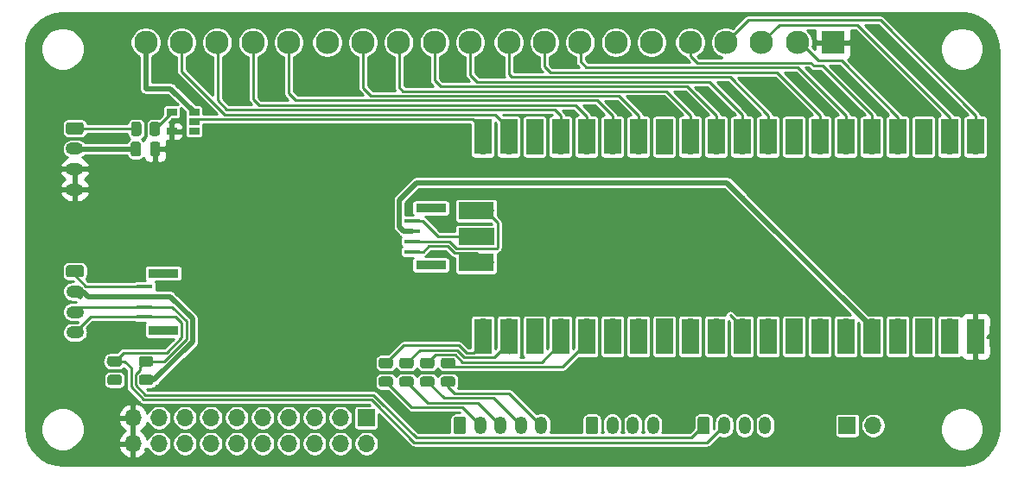
<source format=gtl>
G04 #@! TF.GenerationSoftware,KiCad,Pcbnew,(5.1.12)-1*
G04 #@! TF.CreationDate,2021-12-31T11:23:08-06:00*
G04 #@! TF.ProjectId,PicoFightingBoard,5069636f-4669-4676-9874-696e67426f61,rev?*
G04 #@! TF.SameCoordinates,Original*
G04 #@! TF.FileFunction,Copper,L1,Top*
G04 #@! TF.FilePolarity,Positive*
%FSLAX46Y46*%
G04 Gerber Fmt 4.6, Leading zero omitted, Abs format (unit mm)*
G04 Created by KiCad (PCBNEW (5.1.12)-1) date 2021-12-31 11:23:08*
%MOMM*%
%LPD*%
G01*
G04 APERTURE LIST*
G04 #@! TA.AperFunction,ComponentPad*
%ADD10R,1.700000X1.700000*%
G04 #@! TD*
G04 #@! TA.AperFunction,ComponentPad*
%ADD11O,1.700000X1.700000*%
G04 #@! TD*
G04 #@! TA.AperFunction,SMDPad,CuDef*
%ADD12R,1.060000X0.650000*%
G04 #@! TD*
G04 #@! TA.AperFunction,SMDPad,CuDef*
%ADD13R,3.500000X1.700000*%
G04 #@! TD*
G04 #@! TA.AperFunction,SMDPad,CuDef*
%ADD14R,1.700000X3.500000*%
G04 #@! TD*
G04 #@! TA.AperFunction,ComponentPad*
%ADD15O,1.750000X1.200000*%
G04 #@! TD*
G04 #@! TA.AperFunction,ComponentPad*
%ADD16O,1.200000X1.750000*%
G04 #@! TD*
G04 #@! TA.AperFunction,ComponentPad*
%ADD17C,2.300000*%
G04 #@! TD*
G04 #@! TA.AperFunction,ComponentPad*
%ADD18R,2.300000X2.300000*%
G04 #@! TD*
G04 #@! TA.AperFunction,SMDPad,CuDef*
%ADD19R,3.000000X0.900000*%
G04 #@! TD*
G04 #@! TA.AperFunction,SMDPad,CuDef*
%ADD20R,1.600000X0.400000*%
G04 #@! TD*
G04 #@! TA.AperFunction,ViaPad*
%ADD21C,0.800000*%
G04 #@! TD*
G04 #@! TA.AperFunction,Conductor*
%ADD22C,0.500000*%
G04 #@! TD*
G04 #@! TA.AperFunction,Conductor*
%ADD23C,0.250000*%
G04 #@! TD*
G04 #@! TA.AperFunction,Conductor*
%ADD24C,0.400000*%
G04 #@! TD*
G04 #@! TA.AperFunction,Conductor*
%ADD25C,0.254000*%
G04 #@! TD*
G04 #@! TA.AperFunction,Conductor*
%ADD26C,0.100000*%
G04 #@! TD*
G04 APERTURE END LIST*
D10*
X184277000Y-120142000D03*
D11*
X186817000Y-120142000D03*
D12*
X120276800Y-91272400D03*
X120276800Y-90322400D03*
X120276800Y-89372400D03*
X118076800Y-89372400D03*
X118076800Y-91272400D03*
D10*
X137160000Y-119380000D03*
D11*
X137160000Y-121920000D03*
X134620000Y-119380000D03*
X134620000Y-121920000D03*
X132080000Y-119380000D03*
X132080000Y-121920000D03*
X129540000Y-119380000D03*
X129540000Y-121920000D03*
X127000000Y-119380000D03*
X127000000Y-121920000D03*
X124460000Y-119380000D03*
X124460000Y-121920000D03*
X121920000Y-119380000D03*
X121920000Y-121920000D03*
X119380000Y-119380000D03*
X119380000Y-121920000D03*
X116840000Y-119380000D03*
X116840000Y-121920000D03*
X114300000Y-119380000D03*
X114300000Y-121920000D03*
G04 #@! TA.AperFunction,SMDPad,CuDef*
G36*
G01*
X138614998Y-113510000D02*
X139515002Y-113510000D01*
G75*
G02*
X139765000Y-113759998I0J-249998D01*
G01*
X139765000Y-114285002D01*
G75*
G02*
X139515002Y-114535000I-249998J0D01*
G01*
X138614998Y-114535000D01*
G75*
G02*
X138365000Y-114285002I0J249998D01*
G01*
X138365000Y-113759998D01*
G75*
G02*
X138614998Y-113510000I249998J0D01*
G01*
G37*
G04 #@! TD.AperFunction*
G04 #@! TA.AperFunction,SMDPad,CuDef*
G36*
G01*
X138614998Y-115335000D02*
X139515002Y-115335000D01*
G75*
G02*
X139765000Y-115584998I0J-249998D01*
G01*
X139765000Y-116110002D01*
G75*
G02*
X139515002Y-116360000I-249998J0D01*
G01*
X138614998Y-116360000D01*
G75*
G02*
X138365000Y-116110002I0J249998D01*
G01*
X138365000Y-115584998D01*
G75*
G02*
X138614998Y-115335000I249998J0D01*
G01*
G37*
G04 #@! TD.AperFunction*
G04 #@! TA.AperFunction,SMDPad,CuDef*
G36*
G01*
X140646998Y-115335000D02*
X141547002Y-115335000D01*
G75*
G02*
X141797000Y-115584998I0J-249998D01*
G01*
X141797000Y-116110002D01*
G75*
G02*
X141547002Y-116360000I-249998J0D01*
G01*
X140646998Y-116360000D01*
G75*
G02*
X140397000Y-116110002I0J249998D01*
G01*
X140397000Y-115584998D01*
G75*
G02*
X140646998Y-115335000I249998J0D01*
G01*
G37*
G04 #@! TD.AperFunction*
G04 #@! TA.AperFunction,SMDPad,CuDef*
G36*
G01*
X140646998Y-113510000D02*
X141547002Y-113510000D01*
G75*
G02*
X141797000Y-113759998I0J-249998D01*
G01*
X141797000Y-114285002D01*
G75*
G02*
X141547002Y-114535000I-249998J0D01*
G01*
X140646998Y-114535000D01*
G75*
G02*
X140397000Y-114285002I0J249998D01*
G01*
X140397000Y-113759998D01*
G75*
G02*
X140646998Y-113510000I249998J0D01*
G01*
G37*
G04 #@! TD.AperFunction*
G04 #@! TA.AperFunction,SMDPad,CuDef*
G36*
G01*
X142678998Y-113510000D02*
X143579002Y-113510000D01*
G75*
G02*
X143829000Y-113759998I0J-249998D01*
G01*
X143829000Y-114285002D01*
G75*
G02*
X143579002Y-114535000I-249998J0D01*
G01*
X142678998Y-114535000D01*
G75*
G02*
X142429000Y-114285002I0J249998D01*
G01*
X142429000Y-113759998D01*
G75*
G02*
X142678998Y-113510000I249998J0D01*
G01*
G37*
G04 #@! TD.AperFunction*
G04 #@! TA.AperFunction,SMDPad,CuDef*
G36*
G01*
X142678998Y-115335000D02*
X143579002Y-115335000D01*
G75*
G02*
X143829000Y-115584998I0J-249998D01*
G01*
X143829000Y-116110002D01*
G75*
G02*
X143579002Y-116360000I-249998J0D01*
G01*
X142678998Y-116360000D01*
G75*
G02*
X142429000Y-116110002I0J249998D01*
G01*
X142429000Y-115584998D01*
G75*
G02*
X142678998Y-115335000I249998J0D01*
G01*
G37*
G04 #@! TD.AperFunction*
G04 #@! TA.AperFunction,SMDPad,CuDef*
G36*
G01*
X144710998Y-115335000D02*
X145611002Y-115335000D01*
G75*
G02*
X145861000Y-115584998I0J-249998D01*
G01*
X145861000Y-116110002D01*
G75*
G02*
X145611002Y-116360000I-249998J0D01*
G01*
X144710998Y-116360000D01*
G75*
G02*
X144461000Y-116110002I0J249998D01*
G01*
X144461000Y-115584998D01*
G75*
G02*
X144710998Y-115335000I249998J0D01*
G01*
G37*
G04 #@! TD.AperFunction*
G04 #@! TA.AperFunction,SMDPad,CuDef*
G36*
G01*
X144710998Y-113510000D02*
X145611002Y-113510000D01*
G75*
G02*
X145861000Y-113759998I0J-249998D01*
G01*
X145861000Y-114285002D01*
G75*
G02*
X145611002Y-114535000I-249998J0D01*
G01*
X144710998Y-114535000D01*
G75*
G02*
X144461000Y-114285002I0J249998D01*
G01*
X144461000Y-113759998D01*
G75*
G02*
X144710998Y-113510000I249998J0D01*
G01*
G37*
G04 #@! TD.AperFunction*
X148820000Y-104140000D03*
D13*
X147920000Y-104140000D03*
D10*
X148820000Y-101600000D03*
D13*
X147920000Y-101600000D03*
D11*
X148820000Y-99060000D03*
D13*
X147920000Y-99060000D03*
D14*
X148590000Y-111390000D03*
X151130000Y-111390000D03*
X153670000Y-111390000D03*
X156210000Y-111390000D03*
X158750000Y-111390000D03*
X161290000Y-111390000D03*
X163830000Y-111390000D03*
X166370000Y-111390000D03*
X168910000Y-111390000D03*
X171450000Y-111390000D03*
X173990000Y-111390000D03*
X176530000Y-111390000D03*
X179070000Y-111390000D03*
X181610000Y-111390000D03*
X184150000Y-111390000D03*
X186690000Y-111390000D03*
X189230000Y-111390000D03*
X191770000Y-111390000D03*
X194310000Y-111390000D03*
X196850000Y-111390000D03*
X148590000Y-91810000D03*
X151130000Y-91810000D03*
X153670000Y-91810000D03*
X156210000Y-91810000D03*
X158750000Y-91810000D03*
X161290000Y-91810000D03*
X163830000Y-91810000D03*
X166370000Y-91810000D03*
X168910000Y-91810000D03*
X171450000Y-91810000D03*
X173990000Y-91810000D03*
X176530000Y-91810000D03*
X179070000Y-91810000D03*
X181610000Y-91810000D03*
X184150000Y-91810000D03*
X186690000Y-91810000D03*
X189230000Y-91810000D03*
X191770000Y-91810000D03*
X194310000Y-91810000D03*
X196850000Y-91810000D03*
D11*
X196850000Y-110490000D03*
X194310000Y-110490000D03*
D10*
X191770000Y-110490000D03*
D11*
X189230000Y-110490000D03*
X186690000Y-110490000D03*
X184150000Y-110490000D03*
X181610000Y-110490000D03*
D10*
X179070000Y-110490000D03*
D11*
X176530000Y-110490000D03*
X173990000Y-110490000D03*
X171450000Y-110490000D03*
X168910000Y-110490000D03*
D10*
X166370000Y-110490000D03*
D11*
X163830000Y-110490000D03*
X161290000Y-110490000D03*
X158750000Y-110490000D03*
X156210000Y-110490000D03*
D10*
X153670000Y-110490000D03*
D11*
X151130000Y-110490000D03*
X148590000Y-110490000D03*
X148590000Y-92710000D03*
X151130000Y-92710000D03*
D10*
X153670000Y-92710000D03*
D11*
X156210000Y-92710000D03*
X158750000Y-92710000D03*
X161290000Y-92710000D03*
X163830000Y-92710000D03*
D10*
X166370000Y-92710000D03*
D11*
X168910000Y-92710000D03*
X171450000Y-92710000D03*
X173990000Y-92710000D03*
X176530000Y-92710000D03*
D10*
X179070000Y-92710000D03*
D11*
X181610000Y-92710000D03*
X184150000Y-92710000D03*
X186690000Y-92710000D03*
X189230000Y-92710000D03*
D10*
X191770000Y-92710000D03*
D11*
X194310000Y-92710000D03*
X196850000Y-92710000D03*
G04 #@! TA.AperFunction,SMDPad,CuDef*
G36*
G01*
X116944200Y-90583598D02*
X116944200Y-91483602D01*
G75*
G02*
X116694202Y-91733600I-249998J0D01*
G01*
X116169198Y-91733600D01*
G75*
G02*
X115919200Y-91483602I0J249998D01*
G01*
X115919200Y-90583598D01*
G75*
G02*
X116169198Y-90333600I249998J0D01*
G01*
X116694202Y-90333600D01*
G75*
G02*
X116944200Y-90583598I0J-249998D01*
G01*
G37*
G04 #@! TD.AperFunction*
G04 #@! TA.AperFunction,SMDPad,CuDef*
G36*
G01*
X115119200Y-90583598D02*
X115119200Y-91483602D01*
G75*
G02*
X114869202Y-91733600I-249998J0D01*
G01*
X114344198Y-91733600D01*
G75*
G02*
X114094200Y-91483602I0J249998D01*
G01*
X114094200Y-90583598D01*
G75*
G02*
X114344198Y-90333600I249998J0D01*
G01*
X114869202Y-90333600D01*
G75*
G02*
X115119200Y-90583598I0J-249998D01*
G01*
G37*
G04 #@! TD.AperFunction*
G04 #@! TA.AperFunction,SMDPad,CuDef*
G36*
G01*
X114069200Y-93489800D02*
X114069200Y-92539800D01*
G75*
G02*
X114319200Y-92289800I250000J0D01*
G01*
X114819200Y-92289800D01*
G75*
G02*
X115069200Y-92539800I0J-250000D01*
G01*
X115069200Y-93489800D01*
G75*
G02*
X114819200Y-93739800I-250000J0D01*
G01*
X114319200Y-93739800D01*
G75*
G02*
X114069200Y-93489800I0J250000D01*
G01*
G37*
G04 #@! TD.AperFunction*
G04 #@! TA.AperFunction,SMDPad,CuDef*
G36*
G01*
X115969200Y-93489800D02*
X115969200Y-92539800D01*
G75*
G02*
X116219200Y-92289800I250000J0D01*
G01*
X116719200Y-92289800D01*
G75*
G02*
X116969200Y-92539800I0J-250000D01*
G01*
X116969200Y-93489800D01*
G75*
G02*
X116719200Y-93739800I-250000J0D01*
G01*
X116219200Y-93739800D01*
G75*
G02*
X115969200Y-93489800I0J250000D01*
G01*
G37*
G04 #@! TD.AperFunction*
G04 #@! TA.AperFunction,SMDPad,CuDef*
G36*
G01*
X112950002Y-114357200D02*
X112049998Y-114357200D01*
G75*
G02*
X111800000Y-114107202I0J249998D01*
G01*
X111800000Y-113582198D01*
G75*
G02*
X112049998Y-113332200I249998J0D01*
G01*
X112950002Y-113332200D01*
G75*
G02*
X113200000Y-113582198I0J-249998D01*
G01*
X113200000Y-114107202D01*
G75*
G02*
X112950002Y-114357200I-249998J0D01*
G01*
G37*
G04 #@! TD.AperFunction*
G04 #@! TA.AperFunction,SMDPad,CuDef*
G36*
G01*
X112950002Y-116182200D02*
X112049998Y-116182200D01*
G75*
G02*
X111800000Y-115932202I0J249998D01*
G01*
X111800000Y-115407198D01*
G75*
G02*
X112049998Y-115157200I249998J0D01*
G01*
X112950002Y-115157200D01*
G75*
G02*
X113200000Y-115407198I0J-249998D01*
G01*
X113200000Y-115932202D01*
G75*
G02*
X112950002Y-116182200I-249998J0D01*
G01*
G37*
G04 #@! TD.AperFunction*
G04 #@! TA.AperFunction,SMDPad,CuDef*
G36*
G01*
X116020002Y-114357200D02*
X115119998Y-114357200D01*
G75*
G02*
X114870000Y-114107202I0J249998D01*
G01*
X114870000Y-113582198D01*
G75*
G02*
X115119998Y-113332200I249998J0D01*
G01*
X116020002Y-113332200D01*
G75*
G02*
X116270000Y-113582198I0J-249998D01*
G01*
X116270000Y-114107202D01*
G75*
G02*
X116020002Y-114357200I-249998J0D01*
G01*
G37*
G04 #@! TD.AperFunction*
G04 #@! TA.AperFunction,SMDPad,CuDef*
G36*
G01*
X116020002Y-116182200D02*
X115119998Y-116182200D01*
G75*
G02*
X114870000Y-115932202I0J249998D01*
G01*
X114870000Y-115407198D01*
G75*
G02*
X115119998Y-115157200I249998J0D01*
G01*
X116020002Y-115157200D01*
G75*
G02*
X116270000Y-115407198I0J-249998D01*
G01*
X116270000Y-115932202D01*
G75*
G02*
X116020002Y-116182200I-249998J0D01*
G01*
G37*
G04 #@! TD.AperFunction*
G04 #@! TA.AperFunction,ComponentPad*
G36*
G01*
X107959999Y-90382800D02*
X109210001Y-90382800D01*
G75*
G02*
X109460000Y-90632799I0J-249999D01*
G01*
X109460000Y-91332801D01*
G75*
G02*
X109210001Y-91582800I-249999J0D01*
G01*
X107959999Y-91582800D01*
G75*
G02*
X107710000Y-91332801I0J249999D01*
G01*
X107710000Y-90632799D01*
G75*
G02*
X107959999Y-90382800I249999J0D01*
G01*
G37*
G04 #@! TD.AperFunction*
D15*
X108585000Y-92982800D03*
X108585000Y-94982800D03*
X108585000Y-96982800D03*
G04 #@! TA.AperFunction,ComponentPad*
G36*
G01*
X145704000Y-120767001D02*
X145704000Y-119516999D01*
G75*
G02*
X145953999Y-119267000I249999J0D01*
G01*
X146654001Y-119267000D01*
G75*
G02*
X146904000Y-119516999I0J-249999D01*
G01*
X146904000Y-120767001D01*
G75*
G02*
X146654001Y-121017000I-249999J0D01*
G01*
X145953999Y-121017000D01*
G75*
G02*
X145704000Y-120767001I0J249999D01*
G01*
G37*
G04 #@! TD.AperFunction*
D16*
X148304000Y-120142000D03*
X150304000Y-120142000D03*
X152304000Y-120142000D03*
X154304000Y-120142000D03*
X165258000Y-120142000D03*
X163258000Y-120142000D03*
X161258000Y-120142000D03*
G04 #@! TA.AperFunction,ComponentPad*
G36*
G01*
X158658000Y-120767001D02*
X158658000Y-119516999D01*
G75*
G02*
X158907999Y-119267000I249999J0D01*
G01*
X159608001Y-119267000D01*
G75*
G02*
X159858000Y-119516999I0J-249999D01*
G01*
X159858000Y-120767001D01*
G75*
G02*
X159608001Y-121017000I-249999J0D01*
G01*
X158907999Y-121017000D01*
G75*
G02*
X158658000Y-120767001I0J249999D01*
G01*
G37*
G04 #@! TD.AperFunction*
D17*
X115540000Y-82550000D03*
X119040000Y-82550000D03*
X122540000Y-82550000D03*
X126040000Y-82550000D03*
X129540000Y-82550000D03*
X147320000Y-82550000D03*
X143820000Y-82550000D03*
X140320000Y-82550000D03*
X136820000Y-82550000D03*
X133320000Y-82550000D03*
X151100000Y-82550000D03*
X154600000Y-82550000D03*
X158100000Y-82550000D03*
X161600000Y-82550000D03*
X165100000Y-82550000D03*
D18*
X182880000Y-82550000D03*
D17*
X179380000Y-82550000D03*
X175880000Y-82550000D03*
X172380000Y-82550000D03*
X168880000Y-82550000D03*
G04 #@! TA.AperFunction,ComponentPad*
G36*
G01*
X169612000Y-120767001D02*
X169612000Y-119516999D01*
G75*
G02*
X169861999Y-119267000I249999J0D01*
G01*
X170562001Y-119267000D01*
G75*
G02*
X170812000Y-119516999I0J-249999D01*
G01*
X170812000Y-120767001D01*
G75*
G02*
X170562001Y-121017000I-249999J0D01*
G01*
X169861999Y-121017000D01*
G75*
G02*
X169612000Y-120767001I0J249999D01*
G01*
G37*
G04 #@! TD.AperFunction*
D16*
X172212000Y-120142000D03*
X174212000Y-120142000D03*
X176212000Y-120142000D03*
D15*
X108610400Y-111003600D03*
X108610400Y-109003600D03*
X108610400Y-107003600D03*
G04 #@! TA.AperFunction,ComponentPad*
G36*
G01*
X107985399Y-104403600D02*
X109235401Y-104403600D01*
G75*
G02*
X109485400Y-104653599I0J-249999D01*
G01*
X109485400Y-105353601D01*
G75*
G02*
X109235401Y-105603600I-249999J0D01*
G01*
X107985399Y-105603600D01*
G75*
G02*
X107735400Y-105353601I0J249999D01*
G01*
X107735400Y-104653599D01*
G75*
G02*
X107985399Y-104403600I249999J0D01*
G01*
G37*
G04 #@! TD.AperFunction*
D19*
X117256000Y-105200800D03*
X117256000Y-110800800D03*
D20*
X115408000Y-106493800D03*
X115408000Y-107493800D03*
X115408000Y-108493800D03*
X115408000Y-109493800D03*
X141633500Y-103093000D03*
X141633500Y-102093000D03*
X141633500Y-101093000D03*
X141633500Y-100093000D03*
D19*
X143481500Y-104400000D03*
X143481500Y-98800000D03*
D21*
X115519200Y-115671600D03*
X112528400Y-115671600D03*
D22*
X115540000Y-82550000D02*
X115540000Y-87074000D01*
X148820000Y-101600000D02*
X147049998Y-101600000D01*
D23*
X108839000Y-92710000D02*
X108585000Y-92964000D01*
D22*
X117978400Y-87074000D02*
X120276800Y-89372400D01*
X115540000Y-87074000D02*
X117978400Y-87074000D01*
X108617000Y-93014800D02*
X108585000Y-92982800D01*
X114569200Y-93014800D02*
X108617000Y-93014800D01*
D23*
X108610400Y-105420439D02*
X108610400Y-105003600D01*
X109690761Y-106500800D02*
X108610400Y-105420439D01*
X115401000Y-106500800D02*
X115408000Y-106493800D01*
X109690761Y-106500800D02*
X115401000Y-106500800D01*
X142683500Y-100093000D02*
X144190500Y-101600000D01*
X141633500Y-100093000D02*
X142683500Y-100093000D01*
X144190500Y-101600000D02*
X148820000Y-101600000D01*
D24*
X116239999Y-123170001D02*
X115570000Y-122500002D01*
X196850000Y-110490000D02*
X196850000Y-112170002D01*
D23*
X194310000Y-92710000D02*
X194310000Y-91164998D01*
X194310000Y-92710000D02*
X194310000Y-90322400D01*
X177607200Y-80822800D02*
X175880000Y-82550000D01*
X185267600Y-80822800D02*
X177607200Y-80822800D01*
X194310000Y-89865200D02*
X185267600Y-80822800D01*
X194310000Y-92710000D02*
X194310000Y-89865200D01*
X189230000Y-90830400D02*
X189230000Y-92710000D01*
X179410000Y-82550000D02*
X179628800Y-82550000D01*
X179706410Y-82550000D02*
X181484410Y-84328000D01*
X179380000Y-82550000D02*
X179706410Y-82550000D01*
X181484410Y-84328000D02*
X183692800Y-84328000D01*
X189230000Y-89865200D02*
X189230000Y-92710000D01*
X183692800Y-84328000D02*
X189230000Y-89865200D01*
X186690000Y-90932000D02*
X186690000Y-92710000D01*
X168910000Y-82550000D02*
X168910000Y-83877998D01*
X168910000Y-83877998D02*
X169563202Y-84531200D01*
X169563202Y-84531200D02*
X180289200Y-84531200D01*
X186690000Y-92710000D02*
X186690000Y-89662000D01*
X186690000Y-89662000D02*
X181864000Y-84836000D01*
X181864000Y-84836000D02*
X181000400Y-84836000D01*
X181000400Y-84836000D02*
X180695600Y-84531200D01*
X180289200Y-84531200D02*
X180695600Y-84531200D01*
X196850000Y-90982800D02*
X196850000Y-92710000D01*
X196850000Y-92710000D02*
X196850000Y-91164998D01*
X174557210Y-80372790D02*
X172380000Y-82550000D01*
X187509990Y-80372790D02*
X174557210Y-80372790D01*
X196850000Y-89712800D02*
X187509990Y-80372790D01*
X196850000Y-92710000D02*
X196850000Y-89712800D01*
X181610000Y-90932000D02*
X181610000Y-92710000D01*
X154630000Y-84939598D02*
X154630000Y-82550000D01*
X177393600Y-85496400D02*
X155186802Y-85496400D01*
X155186802Y-85496400D02*
X154630000Y-84939598D01*
X181610000Y-89712800D02*
X177393600Y-85496400D01*
X181610000Y-92710000D02*
X181610000Y-89712800D01*
X184150000Y-90932000D02*
X184150000Y-92710000D01*
X158130000Y-84426398D02*
X158130000Y-82550000D01*
X158692002Y-84988400D02*
X158130000Y-84426398D01*
X179425600Y-84988400D02*
X158692002Y-84988400D01*
X184150000Y-89712800D02*
X179425600Y-84988400D01*
X184150000Y-92710000D02*
X184150000Y-89712800D01*
X176530000Y-90932000D02*
X176530000Y-92710000D01*
X151130000Y-85655998D02*
X151130000Y-82550000D01*
X151427602Y-85953600D02*
X151130000Y-85655998D01*
X176530000Y-89712800D02*
X172770800Y-85953600D01*
X172770800Y-85953600D02*
X151427602Y-85953600D01*
X176530000Y-92710000D02*
X176530000Y-89712800D01*
X173990000Y-90881200D02*
X173990000Y-92710000D01*
X148024002Y-86410800D02*
X147350000Y-85736798D01*
X170738800Y-86410800D02*
X148024002Y-86410800D01*
X173990000Y-89662000D02*
X170738800Y-86410800D01*
X147350000Y-85736798D02*
X147350000Y-82550000D01*
X173990000Y-92710000D02*
X173990000Y-89662000D01*
X171450000Y-90932000D02*
X171450000Y-92710000D01*
X144424400Y-86868000D02*
X143850000Y-86293600D01*
X168605200Y-86868000D02*
X144424400Y-86868000D01*
X143850000Y-86293600D02*
X143850000Y-82550000D01*
X171450000Y-89712800D02*
X168605200Y-86868000D01*
X171450000Y-92710000D02*
X171450000Y-89712800D01*
X140350000Y-82550000D02*
X140350000Y-86915598D01*
X140350000Y-86915598D02*
X140759602Y-87325200D01*
X168910000Y-90881200D02*
X168910000Y-92710000D01*
X168910000Y-92710000D02*
X168910000Y-89712800D01*
X166522400Y-87325200D02*
X165252400Y-87325200D01*
X168910000Y-89712800D02*
X166522400Y-87325200D01*
X165252400Y-87325200D02*
X165354000Y-87325200D01*
X140759602Y-87325200D02*
X165252400Y-87325200D01*
X163830000Y-90830400D02*
X163830000Y-92710000D01*
X136850000Y-87022398D02*
X136850000Y-82550000D01*
X137610002Y-87782400D02*
X136850000Y-87022398D01*
X161899600Y-87782400D02*
X137610002Y-87782400D01*
X163830000Y-89712800D02*
X161899600Y-87782400D01*
X163830000Y-92710000D02*
X163830000Y-89712800D01*
X129570000Y-82550000D02*
X129570000Y-87558400D01*
X129570000Y-87558400D02*
X130251200Y-88239600D01*
X161290000Y-90881200D02*
X161290000Y-92710000D01*
X161290000Y-92710000D02*
X161290000Y-89763600D01*
X161290000Y-89763600D02*
X159766000Y-88239600D01*
X158546800Y-88239600D02*
X158648400Y-88239600D01*
X159766000Y-88239600D02*
X158546800Y-88239600D01*
X130251200Y-88239600D02*
X158546800Y-88239600D01*
X158750000Y-90830400D02*
X158750000Y-92710000D01*
X158750000Y-89814400D02*
X158750000Y-92710000D01*
X126637202Y-88696800D02*
X157632400Y-88696800D01*
X157632400Y-88696800D02*
X158750000Y-89814400D01*
X126070000Y-88129598D02*
X126637202Y-88696800D01*
X126070000Y-82550000D02*
X126070000Y-88129598D01*
X156210000Y-90881200D02*
X156210000Y-92710000D01*
X156210000Y-89763600D02*
X156210000Y-92710000D01*
X123470798Y-89154000D02*
X155600400Y-89154000D01*
X155600400Y-89154000D02*
X156210000Y-89763600D01*
X122570000Y-88253202D02*
X123470798Y-89154000D01*
X122570000Y-82550000D02*
X122570000Y-88253202D01*
X119070000Y-82550000D02*
X119070000Y-85389600D01*
X149758400Y-89611200D02*
X151130000Y-90982800D01*
X123291600Y-89611200D02*
X149758400Y-89611200D01*
X119070000Y-85389600D02*
X123291600Y-89611200D01*
X151130000Y-90982800D02*
X151130000Y-92710000D01*
D22*
X186690000Y-110490000D02*
X186690000Y-112260002D01*
X108610400Y-107003600D02*
X109107600Y-107500800D01*
X146304000Y-120396000D02*
X145933000Y-120767000D01*
X146304000Y-120142000D02*
X146304000Y-120396000D01*
X109870575Y-107493800D02*
X115408000Y-107493800D01*
X109380375Y-107003600D02*
X109870575Y-107493800D01*
X108610400Y-107003600D02*
X109380375Y-107003600D01*
X116371698Y-115669700D02*
X115570000Y-115669700D01*
X120106019Y-111935379D02*
X116371698Y-115669700D01*
X120106019Y-109666223D02*
X120106019Y-111935379D01*
X117933598Y-107493800D02*
X120106019Y-109666223D01*
X115408000Y-107493800D02*
X117933598Y-107493800D01*
X174200000Y-98000000D02*
X173959999Y-97759999D01*
X186690000Y-110490000D02*
X174200000Y-98000000D01*
X172500000Y-96300000D02*
X174200000Y-98000000D01*
X142100000Y-96300000D02*
X172500000Y-96300000D01*
X140383499Y-98016501D02*
X142100000Y-96300000D01*
X140383499Y-100653001D02*
X140383499Y-98016501D01*
X140823498Y-101093000D02*
X140383499Y-100653001D01*
X141633500Y-101093000D02*
X140823498Y-101093000D01*
D23*
X168910000Y-112035002D02*
X168910000Y-110490000D01*
X173990000Y-110490000D02*
X172814999Y-109314999D01*
X115570000Y-113844700D02*
X115570000Y-114144010D01*
X109113200Y-108500800D02*
X108610400Y-109003600D01*
X115570000Y-113893600D02*
X115570000Y-113844700D01*
X114544990Y-115169020D02*
X115014010Y-114700000D01*
X114544990Y-116170380D02*
X114544990Y-115169020D01*
X115526600Y-117151990D02*
X114544990Y-116170380D01*
X124249610Y-117151990D02*
X115526600Y-117151990D01*
X137847210Y-117144800D02*
X124256800Y-117144800D01*
X138456401Y-117753991D02*
X137847210Y-117144800D01*
X138456401Y-117754989D02*
X138456401Y-117753991D01*
X115014010Y-114700000D02*
X115014010Y-114400690D01*
X142043422Y-121342010D02*
X138456401Y-117754989D01*
X169011990Y-121342010D02*
X142043422Y-121342010D01*
X115014010Y-114400690D02*
X115570000Y-113844700D01*
X124256800Y-117144800D02*
X124249610Y-117151990D01*
X170212000Y-120142000D02*
X169011990Y-121342010D01*
X118120412Y-108493800D02*
X115408000Y-108493800D01*
X119531010Y-109904398D02*
X118120412Y-108493800D01*
X119531011Y-111697201D02*
X119531010Y-109904398D01*
X117383512Y-113844700D02*
X119531011Y-111697201D01*
X115570000Y-113844700D02*
X117383512Y-113844700D01*
X109120200Y-108493800D02*
X115408000Y-108493800D01*
X108610400Y-109003600D02*
X109120200Y-108493800D01*
X176530000Y-112035002D02*
X176530000Y-110490000D01*
X112500000Y-113844700D02*
X111800000Y-113844700D01*
X108314000Y-111300000D02*
X108610400Y-111003600D01*
X141857021Y-121792019D02*
X138006392Y-117941390D01*
X138006392Y-117940392D02*
X137668000Y-117602000D01*
X170561981Y-121792019D02*
X141857021Y-121792019D01*
X115340199Y-117601999D02*
X114094981Y-116356781D01*
X172212000Y-120142000D02*
X170561981Y-121792019D01*
X138006392Y-117941390D02*
X138006392Y-117940392D01*
X137668000Y-117602000D02*
X115340199Y-117601999D01*
X112500000Y-113844700D02*
X113444700Y-113844700D01*
X114094981Y-114494981D02*
X114094981Y-116356781D01*
X113444700Y-113844700D02*
X114094981Y-114494981D01*
X118484002Y-109493800D02*
X115408000Y-109493800D01*
X119081001Y-110090799D02*
X118484002Y-109493800D01*
X119081001Y-111510801D02*
X119081001Y-110090799D01*
X117584612Y-113007190D02*
X119081001Y-111510801D01*
X113337510Y-113007190D02*
X117584612Y-113007190D01*
X112500000Y-113844700D02*
X113337510Y-113007190D01*
X110120200Y-109493800D02*
X108610400Y-111003600D01*
X115408000Y-109493800D02*
X110120200Y-109493800D01*
X148066000Y-111014000D02*
X148590000Y-110490000D01*
X147828000Y-110490000D02*
X148590000Y-110490000D01*
X146221980Y-112284970D02*
X140802530Y-112284970D01*
X146952001Y-113014991D02*
X146221980Y-112284970D01*
X147690609Y-113014991D02*
X146952001Y-113014991D01*
X148590000Y-112115600D02*
X147690609Y-113014991D01*
X140802530Y-112284970D02*
X139065000Y-114022500D01*
X148590000Y-110490000D02*
X148590000Y-112115600D01*
X151130000Y-113030000D02*
X151130000Y-110490000D01*
X142384520Y-112734980D02*
X141097000Y-114022500D01*
X146035580Y-112734980D02*
X142384520Y-112734980D01*
X146765601Y-113465001D02*
X146035580Y-112734980D01*
X149700001Y-113465001D02*
X146765601Y-113465001D01*
X151130000Y-112035002D02*
X149700001Y-113465001D01*
X151130000Y-110490000D02*
X151130000Y-112035002D01*
D22*
X156210000Y-110490000D02*
X156210000Y-112369600D01*
D23*
X156210000Y-112066700D02*
X156210000Y-110490000D01*
X156210000Y-110490000D02*
X156210000Y-112268000D01*
X143966510Y-113184990D02*
X143129000Y-114022500D01*
X145849180Y-113184990D02*
X143966510Y-113184990D01*
X146579200Y-113915010D02*
X145849180Y-113184990D01*
X154329991Y-113915011D02*
X146579200Y-113915010D01*
X156210000Y-112035002D02*
X154329991Y-113915011D01*
X156210000Y-110490000D02*
X156210000Y-112035002D01*
D22*
X158750000Y-110490000D02*
X158750000Y-112471200D01*
D23*
X158750000Y-112258700D02*
X158750000Y-110490000D01*
X158750000Y-112035002D02*
X156419983Y-114365019D01*
X158750000Y-110490000D02*
X158750000Y-112035002D01*
X145366100Y-114022500D02*
X145708619Y-114365019D01*
X145161000Y-114022500D02*
X145366100Y-114022500D01*
X156419983Y-114365019D02*
X145708619Y-114365019D01*
X120606390Y-90061210D02*
X147592210Y-90061210D01*
X120345200Y-90322400D02*
X120606390Y-90061210D01*
X148590000Y-91059000D02*
X148590000Y-92710000D01*
X147592210Y-90061210D02*
X148590000Y-91059000D01*
X120276800Y-90322400D02*
X120345200Y-90322400D01*
X118076800Y-89439300D02*
X116431700Y-91084400D01*
X118076800Y-89372400D02*
X118076800Y-89439300D01*
X148820000Y-104140000D02*
X147905011Y-103225011D01*
X145788600Y-103225010D02*
X145106600Y-102543010D01*
X147905011Y-103225011D02*
X145788600Y-103225010D01*
X145106600Y-102543010D02*
X143300000Y-102543010D01*
X142750010Y-103093000D02*
X141633500Y-103093000D01*
X143300000Y-102543010D02*
X142750010Y-103093000D01*
X149995001Y-100235001D02*
X148820000Y-99060000D01*
X149995001Y-102710001D02*
X149995001Y-100235001D01*
X149930001Y-102775001D02*
X149995001Y-102710001D01*
X145975001Y-102775001D02*
X149930001Y-102775001D01*
X145293000Y-102093000D02*
X145975001Y-102775001D01*
X141633500Y-102093000D02*
X145293000Y-102093000D01*
X108635800Y-91033600D02*
X108585000Y-90982800D01*
X114606700Y-91033600D02*
X108635800Y-91033600D01*
X148285200Y-120123200D02*
X148304000Y-120142000D01*
X148336000Y-120110000D02*
X148304000Y-120142000D01*
X139065000Y-115847500D02*
X141581500Y-118364000D01*
X146526000Y-118364000D02*
X148304000Y-120142000D01*
X141581500Y-118364000D02*
X146526000Y-118364000D01*
X150317200Y-120128800D02*
X150304000Y-120142000D01*
X150368000Y-120078000D02*
X150304000Y-120142000D01*
X141038009Y-115756989D02*
X141029990Y-115756989D01*
X141038009Y-115756989D02*
X141038008Y-115756990D01*
X148075990Y-117913990D02*
X150304000Y-120142000D01*
X143163490Y-117913990D02*
X148075990Y-117913990D01*
X141097000Y-115847500D02*
X143163490Y-117913990D01*
X152349200Y-120096800D02*
X152304000Y-120142000D01*
X152400000Y-120046000D02*
X152304000Y-120142000D01*
X149625980Y-117463980D02*
X152304000Y-120142000D01*
X144745480Y-117463980D02*
X149625980Y-117463980D01*
X143129000Y-115847500D02*
X144745480Y-117463980D01*
X154381200Y-120064800D02*
X154304000Y-120142000D01*
X154305000Y-120141000D02*
X154304000Y-120142000D01*
X151175970Y-117013970D02*
X154304000Y-120142000D01*
X145161000Y-116360000D02*
X145814970Y-117013970D01*
X145814970Y-117013970D02*
X151175970Y-117013970D01*
X145161000Y-115847500D02*
X145161000Y-116360000D01*
D25*
X196387485Y-79769190D02*
X197057823Y-80018171D01*
X197667037Y-80392615D01*
X198191913Y-80878253D01*
X198612470Y-81456597D01*
X198912680Y-82105607D01*
X199081114Y-82800574D01*
X199112166Y-83534219D01*
X199111000Y-83546060D01*
X199111001Y-120376137D01*
X199039425Y-121106128D01*
X198833189Y-121789212D01*
X198498203Y-122419230D01*
X198047228Y-122972180D01*
X197497439Y-123427006D01*
X196869780Y-123766380D01*
X196188151Y-123977379D01*
X195459392Y-124053975D01*
X195452156Y-124054000D01*
X107461853Y-124054000D01*
X106731872Y-123982425D01*
X106048788Y-123776189D01*
X105418770Y-123441203D01*
X104865820Y-122990228D01*
X104410994Y-122440439D01*
X104071620Y-121812780D01*
X103860621Y-121131151D01*
X103784025Y-120402392D01*
X103784000Y-120395156D01*
X103784000Y-120290115D01*
X105269000Y-120290115D01*
X105269000Y-120709885D01*
X105350893Y-121121590D01*
X105511532Y-121509407D01*
X105744744Y-121858433D01*
X106041567Y-122155256D01*
X106390593Y-122388468D01*
X106778410Y-122549107D01*
X107190115Y-122631000D01*
X107609885Y-122631000D01*
X108021590Y-122549107D01*
X108409407Y-122388468D01*
X108576393Y-122276891D01*
X112858519Y-122276891D01*
X112955843Y-122551252D01*
X113104822Y-122801355D01*
X113299731Y-123017588D01*
X113533080Y-123191641D01*
X113795901Y-123316825D01*
X113943110Y-123361476D01*
X114173000Y-123240155D01*
X114173000Y-122047000D01*
X112979186Y-122047000D01*
X112858519Y-122276891D01*
X108576393Y-122276891D01*
X108758433Y-122155256D01*
X109055256Y-121858433D01*
X109288468Y-121509407D01*
X109449107Y-121121590D01*
X109531000Y-120709885D01*
X109531000Y-120290115D01*
X109449107Y-119878410D01*
X109390488Y-119736891D01*
X112858519Y-119736891D01*
X112955843Y-120011252D01*
X113104822Y-120261355D01*
X113299731Y-120477588D01*
X113530880Y-120650000D01*
X113299731Y-120822412D01*
X113104822Y-121038645D01*
X112955843Y-121288748D01*
X112858519Y-121563109D01*
X112979186Y-121793000D01*
X114173000Y-121793000D01*
X114173000Y-119507000D01*
X112979186Y-119507000D01*
X112858519Y-119736891D01*
X109390488Y-119736891D01*
X109288468Y-119490593D01*
X109055256Y-119141567D01*
X108936798Y-119023109D01*
X112858519Y-119023109D01*
X112979186Y-119253000D01*
X114173000Y-119253000D01*
X114173000Y-118059845D01*
X114427000Y-118059845D01*
X114427000Y-119253000D01*
X114447000Y-119253000D01*
X114447000Y-119507000D01*
X114427000Y-119507000D01*
X114427000Y-121793000D01*
X114447000Y-121793000D01*
X114447000Y-122047000D01*
X114427000Y-122047000D01*
X114427000Y-123240155D01*
X114656890Y-123361476D01*
X114804099Y-123316825D01*
X115066920Y-123191641D01*
X115300269Y-123017588D01*
X115495178Y-122801355D01*
X115644157Y-122551252D01*
X115701772Y-122388832D01*
X115749102Y-122503097D01*
X115883820Y-122704717D01*
X116055283Y-122876180D01*
X116256903Y-123010898D01*
X116480931Y-123103693D01*
X116718757Y-123151000D01*
X116961243Y-123151000D01*
X117199069Y-123103693D01*
X117423097Y-123010898D01*
X117624717Y-122876180D01*
X117796180Y-122704717D01*
X117930898Y-122503097D01*
X118023693Y-122279069D01*
X118071000Y-122041243D01*
X118071000Y-121798757D01*
X118149000Y-121798757D01*
X118149000Y-122041243D01*
X118196307Y-122279069D01*
X118289102Y-122503097D01*
X118423820Y-122704717D01*
X118595283Y-122876180D01*
X118796903Y-123010898D01*
X119020931Y-123103693D01*
X119258757Y-123151000D01*
X119501243Y-123151000D01*
X119739069Y-123103693D01*
X119963097Y-123010898D01*
X120164717Y-122876180D01*
X120336180Y-122704717D01*
X120470898Y-122503097D01*
X120563693Y-122279069D01*
X120611000Y-122041243D01*
X120611000Y-121798757D01*
X120689000Y-121798757D01*
X120689000Y-122041243D01*
X120736307Y-122279069D01*
X120829102Y-122503097D01*
X120963820Y-122704717D01*
X121135283Y-122876180D01*
X121336903Y-123010898D01*
X121560931Y-123103693D01*
X121798757Y-123151000D01*
X122041243Y-123151000D01*
X122279069Y-123103693D01*
X122503097Y-123010898D01*
X122704717Y-122876180D01*
X122876180Y-122704717D01*
X123010898Y-122503097D01*
X123103693Y-122279069D01*
X123151000Y-122041243D01*
X123151000Y-121798757D01*
X123229000Y-121798757D01*
X123229000Y-122041243D01*
X123276307Y-122279069D01*
X123369102Y-122503097D01*
X123503820Y-122704717D01*
X123675283Y-122876180D01*
X123876903Y-123010898D01*
X124100931Y-123103693D01*
X124338757Y-123151000D01*
X124581243Y-123151000D01*
X124819069Y-123103693D01*
X125043097Y-123010898D01*
X125244717Y-122876180D01*
X125416180Y-122704717D01*
X125550898Y-122503097D01*
X125643693Y-122279069D01*
X125691000Y-122041243D01*
X125691000Y-121798757D01*
X125769000Y-121798757D01*
X125769000Y-122041243D01*
X125816307Y-122279069D01*
X125909102Y-122503097D01*
X126043820Y-122704717D01*
X126215283Y-122876180D01*
X126416903Y-123010898D01*
X126640931Y-123103693D01*
X126878757Y-123151000D01*
X127121243Y-123151000D01*
X127359069Y-123103693D01*
X127583097Y-123010898D01*
X127784717Y-122876180D01*
X127956180Y-122704717D01*
X128090898Y-122503097D01*
X128183693Y-122279069D01*
X128231000Y-122041243D01*
X128231000Y-121798757D01*
X128309000Y-121798757D01*
X128309000Y-122041243D01*
X128356307Y-122279069D01*
X128449102Y-122503097D01*
X128583820Y-122704717D01*
X128755283Y-122876180D01*
X128956903Y-123010898D01*
X129180931Y-123103693D01*
X129418757Y-123151000D01*
X129661243Y-123151000D01*
X129899069Y-123103693D01*
X130123097Y-123010898D01*
X130324717Y-122876180D01*
X130496180Y-122704717D01*
X130630898Y-122503097D01*
X130723693Y-122279069D01*
X130771000Y-122041243D01*
X130771000Y-121798757D01*
X130849000Y-121798757D01*
X130849000Y-122041243D01*
X130896307Y-122279069D01*
X130989102Y-122503097D01*
X131123820Y-122704717D01*
X131295283Y-122876180D01*
X131496903Y-123010898D01*
X131720931Y-123103693D01*
X131958757Y-123151000D01*
X132201243Y-123151000D01*
X132439069Y-123103693D01*
X132663097Y-123010898D01*
X132864717Y-122876180D01*
X133036180Y-122704717D01*
X133170898Y-122503097D01*
X133263693Y-122279069D01*
X133311000Y-122041243D01*
X133311000Y-121798757D01*
X133389000Y-121798757D01*
X133389000Y-122041243D01*
X133436307Y-122279069D01*
X133529102Y-122503097D01*
X133663820Y-122704717D01*
X133835283Y-122876180D01*
X134036903Y-123010898D01*
X134260931Y-123103693D01*
X134498757Y-123151000D01*
X134741243Y-123151000D01*
X134979069Y-123103693D01*
X135203097Y-123010898D01*
X135404717Y-122876180D01*
X135576180Y-122704717D01*
X135710898Y-122503097D01*
X135803693Y-122279069D01*
X135851000Y-122041243D01*
X135851000Y-121798757D01*
X135929000Y-121798757D01*
X135929000Y-122041243D01*
X135976307Y-122279069D01*
X136069102Y-122503097D01*
X136203820Y-122704717D01*
X136375283Y-122876180D01*
X136576903Y-123010898D01*
X136800931Y-123103693D01*
X137038757Y-123151000D01*
X137281243Y-123151000D01*
X137519069Y-123103693D01*
X137743097Y-123010898D01*
X137944717Y-122876180D01*
X138116180Y-122704717D01*
X138250898Y-122503097D01*
X138343693Y-122279069D01*
X138391000Y-122041243D01*
X138391000Y-121798757D01*
X138343693Y-121560931D01*
X138250898Y-121336903D01*
X138116180Y-121135283D01*
X137944717Y-120963820D01*
X137743097Y-120829102D01*
X137519069Y-120736307D01*
X137281243Y-120689000D01*
X137038757Y-120689000D01*
X136800931Y-120736307D01*
X136576903Y-120829102D01*
X136375283Y-120963820D01*
X136203820Y-121135283D01*
X136069102Y-121336903D01*
X135976307Y-121560931D01*
X135929000Y-121798757D01*
X135851000Y-121798757D01*
X135803693Y-121560931D01*
X135710898Y-121336903D01*
X135576180Y-121135283D01*
X135404717Y-120963820D01*
X135203097Y-120829102D01*
X134979069Y-120736307D01*
X134741243Y-120689000D01*
X134498757Y-120689000D01*
X134260931Y-120736307D01*
X134036903Y-120829102D01*
X133835283Y-120963820D01*
X133663820Y-121135283D01*
X133529102Y-121336903D01*
X133436307Y-121560931D01*
X133389000Y-121798757D01*
X133311000Y-121798757D01*
X133263693Y-121560931D01*
X133170898Y-121336903D01*
X133036180Y-121135283D01*
X132864717Y-120963820D01*
X132663097Y-120829102D01*
X132439069Y-120736307D01*
X132201243Y-120689000D01*
X131958757Y-120689000D01*
X131720931Y-120736307D01*
X131496903Y-120829102D01*
X131295283Y-120963820D01*
X131123820Y-121135283D01*
X130989102Y-121336903D01*
X130896307Y-121560931D01*
X130849000Y-121798757D01*
X130771000Y-121798757D01*
X130723693Y-121560931D01*
X130630898Y-121336903D01*
X130496180Y-121135283D01*
X130324717Y-120963820D01*
X130123097Y-120829102D01*
X129899069Y-120736307D01*
X129661243Y-120689000D01*
X129418757Y-120689000D01*
X129180931Y-120736307D01*
X128956903Y-120829102D01*
X128755283Y-120963820D01*
X128583820Y-121135283D01*
X128449102Y-121336903D01*
X128356307Y-121560931D01*
X128309000Y-121798757D01*
X128231000Y-121798757D01*
X128183693Y-121560931D01*
X128090898Y-121336903D01*
X127956180Y-121135283D01*
X127784717Y-120963820D01*
X127583097Y-120829102D01*
X127359069Y-120736307D01*
X127121243Y-120689000D01*
X126878757Y-120689000D01*
X126640931Y-120736307D01*
X126416903Y-120829102D01*
X126215283Y-120963820D01*
X126043820Y-121135283D01*
X125909102Y-121336903D01*
X125816307Y-121560931D01*
X125769000Y-121798757D01*
X125691000Y-121798757D01*
X125643693Y-121560931D01*
X125550898Y-121336903D01*
X125416180Y-121135283D01*
X125244717Y-120963820D01*
X125043097Y-120829102D01*
X124819069Y-120736307D01*
X124581243Y-120689000D01*
X124338757Y-120689000D01*
X124100931Y-120736307D01*
X123876903Y-120829102D01*
X123675283Y-120963820D01*
X123503820Y-121135283D01*
X123369102Y-121336903D01*
X123276307Y-121560931D01*
X123229000Y-121798757D01*
X123151000Y-121798757D01*
X123103693Y-121560931D01*
X123010898Y-121336903D01*
X122876180Y-121135283D01*
X122704717Y-120963820D01*
X122503097Y-120829102D01*
X122279069Y-120736307D01*
X122041243Y-120689000D01*
X121798757Y-120689000D01*
X121560931Y-120736307D01*
X121336903Y-120829102D01*
X121135283Y-120963820D01*
X120963820Y-121135283D01*
X120829102Y-121336903D01*
X120736307Y-121560931D01*
X120689000Y-121798757D01*
X120611000Y-121798757D01*
X120563693Y-121560931D01*
X120470898Y-121336903D01*
X120336180Y-121135283D01*
X120164717Y-120963820D01*
X119963097Y-120829102D01*
X119739069Y-120736307D01*
X119501243Y-120689000D01*
X119258757Y-120689000D01*
X119020931Y-120736307D01*
X118796903Y-120829102D01*
X118595283Y-120963820D01*
X118423820Y-121135283D01*
X118289102Y-121336903D01*
X118196307Y-121560931D01*
X118149000Y-121798757D01*
X118071000Y-121798757D01*
X118023693Y-121560931D01*
X117930898Y-121336903D01*
X117796180Y-121135283D01*
X117624717Y-120963820D01*
X117423097Y-120829102D01*
X117199069Y-120736307D01*
X116961243Y-120689000D01*
X116718757Y-120689000D01*
X116480931Y-120736307D01*
X116256903Y-120829102D01*
X116055283Y-120963820D01*
X115883820Y-121135283D01*
X115749102Y-121336903D01*
X115701772Y-121451168D01*
X115644157Y-121288748D01*
X115495178Y-121038645D01*
X115300269Y-120822412D01*
X115069120Y-120650000D01*
X115300269Y-120477588D01*
X115495178Y-120261355D01*
X115644157Y-120011252D01*
X115701772Y-119848832D01*
X115749102Y-119963097D01*
X115883820Y-120164717D01*
X116055283Y-120336180D01*
X116256903Y-120470898D01*
X116480931Y-120563693D01*
X116718757Y-120611000D01*
X116961243Y-120611000D01*
X117199069Y-120563693D01*
X117423097Y-120470898D01*
X117624717Y-120336180D01*
X117796180Y-120164717D01*
X117930898Y-119963097D01*
X118023693Y-119739069D01*
X118071000Y-119501243D01*
X118071000Y-119258757D01*
X118149000Y-119258757D01*
X118149000Y-119501243D01*
X118196307Y-119739069D01*
X118289102Y-119963097D01*
X118423820Y-120164717D01*
X118595283Y-120336180D01*
X118796903Y-120470898D01*
X119020931Y-120563693D01*
X119258757Y-120611000D01*
X119501243Y-120611000D01*
X119739069Y-120563693D01*
X119963097Y-120470898D01*
X120164717Y-120336180D01*
X120336180Y-120164717D01*
X120470898Y-119963097D01*
X120563693Y-119739069D01*
X120611000Y-119501243D01*
X120611000Y-119258757D01*
X120689000Y-119258757D01*
X120689000Y-119501243D01*
X120736307Y-119739069D01*
X120829102Y-119963097D01*
X120963820Y-120164717D01*
X121135283Y-120336180D01*
X121336903Y-120470898D01*
X121560931Y-120563693D01*
X121798757Y-120611000D01*
X122041243Y-120611000D01*
X122279069Y-120563693D01*
X122503097Y-120470898D01*
X122704717Y-120336180D01*
X122876180Y-120164717D01*
X123010898Y-119963097D01*
X123103693Y-119739069D01*
X123151000Y-119501243D01*
X123151000Y-119258757D01*
X123229000Y-119258757D01*
X123229000Y-119501243D01*
X123276307Y-119739069D01*
X123369102Y-119963097D01*
X123503820Y-120164717D01*
X123675283Y-120336180D01*
X123876903Y-120470898D01*
X124100931Y-120563693D01*
X124338757Y-120611000D01*
X124581243Y-120611000D01*
X124819069Y-120563693D01*
X125043097Y-120470898D01*
X125244717Y-120336180D01*
X125416180Y-120164717D01*
X125550898Y-119963097D01*
X125643693Y-119739069D01*
X125691000Y-119501243D01*
X125691000Y-119258757D01*
X125769000Y-119258757D01*
X125769000Y-119501243D01*
X125816307Y-119739069D01*
X125909102Y-119963097D01*
X126043820Y-120164717D01*
X126215283Y-120336180D01*
X126416903Y-120470898D01*
X126640931Y-120563693D01*
X126878757Y-120611000D01*
X127121243Y-120611000D01*
X127359069Y-120563693D01*
X127583097Y-120470898D01*
X127784717Y-120336180D01*
X127956180Y-120164717D01*
X128090898Y-119963097D01*
X128183693Y-119739069D01*
X128231000Y-119501243D01*
X128231000Y-119258757D01*
X128309000Y-119258757D01*
X128309000Y-119501243D01*
X128356307Y-119739069D01*
X128449102Y-119963097D01*
X128583820Y-120164717D01*
X128755283Y-120336180D01*
X128956903Y-120470898D01*
X129180931Y-120563693D01*
X129418757Y-120611000D01*
X129661243Y-120611000D01*
X129899069Y-120563693D01*
X130123097Y-120470898D01*
X130324717Y-120336180D01*
X130496180Y-120164717D01*
X130630898Y-119963097D01*
X130723693Y-119739069D01*
X130771000Y-119501243D01*
X130771000Y-119258757D01*
X130849000Y-119258757D01*
X130849000Y-119501243D01*
X130896307Y-119739069D01*
X130989102Y-119963097D01*
X131123820Y-120164717D01*
X131295283Y-120336180D01*
X131496903Y-120470898D01*
X131720931Y-120563693D01*
X131958757Y-120611000D01*
X132201243Y-120611000D01*
X132439069Y-120563693D01*
X132663097Y-120470898D01*
X132864717Y-120336180D01*
X133036180Y-120164717D01*
X133170898Y-119963097D01*
X133263693Y-119739069D01*
X133311000Y-119501243D01*
X133311000Y-119258757D01*
X133389000Y-119258757D01*
X133389000Y-119501243D01*
X133436307Y-119739069D01*
X133529102Y-119963097D01*
X133663820Y-120164717D01*
X133835283Y-120336180D01*
X134036903Y-120470898D01*
X134260931Y-120563693D01*
X134498757Y-120611000D01*
X134741243Y-120611000D01*
X134979069Y-120563693D01*
X135203097Y-120470898D01*
X135404717Y-120336180D01*
X135576180Y-120164717D01*
X135710898Y-119963097D01*
X135803693Y-119739069D01*
X135851000Y-119501243D01*
X135851000Y-119258757D01*
X135803693Y-119020931D01*
X135710898Y-118796903D01*
X135576180Y-118595283D01*
X135404717Y-118423820D01*
X135203097Y-118289102D01*
X134979069Y-118196307D01*
X134741243Y-118149000D01*
X134498757Y-118149000D01*
X134260931Y-118196307D01*
X134036903Y-118289102D01*
X133835283Y-118423820D01*
X133663820Y-118595283D01*
X133529102Y-118796903D01*
X133436307Y-119020931D01*
X133389000Y-119258757D01*
X133311000Y-119258757D01*
X133263693Y-119020931D01*
X133170898Y-118796903D01*
X133036180Y-118595283D01*
X132864717Y-118423820D01*
X132663097Y-118289102D01*
X132439069Y-118196307D01*
X132201243Y-118149000D01*
X131958757Y-118149000D01*
X131720931Y-118196307D01*
X131496903Y-118289102D01*
X131295283Y-118423820D01*
X131123820Y-118595283D01*
X130989102Y-118796903D01*
X130896307Y-119020931D01*
X130849000Y-119258757D01*
X130771000Y-119258757D01*
X130723693Y-119020931D01*
X130630898Y-118796903D01*
X130496180Y-118595283D01*
X130324717Y-118423820D01*
X130123097Y-118289102D01*
X129899069Y-118196307D01*
X129661243Y-118149000D01*
X129418757Y-118149000D01*
X129180931Y-118196307D01*
X128956903Y-118289102D01*
X128755283Y-118423820D01*
X128583820Y-118595283D01*
X128449102Y-118796903D01*
X128356307Y-119020931D01*
X128309000Y-119258757D01*
X128231000Y-119258757D01*
X128183693Y-119020931D01*
X128090898Y-118796903D01*
X127956180Y-118595283D01*
X127784717Y-118423820D01*
X127583097Y-118289102D01*
X127359069Y-118196307D01*
X127121243Y-118149000D01*
X126878757Y-118149000D01*
X126640931Y-118196307D01*
X126416903Y-118289102D01*
X126215283Y-118423820D01*
X126043820Y-118595283D01*
X125909102Y-118796903D01*
X125816307Y-119020931D01*
X125769000Y-119258757D01*
X125691000Y-119258757D01*
X125643693Y-119020931D01*
X125550898Y-118796903D01*
X125416180Y-118595283D01*
X125244717Y-118423820D01*
X125043097Y-118289102D01*
X124819069Y-118196307D01*
X124581243Y-118149000D01*
X124338757Y-118149000D01*
X124100931Y-118196307D01*
X123876903Y-118289102D01*
X123675283Y-118423820D01*
X123503820Y-118595283D01*
X123369102Y-118796903D01*
X123276307Y-119020931D01*
X123229000Y-119258757D01*
X123151000Y-119258757D01*
X123103693Y-119020931D01*
X123010898Y-118796903D01*
X122876180Y-118595283D01*
X122704717Y-118423820D01*
X122503097Y-118289102D01*
X122279069Y-118196307D01*
X122041243Y-118149000D01*
X121798757Y-118149000D01*
X121560931Y-118196307D01*
X121336903Y-118289102D01*
X121135283Y-118423820D01*
X120963820Y-118595283D01*
X120829102Y-118796903D01*
X120736307Y-119020931D01*
X120689000Y-119258757D01*
X120611000Y-119258757D01*
X120563693Y-119020931D01*
X120470898Y-118796903D01*
X120336180Y-118595283D01*
X120164717Y-118423820D01*
X119963097Y-118289102D01*
X119739069Y-118196307D01*
X119501243Y-118149000D01*
X119258757Y-118149000D01*
X119020931Y-118196307D01*
X118796903Y-118289102D01*
X118595283Y-118423820D01*
X118423820Y-118595283D01*
X118289102Y-118796903D01*
X118196307Y-119020931D01*
X118149000Y-119258757D01*
X118071000Y-119258757D01*
X118023693Y-119020931D01*
X117930898Y-118796903D01*
X117796180Y-118595283D01*
X117624717Y-118423820D01*
X117423097Y-118289102D01*
X117199069Y-118196307D01*
X116961243Y-118149000D01*
X116718757Y-118149000D01*
X116480931Y-118196307D01*
X116256903Y-118289102D01*
X116055283Y-118423820D01*
X115883820Y-118595283D01*
X115749102Y-118796903D01*
X115701772Y-118911168D01*
X115644157Y-118748748D01*
X115495178Y-118498645D01*
X115300269Y-118282412D01*
X115066920Y-118108359D01*
X114804099Y-117983175D01*
X114656890Y-117938524D01*
X114427000Y-118059845D01*
X114173000Y-118059845D01*
X113943110Y-117938524D01*
X113795901Y-117983175D01*
X113533080Y-118108359D01*
X113299731Y-118282412D01*
X113104822Y-118498645D01*
X112955843Y-118748748D01*
X112858519Y-119023109D01*
X108936798Y-119023109D01*
X108758433Y-118844744D01*
X108409407Y-118611532D01*
X108021590Y-118450893D01*
X107609885Y-118369000D01*
X107190115Y-118369000D01*
X106778410Y-118450893D01*
X106390593Y-118611532D01*
X106041567Y-118844744D01*
X105744744Y-119141567D01*
X105511532Y-119490593D01*
X105350893Y-119878410D01*
X105269000Y-120290115D01*
X103784000Y-120290115D01*
X103784000Y-115407198D01*
X111417157Y-115407198D01*
X111417157Y-115932202D01*
X111429317Y-116055663D01*
X111465329Y-116174380D01*
X111523810Y-116283790D01*
X111602512Y-116379688D01*
X111698410Y-116458390D01*
X111807820Y-116516871D01*
X111926537Y-116552883D01*
X112049998Y-116565043D01*
X112950002Y-116565043D01*
X113073463Y-116552883D01*
X113192180Y-116516871D01*
X113301590Y-116458390D01*
X113397488Y-116379688D01*
X113476190Y-116283790D01*
X113534671Y-116174380D01*
X113570683Y-116055663D01*
X113582843Y-115932202D01*
X113582843Y-115407198D01*
X113570683Y-115283737D01*
X113534671Y-115165020D01*
X113476190Y-115055610D01*
X113397488Y-114959712D01*
X113301590Y-114881010D01*
X113192180Y-114822529D01*
X113073463Y-114786517D01*
X112950002Y-114774357D01*
X112049998Y-114774357D01*
X111926537Y-114786517D01*
X111807820Y-114822529D01*
X111698410Y-114881010D01*
X111602512Y-114959712D01*
X111523810Y-115055610D01*
X111465329Y-115165020D01*
X111429317Y-115283737D01*
X111417157Y-115407198D01*
X103784000Y-115407198D01*
X103784000Y-107003600D01*
X107349654Y-107003600D01*
X107368595Y-107195910D01*
X107424689Y-107380829D01*
X107515782Y-107551251D01*
X107638372Y-107700628D01*
X107787749Y-107823218D01*
X107958171Y-107914311D01*
X108143090Y-107970405D01*
X108287213Y-107984600D01*
X108702461Y-107984600D01*
X108748764Y-108022600D01*
X108287213Y-108022600D01*
X108143090Y-108036795D01*
X107958171Y-108092889D01*
X107787749Y-108183982D01*
X107638372Y-108306572D01*
X107515782Y-108455949D01*
X107424689Y-108626371D01*
X107368595Y-108811290D01*
X107349654Y-109003600D01*
X107368595Y-109195910D01*
X107424689Y-109380829D01*
X107515782Y-109551251D01*
X107638372Y-109700628D01*
X107787749Y-109823218D01*
X107958171Y-109914311D01*
X108143090Y-109970405D01*
X108287213Y-109984600D01*
X108913809Y-109984600D01*
X108875809Y-110022600D01*
X108287213Y-110022600D01*
X108143090Y-110036795D01*
X107958171Y-110092889D01*
X107787749Y-110183982D01*
X107638372Y-110306572D01*
X107515782Y-110455949D01*
X107424689Y-110626371D01*
X107368595Y-110811290D01*
X107349654Y-111003600D01*
X107368595Y-111195910D01*
X107424689Y-111380829D01*
X107515782Y-111551251D01*
X107638372Y-111700628D01*
X107787749Y-111823218D01*
X107958171Y-111914311D01*
X108143090Y-111970405D01*
X108287213Y-111984600D01*
X108933587Y-111984600D01*
X109077710Y-111970405D01*
X109262629Y-111914311D01*
X109433051Y-111823218D01*
X109582428Y-111700628D01*
X109705018Y-111551251D01*
X109796111Y-111380829D01*
X109852205Y-111195910D01*
X109871146Y-111003600D01*
X109852205Y-110811290D01*
X109796111Y-110626371D01*
X109763755Y-110565837D01*
X110329792Y-109999800D01*
X114380289Y-109999800D01*
X114395304Y-110012122D01*
X114461492Y-110047501D01*
X114533311Y-110069287D01*
X114608000Y-110076643D01*
X115489488Y-110076643D01*
X115485289Y-110080089D01*
X115437678Y-110138104D01*
X115402299Y-110204292D01*
X115380513Y-110276111D01*
X115373157Y-110350800D01*
X115373157Y-111250800D01*
X115380513Y-111325489D01*
X115402299Y-111397308D01*
X115437678Y-111463496D01*
X115485289Y-111521511D01*
X115543304Y-111569122D01*
X115609492Y-111604501D01*
X115681311Y-111626287D01*
X115756000Y-111633643D01*
X118242567Y-111633643D01*
X117375021Y-112501190D01*
X113362355Y-112501190D01*
X113337509Y-112498743D01*
X113312663Y-112501190D01*
X113312656Y-112501190D01*
X113238317Y-112508512D01*
X113142935Y-112537445D01*
X113055031Y-112584431D01*
X112977983Y-112647663D01*
X112962139Y-112666969D01*
X112679751Y-112949357D01*
X112049998Y-112949357D01*
X111926537Y-112961517D01*
X111807820Y-112997529D01*
X111698410Y-113056010D01*
X111602512Y-113134712D01*
X111523810Y-113230610D01*
X111465329Y-113340020D01*
X111429317Y-113458737D01*
X111424837Y-113504226D01*
X111377241Y-113562221D01*
X111330255Y-113650125D01*
X111301322Y-113745507D01*
X111291552Y-113844700D01*
X111301322Y-113943893D01*
X111330255Y-114039275D01*
X111377241Y-114127179D01*
X111424837Y-114185174D01*
X111429317Y-114230663D01*
X111465329Y-114349380D01*
X111523810Y-114458790D01*
X111602512Y-114554688D01*
X111698410Y-114633390D01*
X111807820Y-114691871D01*
X111926537Y-114727883D01*
X112049998Y-114740043D01*
X112950002Y-114740043D01*
X113073463Y-114727883D01*
X113192180Y-114691871D01*
X113301590Y-114633390D01*
X113397488Y-114554688D01*
X113416243Y-114531835D01*
X113588981Y-114704573D01*
X113588982Y-116331925D01*
X113586534Y-116356781D01*
X113596303Y-116455973D01*
X113625236Y-116551355D01*
X113632553Y-116565043D01*
X113672223Y-116639260D01*
X113735455Y-116716308D01*
X113754761Y-116732152D01*
X114964832Y-117942224D01*
X114980672Y-117961525D01*
X114999973Y-117977365D01*
X114999977Y-117977369D01*
X115057720Y-118024757D01*
X115145624Y-118071744D01*
X115241005Y-118100677D01*
X115340198Y-118110446D01*
X115365055Y-118107998D01*
X137458409Y-118108000D01*
X137497566Y-118147157D01*
X136310000Y-118147157D01*
X136235311Y-118154513D01*
X136163492Y-118176299D01*
X136097304Y-118211678D01*
X136039289Y-118259289D01*
X135991678Y-118317304D01*
X135956299Y-118383492D01*
X135934513Y-118455311D01*
X135927157Y-118530000D01*
X135927157Y-120230000D01*
X135934513Y-120304689D01*
X135956299Y-120376508D01*
X135991678Y-120442696D01*
X136039289Y-120500711D01*
X136097304Y-120548322D01*
X136163492Y-120583701D01*
X136235311Y-120605487D01*
X136310000Y-120612843D01*
X138010000Y-120612843D01*
X138084689Y-120605487D01*
X138156508Y-120583701D01*
X138222696Y-120548322D01*
X138280711Y-120500711D01*
X138328322Y-120442696D01*
X138363701Y-120376508D01*
X138385487Y-120304689D01*
X138392843Y-120230000D01*
X138392843Y-119043432D01*
X141481649Y-122132239D01*
X141497494Y-122151546D01*
X141574542Y-122214778D01*
X141650729Y-122255501D01*
X141662446Y-122261764D01*
X141757828Y-122290697D01*
X141857021Y-122300467D01*
X141881875Y-122298019D01*
X170537135Y-122298019D01*
X170561981Y-122300466D01*
X170586827Y-122298019D01*
X170586835Y-122298019D01*
X170661174Y-122290697D01*
X170756556Y-122261764D01*
X170844460Y-122214778D01*
X170921508Y-122151546D01*
X170937357Y-122132234D01*
X171774237Y-121295354D01*
X171834772Y-121327711D01*
X172019691Y-121383805D01*
X172212000Y-121402746D01*
X172404310Y-121383805D01*
X172589229Y-121327711D01*
X172759651Y-121236618D01*
X172909028Y-121114028D01*
X173031618Y-120964651D01*
X173122711Y-120794229D01*
X173178805Y-120609309D01*
X173193000Y-120465186D01*
X173193000Y-119818814D01*
X173231000Y-119818814D01*
X173231000Y-120465187D01*
X173245195Y-120609310D01*
X173301289Y-120794229D01*
X173392383Y-120964651D01*
X173514973Y-121114028D01*
X173664350Y-121236618D01*
X173834772Y-121327711D01*
X174019691Y-121383805D01*
X174212000Y-121402746D01*
X174404310Y-121383805D01*
X174589229Y-121327711D01*
X174759651Y-121236618D01*
X174909028Y-121114028D01*
X175031618Y-120964651D01*
X175122711Y-120794229D01*
X175178805Y-120609309D01*
X175193000Y-120465186D01*
X175193000Y-119818814D01*
X175231000Y-119818814D01*
X175231000Y-120465187D01*
X175245195Y-120609310D01*
X175301289Y-120794229D01*
X175392383Y-120964651D01*
X175514973Y-121114028D01*
X175664350Y-121236618D01*
X175834772Y-121327711D01*
X176019691Y-121383805D01*
X176212000Y-121402746D01*
X176404310Y-121383805D01*
X176589229Y-121327711D01*
X176759651Y-121236618D01*
X176909028Y-121114028D01*
X177031618Y-120964651D01*
X177122711Y-120794229D01*
X177178805Y-120609309D01*
X177193000Y-120465186D01*
X177193000Y-119818813D01*
X177178805Y-119674690D01*
X177122711Y-119489771D01*
X177031618Y-119319349D01*
X177009174Y-119292000D01*
X183044157Y-119292000D01*
X183044157Y-120992000D01*
X183051513Y-121066689D01*
X183073299Y-121138508D01*
X183108678Y-121204696D01*
X183156289Y-121262711D01*
X183214304Y-121310322D01*
X183280492Y-121345701D01*
X183352311Y-121367487D01*
X183427000Y-121374843D01*
X185127000Y-121374843D01*
X185201689Y-121367487D01*
X185273508Y-121345701D01*
X185339696Y-121310322D01*
X185397711Y-121262711D01*
X185445322Y-121204696D01*
X185480701Y-121138508D01*
X185502487Y-121066689D01*
X185509843Y-120992000D01*
X185509843Y-120020757D01*
X185586000Y-120020757D01*
X185586000Y-120263243D01*
X185633307Y-120501069D01*
X185726102Y-120725097D01*
X185860820Y-120926717D01*
X186032283Y-121098180D01*
X186233903Y-121232898D01*
X186457931Y-121325693D01*
X186695757Y-121373000D01*
X186938243Y-121373000D01*
X187176069Y-121325693D01*
X187400097Y-121232898D01*
X187601717Y-121098180D01*
X187773180Y-120926717D01*
X187907898Y-120725097D01*
X188000693Y-120501069D01*
X188042654Y-120290115D01*
X193369000Y-120290115D01*
X193369000Y-120709885D01*
X193450893Y-121121590D01*
X193611532Y-121509407D01*
X193844744Y-121858433D01*
X194141567Y-122155256D01*
X194490593Y-122388468D01*
X194878410Y-122549107D01*
X195290115Y-122631000D01*
X195709885Y-122631000D01*
X196121590Y-122549107D01*
X196509407Y-122388468D01*
X196858433Y-122155256D01*
X197155256Y-121858433D01*
X197388468Y-121509407D01*
X197549107Y-121121590D01*
X197631000Y-120709885D01*
X197631000Y-120290115D01*
X197549107Y-119878410D01*
X197388468Y-119490593D01*
X197155256Y-119141567D01*
X196858433Y-118844744D01*
X196509407Y-118611532D01*
X196121590Y-118450893D01*
X195709885Y-118369000D01*
X195290115Y-118369000D01*
X194878410Y-118450893D01*
X194490593Y-118611532D01*
X194141567Y-118844744D01*
X193844744Y-119141567D01*
X193611532Y-119490593D01*
X193450893Y-119878410D01*
X193369000Y-120290115D01*
X188042654Y-120290115D01*
X188048000Y-120263243D01*
X188048000Y-120020757D01*
X188000693Y-119782931D01*
X187907898Y-119558903D01*
X187773180Y-119357283D01*
X187601717Y-119185820D01*
X187400097Y-119051102D01*
X187176069Y-118958307D01*
X186938243Y-118911000D01*
X186695757Y-118911000D01*
X186457931Y-118958307D01*
X186233903Y-119051102D01*
X186032283Y-119185820D01*
X185860820Y-119357283D01*
X185726102Y-119558903D01*
X185633307Y-119782931D01*
X185586000Y-120020757D01*
X185509843Y-120020757D01*
X185509843Y-119292000D01*
X185502487Y-119217311D01*
X185480701Y-119145492D01*
X185445322Y-119079304D01*
X185397711Y-119021289D01*
X185339696Y-118973678D01*
X185273508Y-118938299D01*
X185201689Y-118916513D01*
X185127000Y-118909157D01*
X183427000Y-118909157D01*
X183352311Y-118916513D01*
X183280492Y-118938299D01*
X183214304Y-118973678D01*
X183156289Y-119021289D01*
X183108678Y-119079304D01*
X183073299Y-119145492D01*
X183051513Y-119217311D01*
X183044157Y-119292000D01*
X177009174Y-119292000D01*
X176909028Y-119169972D01*
X176759651Y-119047382D01*
X176589228Y-118956289D01*
X176404309Y-118900195D01*
X176212000Y-118881254D01*
X176019690Y-118900195D01*
X175834771Y-118956289D01*
X175664349Y-119047382D01*
X175514972Y-119169972D01*
X175392382Y-119319349D01*
X175301289Y-119489772D01*
X175245195Y-119674691D01*
X175231000Y-119818814D01*
X175193000Y-119818814D01*
X175193000Y-119818813D01*
X175178805Y-119674690D01*
X175122711Y-119489771D01*
X175031618Y-119319349D01*
X174909028Y-119169972D01*
X174759651Y-119047382D01*
X174589228Y-118956289D01*
X174404309Y-118900195D01*
X174212000Y-118881254D01*
X174019690Y-118900195D01*
X173834771Y-118956289D01*
X173664349Y-119047382D01*
X173514972Y-119169972D01*
X173392382Y-119319349D01*
X173301289Y-119489772D01*
X173245195Y-119674691D01*
X173231000Y-119818814D01*
X173193000Y-119818814D01*
X173193000Y-119818813D01*
X173178805Y-119674690D01*
X173122711Y-119489771D01*
X173031618Y-119319349D01*
X172909028Y-119169972D01*
X172759651Y-119047382D01*
X172589228Y-118956289D01*
X172404309Y-118900195D01*
X172212000Y-118881254D01*
X172019690Y-118900195D01*
X171834771Y-118956289D01*
X171664349Y-119047382D01*
X171514972Y-119169972D01*
X171392382Y-119319349D01*
X171301289Y-119489772D01*
X171245195Y-119674691D01*
X171231000Y-119818814D01*
X171231000Y-120407408D01*
X171194843Y-120443565D01*
X171194843Y-119516999D01*
X171182683Y-119393538D01*
X171146671Y-119274821D01*
X171088190Y-119165411D01*
X171009488Y-119069512D01*
X170913589Y-118990810D01*
X170804179Y-118932329D01*
X170685462Y-118896317D01*
X170562001Y-118884157D01*
X169861999Y-118884157D01*
X169738538Y-118896317D01*
X169619821Y-118932329D01*
X169510411Y-118990810D01*
X169414512Y-119069512D01*
X169335810Y-119165411D01*
X169277329Y-119274821D01*
X169241317Y-119393538D01*
X169229157Y-119516999D01*
X169229157Y-120409252D01*
X168802399Y-120836010D01*
X166146378Y-120836010D01*
X166168711Y-120794229D01*
X166224805Y-120609309D01*
X166239000Y-120465186D01*
X166239000Y-119818813D01*
X166224805Y-119674690D01*
X166168711Y-119489771D01*
X166077618Y-119319349D01*
X165955028Y-119169972D01*
X165805651Y-119047382D01*
X165635228Y-118956289D01*
X165450309Y-118900195D01*
X165258000Y-118881254D01*
X165065690Y-118900195D01*
X164880771Y-118956289D01*
X164710349Y-119047382D01*
X164560972Y-119169972D01*
X164438382Y-119319349D01*
X164347289Y-119489772D01*
X164291195Y-119674691D01*
X164277000Y-119818814D01*
X164277000Y-120465187D01*
X164291195Y-120609310D01*
X164347289Y-120794229D01*
X164369622Y-120836010D01*
X164146378Y-120836010D01*
X164168711Y-120794229D01*
X164224805Y-120609309D01*
X164239000Y-120465186D01*
X164239000Y-119818813D01*
X164224805Y-119674690D01*
X164168711Y-119489771D01*
X164077618Y-119319349D01*
X163955028Y-119169972D01*
X163805651Y-119047382D01*
X163635228Y-118956289D01*
X163450309Y-118900195D01*
X163258000Y-118881254D01*
X163065690Y-118900195D01*
X162880771Y-118956289D01*
X162710349Y-119047382D01*
X162560972Y-119169972D01*
X162438382Y-119319349D01*
X162347289Y-119489772D01*
X162291195Y-119674691D01*
X162277000Y-119818814D01*
X162277000Y-120465187D01*
X162291195Y-120609310D01*
X162347289Y-120794229D01*
X162369622Y-120836010D01*
X162146378Y-120836010D01*
X162168711Y-120794229D01*
X162224805Y-120609309D01*
X162239000Y-120465186D01*
X162239000Y-119818813D01*
X162224805Y-119674690D01*
X162168711Y-119489771D01*
X162077618Y-119319349D01*
X161955028Y-119169972D01*
X161805651Y-119047382D01*
X161635228Y-118956289D01*
X161450309Y-118900195D01*
X161258000Y-118881254D01*
X161065690Y-118900195D01*
X160880771Y-118956289D01*
X160710349Y-119047382D01*
X160560972Y-119169972D01*
X160438382Y-119319349D01*
X160347289Y-119489772D01*
X160291195Y-119674691D01*
X160277000Y-119818814D01*
X160277000Y-120465187D01*
X160291195Y-120609310D01*
X160347289Y-120794229D01*
X160369622Y-120836010D01*
X160234046Y-120836010D01*
X160240843Y-120767001D01*
X160240843Y-119516999D01*
X160228683Y-119393538D01*
X160192671Y-119274821D01*
X160134190Y-119165411D01*
X160055488Y-119069512D01*
X159959589Y-118990810D01*
X159850179Y-118932329D01*
X159731462Y-118896317D01*
X159608001Y-118884157D01*
X158907999Y-118884157D01*
X158784538Y-118896317D01*
X158665821Y-118932329D01*
X158556411Y-118990810D01*
X158460512Y-119069512D01*
X158381810Y-119165411D01*
X158323329Y-119274821D01*
X158287317Y-119393538D01*
X158275157Y-119516999D01*
X158275157Y-120767001D01*
X158281954Y-120836010D01*
X155192378Y-120836010D01*
X155214711Y-120794229D01*
X155270805Y-120609309D01*
X155285000Y-120465186D01*
X155285000Y-119818813D01*
X155270805Y-119674690D01*
X155214711Y-119489771D01*
X155123618Y-119319349D01*
X155001028Y-119169972D01*
X154851651Y-119047382D01*
X154681228Y-118956289D01*
X154496309Y-118900195D01*
X154304000Y-118881254D01*
X154111690Y-118900195D01*
X153926771Y-118956289D01*
X153866237Y-118988645D01*
X151551346Y-116673755D01*
X151535497Y-116654443D01*
X151458449Y-116591211D01*
X151370545Y-116544225D01*
X151275163Y-116515292D01*
X151200824Y-116507970D01*
X151200816Y-116507970D01*
X151175970Y-116505523D01*
X151151124Y-116507970D01*
X146099127Y-116507970D01*
X146137190Y-116461590D01*
X146195671Y-116352180D01*
X146231683Y-116233463D01*
X146243843Y-116110002D01*
X146243843Y-115584998D01*
X146231683Y-115461537D01*
X146195671Y-115342820D01*
X146137190Y-115233410D01*
X146058488Y-115137512D01*
X145962590Y-115058810D01*
X145853180Y-115000329D01*
X145734463Y-114964317D01*
X145611002Y-114952157D01*
X144710998Y-114952157D01*
X144587537Y-114964317D01*
X144468820Y-115000329D01*
X144359410Y-115058810D01*
X144263512Y-115137512D01*
X144184810Y-115233410D01*
X144145000Y-115307889D01*
X144105190Y-115233410D01*
X144026488Y-115137512D01*
X143930590Y-115058810D01*
X143821180Y-115000329D01*
X143702463Y-114964317D01*
X143579002Y-114952157D01*
X142678998Y-114952157D01*
X142555537Y-114964317D01*
X142436820Y-115000329D01*
X142327410Y-115058810D01*
X142231512Y-115137512D01*
X142152810Y-115233410D01*
X142113000Y-115307889D01*
X142073190Y-115233410D01*
X141994488Y-115137512D01*
X141898590Y-115058810D01*
X141789180Y-115000329D01*
X141670463Y-114964317D01*
X141547002Y-114952157D01*
X140646998Y-114952157D01*
X140523537Y-114964317D01*
X140404820Y-115000329D01*
X140295410Y-115058810D01*
X140199512Y-115137512D01*
X140120810Y-115233410D01*
X140081000Y-115307889D01*
X140041190Y-115233410D01*
X139962488Y-115137512D01*
X139866590Y-115058810D01*
X139757180Y-115000329D01*
X139638463Y-114964317D01*
X139515002Y-114952157D01*
X138614998Y-114952157D01*
X138491537Y-114964317D01*
X138372820Y-115000329D01*
X138263410Y-115058810D01*
X138167512Y-115137512D01*
X138088810Y-115233410D01*
X138030329Y-115342820D01*
X137994317Y-115461537D01*
X137982157Y-115584998D01*
X137982157Y-116110002D01*
X137994317Y-116233463D01*
X138030329Y-116352180D01*
X138088810Y-116461590D01*
X138167512Y-116557488D01*
X138263410Y-116636190D01*
X138372820Y-116694671D01*
X138491537Y-116730683D01*
X138614998Y-116742843D01*
X139244752Y-116742843D01*
X141206128Y-118704220D01*
X141221973Y-118723527D01*
X141299021Y-118786759D01*
X141386925Y-118833745D01*
X141460107Y-118855944D01*
X141482306Y-118862678D01*
X141492194Y-118863652D01*
X141556646Y-118870000D01*
X141556653Y-118870000D01*
X141581499Y-118872447D01*
X141606345Y-118870000D01*
X146316409Y-118870000D01*
X146330566Y-118884157D01*
X145953999Y-118884157D01*
X145830538Y-118896317D01*
X145711821Y-118932329D01*
X145602411Y-118990810D01*
X145506512Y-119069512D01*
X145427810Y-119165411D01*
X145369329Y-119274821D01*
X145333317Y-119393538D01*
X145321157Y-119516999D01*
X145321157Y-120610248D01*
X145311130Y-120643303D01*
X145298948Y-120767000D01*
X145305744Y-120836010D01*
X142253014Y-120836010D01*
X138836345Y-117419342D01*
X138815928Y-117394464D01*
X138796621Y-117378619D01*
X138222586Y-116804585D01*
X138206737Y-116785273D01*
X138129689Y-116722041D01*
X138041785Y-116675055D01*
X137946403Y-116646122D01*
X137872064Y-116638800D01*
X137872056Y-116638800D01*
X137847210Y-116636353D01*
X137822364Y-116638800D01*
X124281645Y-116638800D01*
X124256799Y-116636353D01*
X124231953Y-116638800D01*
X124231946Y-116638800D01*
X124158947Y-116645990D01*
X115736192Y-116645990D01*
X115655245Y-116565043D01*
X116020002Y-116565043D01*
X116143463Y-116552883D01*
X116262180Y-116516871D01*
X116371590Y-116458390D01*
X116467488Y-116379688D01*
X116546190Y-116283790D01*
X116551056Y-116274686D01*
X116614340Y-116255489D01*
X116723959Y-116196896D01*
X116820041Y-116118043D01*
X116839803Y-116093963D01*
X119173768Y-113759998D01*
X137982157Y-113759998D01*
X137982157Y-114285002D01*
X137994317Y-114408463D01*
X138030329Y-114527180D01*
X138088810Y-114636590D01*
X138167512Y-114732488D01*
X138263410Y-114811190D01*
X138372820Y-114869671D01*
X138491537Y-114905683D01*
X138614998Y-114917843D01*
X139515002Y-114917843D01*
X139638463Y-114905683D01*
X139757180Y-114869671D01*
X139866590Y-114811190D01*
X139962488Y-114732488D01*
X140041190Y-114636590D01*
X140081000Y-114562111D01*
X140120810Y-114636590D01*
X140199512Y-114732488D01*
X140295410Y-114811190D01*
X140404820Y-114869671D01*
X140523537Y-114905683D01*
X140646998Y-114917843D01*
X141547002Y-114917843D01*
X141670463Y-114905683D01*
X141789180Y-114869671D01*
X141898590Y-114811190D01*
X141994488Y-114732488D01*
X142073190Y-114636590D01*
X142113000Y-114562111D01*
X142152810Y-114636590D01*
X142231512Y-114732488D01*
X142327410Y-114811190D01*
X142436820Y-114869671D01*
X142555537Y-114905683D01*
X142678998Y-114917843D01*
X143579002Y-114917843D01*
X143702463Y-114905683D01*
X143821180Y-114869671D01*
X143930590Y-114811190D01*
X144026488Y-114732488D01*
X144105190Y-114636590D01*
X144145000Y-114562111D01*
X144184810Y-114636590D01*
X144263512Y-114732488D01*
X144359410Y-114811190D01*
X144468820Y-114869671D01*
X144587537Y-114905683D01*
X144710998Y-114917843D01*
X145611002Y-114917843D01*
X145734463Y-114905683D01*
X145848736Y-114871019D01*
X156395137Y-114871019D01*
X156419983Y-114873466D01*
X156444829Y-114871019D01*
X156444837Y-114871019D01*
X156519176Y-114863697D01*
X156614558Y-114834764D01*
X156702462Y-114787778D01*
X156779510Y-114724546D01*
X156795359Y-114705234D01*
X157977751Y-113522843D01*
X159600000Y-113522843D01*
X159674689Y-113515487D01*
X159746508Y-113493701D01*
X159812696Y-113458322D01*
X159870711Y-113410711D01*
X159918322Y-113352696D01*
X159953701Y-113286508D01*
X159975487Y-113214689D01*
X159982843Y-113140000D01*
X159982843Y-109640000D01*
X160057157Y-109640000D01*
X160057157Y-113140000D01*
X160064513Y-113214689D01*
X160086299Y-113286508D01*
X160121678Y-113352696D01*
X160169289Y-113410711D01*
X160227304Y-113458322D01*
X160293492Y-113493701D01*
X160365311Y-113515487D01*
X160440000Y-113522843D01*
X162140000Y-113522843D01*
X162214689Y-113515487D01*
X162286508Y-113493701D01*
X162352696Y-113458322D01*
X162410711Y-113410711D01*
X162458322Y-113352696D01*
X162493701Y-113286508D01*
X162515487Y-113214689D01*
X162522843Y-113140000D01*
X162522843Y-109640000D01*
X162597157Y-109640000D01*
X162597157Y-113140000D01*
X162604513Y-113214689D01*
X162626299Y-113286508D01*
X162661678Y-113352696D01*
X162709289Y-113410711D01*
X162767304Y-113458322D01*
X162833492Y-113493701D01*
X162905311Y-113515487D01*
X162980000Y-113522843D01*
X164680000Y-113522843D01*
X164754689Y-113515487D01*
X164826508Y-113493701D01*
X164892696Y-113458322D01*
X164950711Y-113410711D01*
X164998322Y-113352696D01*
X165033701Y-113286508D01*
X165055487Y-113214689D01*
X165062843Y-113140000D01*
X165062843Y-109640000D01*
X165137157Y-109640000D01*
X165137157Y-113140000D01*
X165144513Y-113214689D01*
X165166299Y-113286508D01*
X165201678Y-113352696D01*
X165249289Y-113410711D01*
X165307304Y-113458322D01*
X165373492Y-113493701D01*
X165445311Y-113515487D01*
X165520000Y-113522843D01*
X167220000Y-113522843D01*
X167294689Y-113515487D01*
X167366508Y-113493701D01*
X167432696Y-113458322D01*
X167490711Y-113410711D01*
X167538322Y-113352696D01*
X167573701Y-113286508D01*
X167595487Y-113214689D01*
X167602843Y-113140000D01*
X167602843Y-109640000D01*
X167677157Y-109640000D01*
X167677157Y-113140000D01*
X167684513Y-113214689D01*
X167706299Y-113286508D01*
X167741678Y-113352696D01*
X167789289Y-113410711D01*
X167847304Y-113458322D01*
X167913492Y-113493701D01*
X167985311Y-113515487D01*
X168060000Y-113522843D01*
X169760000Y-113522843D01*
X169834689Y-113515487D01*
X169906508Y-113493701D01*
X169972696Y-113458322D01*
X170030711Y-113410711D01*
X170078322Y-113352696D01*
X170113701Y-113286508D01*
X170135487Y-113214689D01*
X170142843Y-113140000D01*
X170142843Y-109640000D01*
X170217157Y-109640000D01*
X170217157Y-113140000D01*
X170224513Y-113214689D01*
X170246299Y-113286508D01*
X170281678Y-113352696D01*
X170329289Y-113410711D01*
X170387304Y-113458322D01*
X170453492Y-113493701D01*
X170525311Y-113515487D01*
X170600000Y-113522843D01*
X172300000Y-113522843D01*
X172374689Y-113515487D01*
X172446508Y-113493701D01*
X172512696Y-113458322D01*
X172570711Y-113410711D01*
X172618322Y-113352696D01*
X172653701Y-113286508D01*
X172675487Y-113214689D01*
X172682843Y-113140000D01*
X172682843Y-109898434D01*
X172757157Y-109972748D01*
X172757157Y-113140000D01*
X172764513Y-113214689D01*
X172786299Y-113286508D01*
X172821678Y-113352696D01*
X172869289Y-113410711D01*
X172927304Y-113458322D01*
X172993492Y-113493701D01*
X173065311Y-113515487D01*
X173140000Y-113522843D01*
X174840000Y-113522843D01*
X174914689Y-113515487D01*
X174986508Y-113493701D01*
X175052696Y-113458322D01*
X175110711Y-113410711D01*
X175158322Y-113352696D01*
X175193701Y-113286508D01*
X175215487Y-113214689D01*
X175222843Y-113140000D01*
X175222843Y-109640000D01*
X175297157Y-109640000D01*
X175297157Y-113140000D01*
X175304513Y-113214689D01*
X175326299Y-113286508D01*
X175361678Y-113352696D01*
X175409289Y-113410711D01*
X175467304Y-113458322D01*
X175533492Y-113493701D01*
X175605311Y-113515487D01*
X175680000Y-113522843D01*
X177380000Y-113522843D01*
X177454689Y-113515487D01*
X177526508Y-113493701D01*
X177592696Y-113458322D01*
X177650711Y-113410711D01*
X177698322Y-113352696D01*
X177733701Y-113286508D01*
X177755487Y-113214689D01*
X177762843Y-113140000D01*
X177762843Y-109640000D01*
X177837157Y-109640000D01*
X177837157Y-113140000D01*
X177844513Y-113214689D01*
X177866299Y-113286508D01*
X177901678Y-113352696D01*
X177949289Y-113410711D01*
X178007304Y-113458322D01*
X178073492Y-113493701D01*
X178145311Y-113515487D01*
X178220000Y-113522843D01*
X179920000Y-113522843D01*
X179994689Y-113515487D01*
X180066508Y-113493701D01*
X180132696Y-113458322D01*
X180190711Y-113410711D01*
X180238322Y-113352696D01*
X180273701Y-113286508D01*
X180295487Y-113214689D01*
X180302843Y-113140000D01*
X180302843Y-109640000D01*
X180377157Y-109640000D01*
X180377157Y-113140000D01*
X180384513Y-113214689D01*
X180406299Y-113286508D01*
X180441678Y-113352696D01*
X180489289Y-113410711D01*
X180547304Y-113458322D01*
X180613492Y-113493701D01*
X180685311Y-113515487D01*
X180760000Y-113522843D01*
X182460000Y-113522843D01*
X182534689Y-113515487D01*
X182606508Y-113493701D01*
X182672696Y-113458322D01*
X182730711Y-113410711D01*
X182778322Y-113352696D01*
X182813701Y-113286508D01*
X182835487Y-113214689D01*
X182842843Y-113140000D01*
X182842843Y-109640000D01*
X182835487Y-109565311D01*
X182813701Y-109493492D01*
X182778322Y-109427304D01*
X182730711Y-109369289D01*
X182672696Y-109321678D01*
X182606508Y-109286299D01*
X182534689Y-109264513D01*
X182460000Y-109257157D01*
X180760000Y-109257157D01*
X180685311Y-109264513D01*
X180613492Y-109286299D01*
X180547304Y-109321678D01*
X180489289Y-109369289D01*
X180441678Y-109427304D01*
X180406299Y-109493492D01*
X180384513Y-109565311D01*
X180377157Y-109640000D01*
X180302843Y-109640000D01*
X180295487Y-109565311D01*
X180273701Y-109493492D01*
X180238322Y-109427304D01*
X180190711Y-109369289D01*
X180132696Y-109321678D01*
X180066508Y-109286299D01*
X179994689Y-109264513D01*
X179920000Y-109257157D01*
X178220000Y-109257157D01*
X178145311Y-109264513D01*
X178073492Y-109286299D01*
X178007304Y-109321678D01*
X177949289Y-109369289D01*
X177901678Y-109427304D01*
X177866299Y-109493492D01*
X177844513Y-109565311D01*
X177837157Y-109640000D01*
X177762843Y-109640000D01*
X177755487Y-109565311D01*
X177733701Y-109493492D01*
X177698322Y-109427304D01*
X177650711Y-109369289D01*
X177592696Y-109321678D01*
X177526508Y-109286299D01*
X177454689Y-109264513D01*
X177380000Y-109257157D01*
X175680000Y-109257157D01*
X175605311Y-109264513D01*
X175533492Y-109286299D01*
X175467304Y-109321678D01*
X175409289Y-109369289D01*
X175361678Y-109427304D01*
X175326299Y-109493492D01*
X175304513Y-109565311D01*
X175297157Y-109640000D01*
X175222843Y-109640000D01*
X175215487Y-109565311D01*
X175193701Y-109493492D01*
X175158322Y-109427304D01*
X175110711Y-109369289D01*
X175052696Y-109321678D01*
X174986508Y-109286299D01*
X174914689Y-109264513D01*
X174840000Y-109257157D01*
X173472748Y-109257157D01*
X173155220Y-108939629D01*
X173097477Y-108892241D01*
X173009573Y-108845254D01*
X172914191Y-108816321D01*
X172814999Y-108806552D01*
X172715807Y-108816321D01*
X172620425Y-108845254D01*
X172532521Y-108892241D01*
X172455472Y-108955472D01*
X172392241Y-109032521D01*
X172345254Y-109120425D01*
X172316321Y-109215807D01*
X172312131Y-109258352D01*
X172300000Y-109257157D01*
X170600000Y-109257157D01*
X170525311Y-109264513D01*
X170453492Y-109286299D01*
X170387304Y-109321678D01*
X170329289Y-109369289D01*
X170281678Y-109427304D01*
X170246299Y-109493492D01*
X170224513Y-109565311D01*
X170217157Y-109640000D01*
X170142843Y-109640000D01*
X170135487Y-109565311D01*
X170113701Y-109493492D01*
X170078322Y-109427304D01*
X170030711Y-109369289D01*
X169972696Y-109321678D01*
X169906508Y-109286299D01*
X169834689Y-109264513D01*
X169760000Y-109257157D01*
X168060000Y-109257157D01*
X167985311Y-109264513D01*
X167913492Y-109286299D01*
X167847304Y-109321678D01*
X167789289Y-109369289D01*
X167741678Y-109427304D01*
X167706299Y-109493492D01*
X167684513Y-109565311D01*
X167677157Y-109640000D01*
X167602843Y-109640000D01*
X167595487Y-109565311D01*
X167573701Y-109493492D01*
X167538322Y-109427304D01*
X167490711Y-109369289D01*
X167432696Y-109321678D01*
X167366508Y-109286299D01*
X167294689Y-109264513D01*
X167220000Y-109257157D01*
X165520000Y-109257157D01*
X165445311Y-109264513D01*
X165373492Y-109286299D01*
X165307304Y-109321678D01*
X165249289Y-109369289D01*
X165201678Y-109427304D01*
X165166299Y-109493492D01*
X165144513Y-109565311D01*
X165137157Y-109640000D01*
X165062843Y-109640000D01*
X165055487Y-109565311D01*
X165033701Y-109493492D01*
X164998322Y-109427304D01*
X164950711Y-109369289D01*
X164892696Y-109321678D01*
X164826508Y-109286299D01*
X164754689Y-109264513D01*
X164680000Y-109257157D01*
X162980000Y-109257157D01*
X162905311Y-109264513D01*
X162833492Y-109286299D01*
X162767304Y-109321678D01*
X162709289Y-109369289D01*
X162661678Y-109427304D01*
X162626299Y-109493492D01*
X162604513Y-109565311D01*
X162597157Y-109640000D01*
X162522843Y-109640000D01*
X162515487Y-109565311D01*
X162493701Y-109493492D01*
X162458322Y-109427304D01*
X162410711Y-109369289D01*
X162352696Y-109321678D01*
X162286508Y-109286299D01*
X162214689Y-109264513D01*
X162140000Y-109257157D01*
X160440000Y-109257157D01*
X160365311Y-109264513D01*
X160293492Y-109286299D01*
X160227304Y-109321678D01*
X160169289Y-109369289D01*
X160121678Y-109427304D01*
X160086299Y-109493492D01*
X160064513Y-109565311D01*
X160057157Y-109640000D01*
X159982843Y-109640000D01*
X159975487Y-109565311D01*
X159953701Y-109493492D01*
X159918322Y-109427304D01*
X159870711Y-109369289D01*
X159812696Y-109321678D01*
X159746508Y-109286299D01*
X159674689Y-109264513D01*
X159600000Y-109257157D01*
X157900000Y-109257157D01*
X157825311Y-109264513D01*
X157753492Y-109286299D01*
X157687304Y-109321678D01*
X157629289Y-109369289D01*
X157581678Y-109427304D01*
X157546299Y-109493492D01*
X157524513Y-109565311D01*
X157517157Y-109640000D01*
X157517157Y-112552253D01*
X157442843Y-112626567D01*
X157442843Y-109640000D01*
X157435487Y-109565311D01*
X157413701Y-109493492D01*
X157378322Y-109427304D01*
X157330711Y-109369289D01*
X157272696Y-109321678D01*
X157206508Y-109286299D01*
X157134689Y-109264513D01*
X157060000Y-109257157D01*
X155360000Y-109257157D01*
X155285311Y-109264513D01*
X155213492Y-109286299D01*
X155147304Y-109321678D01*
X155089289Y-109369289D01*
X155041678Y-109427304D01*
X155006299Y-109493492D01*
X154984513Y-109565311D01*
X154977157Y-109640000D01*
X154977157Y-112552253D01*
X154902843Y-112626568D01*
X154902843Y-109640000D01*
X154895487Y-109565311D01*
X154873701Y-109493492D01*
X154838322Y-109427304D01*
X154790711Y-109369289D01*
X154732696Y-109321678D01*
X154666508Y-109286299D01*
X154594689Y-109264513D01*
X154520000Y-109257157D01*
X152820000Y-109257157D01*
X152745311Y-109264513D01*
X152673492Y-109286299D01*
X152607304Y-109321678D01*
X152549289Y-109369289D01*
X152501678Y-109427304D01*
X152466299Y-109493492D01*
X152444513Y-109565311D01*
X152437157Y-109640000D01*
X152437157Y-113140000D01*
X152444513Y-113214689D01*
X152466299Y-113286508D01*
X152501678Y-113352696D01*
X152547894Y-113409012D01*
X152252106Y-113409011D01*
X152298322Y-113352696D01*
X152333701Y-113286508D01*
X152355487Y-113214689D01*
X152362843Y-113140000D01*
X152362843Y-109640000D01*
X152355487Y-109565311D01*
X152333701Y-109493492D01*
X152298322Y-109427304D01*
X152250711Y-109369289D01*
X152192696Y-109321678D01*
X152126508Y-109286299D01*
X152054689Y-109264513D01*
X151980000Y-109257157D01*
X150280000Y-109257157D01*
X150205311Y-109264513D01*
X150133492Y-109286299D01*
X150067304Y-109321678D01*
X150009289Y-109369289D01*
X149961678Y-109427304D01*
X149926299Y-109493492D01*
X149904513Y-109565311D01*
X149897157Y-109640000D01*
X149897157Y-112552254D01*
X149822843Y-112626568D01*
X149822843Y-109640000D01*
X149815487Y-109565311D01*
X149793701Y-109493492D01*
X149758322Y-109427304D01*
X149710711Y-109369289D01*
X149652696Y-109321678D01*
X149586508Y-109286299D01*
X149514689Y-109264513D01*
X149440000Y-109257157D01*
X147740000Y-109257157D01*
X147665311Y-109264513D01*
X147593492Y-109286299D01*
X147527304Y-109321678D01*
X147469289Y-109369289D01*
X147421678Y-109427304D01*
X147386299Y-109493492D01*
X147364513Y-109565311D01*
X147357157Y-109640000D01*
X147357157Y-110299045D01*
X147329322Y-110390807D01*
X147319552Y-110490000D01*
X147329322Y-110589193D01*
X147357157Y-110680955D01*
X147357157Y-112508991D01*
X147161593Y-112508991D01*
X146597356Y-111944755D01*
X146581507Y-111925443D01*
X146504459Y-111862211D01*
X146416555Y-111815225D01*
X146321173Y-111786292D01*
X146246834Y-111778970D01*
X146246826Y-111778970D01*
X146221980Y-111776523D01*
X146197134Y-111778970D01*
X140827375Y-111778970D01*
X140802529Y-111776523D01*
X140777683Y-111778970D01*
X140777676Y-111778970D01*
X140713224Y-111785318D01*
X140703336Y-111786292D01*
X140681137Y-111793026D01*
X140607955Y-111815225D01*
X140520051Y-111862211D01*
X140443003Y-111925443D01*
X140427158Y-111944750D01*
X139244752Y-113127157D01*
X138614998Y-113127157D01*
X138491537Y-113139317D01*
X138372820Y-113175329D01*
X138263410Y-113233810D01*
X138167512Y-113312512D01*
X138088810Y-113408410D01*
X138030329Y-113517820D01*
X137994317Y-113636537D01*
X137982157Y-113759998D01*
X119173768Y-113759998D01*
X120530282Y-112403484D01*
X120554362Y-112383722D01*
X120633215Y-112287640D01*
X120691808Y-112178021D01*
X120727889Y-112059077D01*
X120737019Y-111966377D01*
X120737019Y-111966368D01*
X120740071Y-111935380D01*
X120737019Y-111904392D01*
X120737019Y-109697214D01*
X120740071Y-109666223D01*
X120737019Y-109635232D01*
X120737019Y-109635225D01*
X120727889Y-109542525D01*
X120691808Y-109423581D01*
X120633215Y-109313962D01*
X120616668Y-109293800D01*
X120574122Y-109241957D01*
X120574120Y-109241955D01*
X120554362Y-109217880D01*
X120530288Y-109198123D01*
X118401704Y-107069538D01*
X118381941Y-107045457D01*
X118285859Y-106966604D01*
X118176240Y-106908011D01*
X118057296Y-106871930D01*
X117964596Y-106862800D01*
X117964586Y-106862800D01*
X117933598Y-106859748D01*
X117902608Y-106862800D01*
X116549679Y-106862800D01*
X116561701Y-106840308D01*
X116583487Y-106768489D01*
X116590843Y-106693800D01*
X116590843Y-106293800D01*
X116583487Y-106219111D01*
X116561701Y-106147292D01*
X116526322Y-106081104D01*
X116487372Y-106033643D01*
X118756000Y-106033643D01*
X118830689Y-106026287D01*
X118902508Y-106004501D01*
X118968696Y-105969122D01*
X119026711Y-105921511D01*
X119074322Y-105863496D01*
X119109701Y-105797308D01*
X119131487Y-105725489D01*
X119138843Y-105650800D01*
X119138843Y-104750800D01*
X119131487Y-104676111D01*
X119109701Y-104604292D01*
X119074322Y-104538104D01*
X119026711Y-104480089D01*
X118968696Y-104432478D01*
X118902508Y-104397099D01*
X118830689Y-104375313D01*
X118756000Y-104367957D01*
X115756000Y-104367957D01*
X115681311Y-104375313D01*
X115609492Y-104397099D01*
X115543304Y-104432478D01*
X115485289Y-104480089D01*
X115437678Y-104538104D01*
X115402299Y-104604292D01*
X115380513Y-104676111D01*
X115373157Y-104750800D01*
X115373157Y-105650800D01*
X115380513Y-105725489D01*
X115402299Y-105797308D01*
X115437678Y-105863496D01*
X115476628Y-105910957D01*
X114608000Y-105910957D01*
X114533311Y-105918313D01*
X114461492Y-105940099D01*
X114395304Y-105975478D01*
X114371760Y-105994800D01*
X109900353Y-105994800D01*
X109693595Y-105788042D01*
X109761590Y-105705189D01*
X109820071Y-105595779D01*
X109856083Y-105477062D01*
X109868243Y-105353601D01*
X109868243Y-104653599D01*
X109856083Y-104530138D01*
X109820071Y-104411421D01*
X109761590Y-104302011D01*
X109682888Y-104206112D01*
X109586989Y-104127410D01*
X109477579Y-104068929D01*
X109358862Y-104032917D01*
X109235401Y-104020757D01*
X107985399Y-104020757D01*
X107861938Y-104032917D01*
X107743221Y-104068929D01*
X107633811Y-104127410D01*
X107537912Y-104206112D01*
X107459210Y-104302011D01*
X107400729Y-104411421D01*
X107364717Y-104530138D01*
X107352557Y-104653599D01*
X107352557Y-105353601D01*
X107364717Y-105477062D01*
X107400729Y-105595779D01*
X107459210Y-105705189D01*
X107537912Y-105801088D01*
X107633811Y-105879790D01*
X107743221Y-105938271D01*
X107861938Y-105974283D01*
X107985399Y-105986443D01*
X108460813Y-105986443D01*
X108496970Y-106022600D01*
X108287213Y-106022600D01*
X108143090Y-106036795D01*
X107958171Y-106092889D01*
X107787749Y-106183982D01*
X107638372Y-106306572D01*
X107515782Y-106455949D01*
X107424689Y-106626371D01*
X107368595Y-106811290D01*
X107349654Y-107003600D01*
X103784000Y-107003600D01*
X103784000Y-97300409D01*
X107116538Y-97300409D01*
X107120409Y-97338082D01*
X107212579Y-97563333D01*
X107346922Y-97766274D01*
X107518275Y-97939107D01*
X107720054Y-98075190D01*
X107944504Y-98169293D01*
X108183000Y-98217800D01*
X108458000Y-98217800D01*
X108458000Y-97109800D01*
X108712000Y-97109800D01*
X108712000Y-98217800D01*
X108987000Y-98217800D01*
X109225496Y-98169293D01*
X109449946Y-98075190D01*
X109536967Y-98016501D01*
X139749447Y-98016501D01*
X139752500Y-98047501D01*
X139752499Y-100622011D01*
X139749447Y-100653001D01*
X139752499Y-100683991D01*
X139752499Y-100683998D01*
X139761629Y-100776698D01*
X139797710Y-100895642D01*
X139856303Y-101005261D01*
X139935156Y-101101344D01*
X139959236Y-101121106D01*
X140355397Y-101517268D01*
X140375155Y-101541343D01*
X140399230Y-101561101D01*
X140399232Y-101561103D01*
X140471237Y-101620196D01*
X140536068Y-101654849D01*
X140515178Y-101680304D01*
X140479799Y-101746492D01*
X140458013Y-101818311D01*
X140450657Y-101893000D01*
X140450657Y-102293000D01*
X140458013Y-102367689D01*
X140479799Y-102439508D01*
X140515178Y-102505696D01*
X140562789Y-102563711D01*
X140598478Y-102593000D01*
X140562789Y-102622289D01*
X140515178Y-102680304D01*
X140479799Y-102746492D01*
X140458013Y-102818311D01*
X140450657Y-102893000D01*
X140450657Y-103293000D01*
X140458013Y-103367689D01*
X140479799Y-103439508D01*
X140515178Y-103505696D01*
X140562789Y-103563711D01*
X140620804Y-103611322D01*
X140686992Y-103646701D01*
X140758811Y-103668487D01*
X140833500Y-103675843D01*
X141714988Y-103675843D01*
X141710789Y-103679289D01*
X141663178Y-103737304D01*
X141627799Y-103803492D01*
X141606013Y-103875311D01*
X141598657Y-103950000D01*
X141598657Y-104850000D01*
X141606013Y-104924689D01*
X141627799Y-104996508D01*
X141663178Y-105062696D01*
X141710789Y-105120711D01*
X141768804Y-105168322D01*
X141834992Y-105203701D01*
X141906811Y-105225487D01*
X141981500Y-105232843D01*
X144981500Y-105232843D01*
X145056189Y-105225487D01*
X145128008Y-105203701D01*
X145194196Y-105168322D01*
X145252211Y-105120711D01*
X145299822Y-105062696D01*
X145335201Y-104996508D01*
X145356987Y-104924689D01*
X145364343Y-104850000D01*
X145364343Y-103950000D01*
X145356987Y-103875311D01*
X145335201Y-103803492D01*
X145299822Y-103737304D01*
X145252211Y-103679289D01*
X145194196Y-103631678D01*
X145128008Y-103596299D01*
X145056189Y-103574513D01*
X144981500Y-103567157D01*
X142930040Y-103567157D01*
X142944585Y-103562745D01*
X143032489Y-103515759D01*
X143109537Y-103452527D01*
X143125386Y-103433215D01*
X143509592Y-103049010D01*
X144897009Y-103049010D01*
X145413233Y-103565235D01*
X145429073Y-103584536D01*
X145448374Y-103600376D01*
X145448378Y-103600380D01*
X145506121Y-103647768D01*
X145594025Y-103694755D01*
X145689407Y-103723688D01*
X145787157Y-103733316D01*
X145787157Y-104990000D01*
X145794513Y-105064689D01*
X145816299Y-105136508D01*
X145851678Y-105202696D01*
X145899289Y-105260711D01*
X145957304Y-105308322D01*
X146023492Y-105343701D01*
X146095311Y-105365487D01*
X146170000Y-105372843D01*
X149670000Y-105372843D01*
X149744689Y-105365487D01*
X149816508Y-105343701D01*
X149882696Y-105308322D01*
X149940711Y-105260711D01*
X149988322Y-105202696D01*
X150023701Y-105136508D01*
X150045487Y-105064689D01*
X150052843Y-104990000D01*
X150052843Y-103290000D01*
X150050596Y-103267187D01*
X150124576Y-103244746D01*
X150212480Y-103197760D01*
X150289528Y-103134528D01*
X150305377Y-103115216D01*
X150335216Y-103085377D01*
X150354528Y-103069528D01*
X150417760Y-102992480D01*
X150464746Y-102904576D01*
X150493679Y-102809194D01*
X150501001Y-102734855D01*
X150501001Y-102734854D01*
X150503449Y-102710001D01*
X150501001Y-102685147D01*
X150501001Y-100259846D01*
X150503448Y-100235000D01*
X150501001Y-100210154D01*
X150501001Y-100210147D01*
X150493679Y-100135808D01*
X150464746Y-100040426D01*
X150417760Y-99952522D01*
X150354528Y-99875474D01*
X150335221Y-99859629D01*
X150052843Y-99577251D01*
X150052843Y-98210000D01*
X150045487Y-98135311D01*
X150023701Y-98063492D01*
X149988322Y-97997304D01*
X149940711Y-97939289D01*
X149882696Y-97891678D01*
X149816508Y-97856299D01*
X149744689Y-97834513D01*
X149670000Y-97827157D01*
X146170000Y-97827157D01*
X146095311Y-97834513D01*
X146023492Y-97856299D01*
X145957304Y-97891678D01*
X145899289Y-97939289D01*
X145851678Y-97997304D01*
X145816299Y-98063492D01*
X145794513Y-98135311D01*
X145787157Y-98210000D01*
X145787157Y-99910000D01*
X145794513Y-99984689D01*
X145816299Y-100056508D01*
X145851678Y-100122696D01*
X145899289Y-100180711D01*
X145957304Y-100228322D01*
X146023492Y-100263701D01*
X146095311Y-100285487D01*
X146170000Y-100292843D01*
X149337251Y-100292843D01*
X149411565Y-100367157D01*
X146170000Y-100367157D01*
X146095311Y-100374513D01*
X146023492Y-100396299D01*
X145957304Y-100431678D01*
X145899289Y-100479289D01*
X145851678Y-100537304D01*
X145816299Y-100603492D01*
X145794513Y-100675311D01*
X145787157Y-100750000D01*
X145787157Y-101094000D01*
X144400092Y-101094000D01*
X143058876Y-99752785D01*
X143043027Y-99733473D01*
X142965979Y-99670241D01*
X142896013Y-99632843D01*
X144981500Y-99632843D01*
X145056189Y-99625487D01*
X145128008Y-99603701D01*
X145194196Y-99568322D01*
X145252211Y-99520711D01*
X145299822Y-99462696D01*
X145335201Y-99396508D01*
X145356987Y-99324689D01*
X145364343Y-99250000D01*
X145364343Y-98350000D01*
X145356987Y-98275311D01*
X145335201Y-98203492D01*
X145299822Y-98137304D01*
X145252211Y-98079289D01*
X145194196Y-98031678D01*
X145128008Y-97996299D01*
X145056189Y-97974513D01*
X144981500Y-97967157D01*
X141981500Y-97967157D01*
X141906811Y-97974513D01*
X141834992Y-97996299D01*
X141768804Y-98031678D01*
X141710789Y-98079289D01*
X141663178Y-98137304D01*
X141627799Y-98203492D01*
X141606013Y-98275311D01*
X141598657Y-98350000D01*
X141598657Y-99250000D01*
X141606013Y-99324689D01*
X141627799Y-99396508D01*
X141663178Y-99462696D01*
X141702128Y-99510157D01*
X141014499Y-99510157D01*
X141014499Y-98277869D01*
X142361369Y-96931000D01*
X172238632Y-96931000D01*
X173775734Y-98468103D01*
X173775740Y-98468108D01*
X184564789Y-109257157D01*
X183300000Y-109257157D01*
X183225311Y-109264513D01*
X183153492Y-109286299D01*
X183087304Y-109321678D01*
X183029289Y-109369289D01*
X182981678Y-109427304D01*
X182946299Y-109493492D01*
X182924513Y-109565311D01*
X182917157Y-109640000D01*
X182917157Y-113140000D01*
X182924513Y-113214689D01*
X182946299Y-113286508D01*
X182981678Y-113352696D01*
X183029289Y-113410711D01*
X183087304Y-113458322D01*
X183153492Y-113493701D01*
X183225311Y-113515487D01*
X183300000Y-113522843D01*
X185000000Y-113522843D01*
X185074689Y-113515487D01*
X185146508Y-113493701D01*
X185212696Y-113458322D01*
X185270711Y-113410711D01*
X185318322Y-113352696D01*
X185353701Y-113286508D01*
X185375487Y-113214689D01*
X185382843Y-113140000D01*
X185382843Y-110075211D01*
X185457157Y-110149525D01*
X185457157Y-113140000D01*
X185464513Y-113214689D01*
X185486299Y-113286508D01*
X185521678Y-113352696D01*
X185569289Y-113410711D01*
X185627304Y-113458322D01*
X185693492Y-113493701D01*
X185765311Y-113515487D01*
X185840000Y-113522843D01*
X187540000Y-113522843D01*
X187614689Y-113515487D01*
X187686508Y-113493701D01*
X187752696Y-113458322D01*
X187810711Y-113410711D01*
X187858322Y-113352696D01*
X187893701Y-113286508D01*
X187915487Y-113214689D01*
X187922843Y-113140000D01*
X187922843Y-109640000D01*
X187997157Y-109640000D01*
X187997157Y-113140000D01*
X188004513Y-113214689D01*
X188026299Y-113286508D01*
X188061678Y-113352696D01*
X188109289Y-113410711D01*
X188167304Y-113458322D01*
X188233492Y-113493701D01*
X188305311Y-113515487D01*
X188380000Y-113522843D01*
X190080000Y-113522843D01*
X190154689Y-113515487D01*
X190226508Y-113493701D01*
X190292696Y-113458322D01*
X190350711Y-113410711D01*
X190398322Y-113352696D01*
X190433701Y-113286508D01*
X190455487Y-113214689D01*
X190462843Y-113140000D01*
X190462843Y-109640000D01*
X190537157Y-109640000D01*
X190537157Y-113140000D01*
X190544513Y-113214689D01*
X190566299Y-113286508D01*
X190601678Y-113352696D01*
X190649289Y-113410711D01*
X190707304Y-113458322D01*
X190773492Y-113493701D01*
X190845311Y-113515487D01*
X190920000Y-113522843D01*
X192620000Y-113522843D01*
X192694689Y-113515487D01*
X192766508Y-113493701D01*
X192832696Y-113458322D01*
X192890711Y-113410711D01*
X192938322Y-113352696D01*
X192973701Y-113286508D01*
X192995487Y-113214689D01*
X193002843Y-113140000D01*
X193002843Y-109640000D01*
X193077157Y-109640000D01*
X193077157Y-113140000D01*
X193084513Y-113214689D01*
X193106299Y-113286508D01*
X193141678Y-113352696D01*
X193189289Y-113410711D01*
X193247304Y-113458322D01*
X193313492Y-113493701D01*
X193385311Y-113515487D01*
X193460000Y-113522843D01*
X195160000Y-113522843D01*
X195234689Y-113515487D01*
X195306508Y-113493701D01*
X195372696Y-113458322D01*
X195426518Y-113414152D01*
X195469463Y-113494494D01*
X195548815Y-113591185D01*
X195645506Y-113670537D01*
X195755820Y-113729502D01*
X195875518Y-113765812D01*
X196000000Y-113778072D01*
X196564250Y-113775000D01*
X196723000Y-113616250D01*
X196723000Y-109163750D01*
X196977000Y-109163750D01*
X196977000Y-113616250D01*
X197135750Y-113775000D01*
X197700000Y-113778072D01*
X197824482Y-113765812D01*
X197944180Y-113729502D01*
X198054494Y-113670537D01*
X198151185Y-113591185D01*
X198230537Y-113494494D01*
X198289502Y-113384180D01*
X198325812Y-113264482D01*
X198338072Y-113140000D01*
X198335000Y-111675750D01*
X198176250Y-111517000D01*
X197913896Y-111517000D01*
X198045178Y-111371355D01*
X198109722Y-111263000D01*
X198176250Y-111263000D01*
X198335000Y-111104250D01*
X198338072Y-109640000D01*
X198325812Y-109515518D01*
X198289502Y-109395820D01*
X198230537Y-109285506D01*
X198151185Y-109188815D01*
X198054494Y-109109463D01*
X197944180Y-109050498D01*
X197824482Y-109014188D01*
X197700000Y-109001928D01*
X197135750Y-109005000D01*
X196977000Y-109163750D01*
X196723000Y-109163750D01*
X196564250Y-109005000D01*
X196000000Y-109001928D01*
X195875518Y-109014188D01*
X195755820Y-109050498D01*
X195645506Y-109109463D01*
X195548815Y-109188815D01*
X195469463Y-109285506D01*
X195426518Y-109365848D01*
X195372696Y-109321678D01*
X195306508Y-109286299D01*
X195234689Y-109264513D01*
X195160000Y-109257157D01*
X193460000Y-109257157D01*
X193385311Y-109264513D01*
X193313492Y-109286299D01*
X193247304Y-109321678D01*
X193189289Y-109369289D01*
X193141678Y-109427304D01*
X193106299Y-109493492D01*
X193084513Y-109565311D01*
X193077157Y-109640000D01*
X193002843Y-109640000D01*
X192995487Y-109565311D01*
X192973701Y-109493492D01*
X192938322Y-109427304D01*
X192890711Y-109369289D01*
X192832696Y-109321678D01*
X192766508Y-109286299D01*
X192694689Y-109264513D01*
X192620000Y-109257157D01*
X190920000Y-109257157D01*
X190845311Y-109264513D01*
X190773492Y-109286299D01*
X190707304Y-109321678D01*
X190649289Y-109369289D01*
X190601678Y-109427304D01*
X190566299Y-109493492D01*
X190544513Y-109565311D01*
X190537157Y-109640000D01*
X190462843Y-109640000D01*
X190455487Y-109565311D01*
X190433701Y-109493492D01*
X190398322Y-109427304D01*
X190350711Y-109369289D01*
X190292696Y-109321678D01*
X190226508Y-109286299D01*
X190154689Y-109264513D01*
X190080000Y-109257157D01*
X188380000Y-109257157D01*
X188305311Y-109264513D01*
X188233492Y-109286299D01*
X188167304Y-109321678D01*
X188109289Y-109369289D01*
X188061678Y-109427304D01*
X188026299Y-109493492D01*
X188004513Y-109565311D01*
X187997157Y-109640000D01*
X187922843Y-109640000D01*
X187915487Y-109565311D01*
X187893701Y-109493492D01*
X187858322Y-109427304D01*
X187810711Y-109369289D01*
X187752696Y-109321678D01*
X187686508Y-109286299D01*
X187614689Y-109264513D01*
X187540000Y-109257157D01*
X186349525Y-109257157D01*
X174668108Y-97575740D01*
X174668103Y-97575734D01*
X172968105Y-95875737D01*
X172948343Y-95851657D01*
X172852261Y-95772804D01*
X172742642Y-95714211D01*
X172623698Y-95678130D01*
X172530998Y-95669000D01*
X172530990Y-95669000D01*
X172500000Y-95665948D01*
X172469010Y-95669000D01*
X142130990Y-95669000D01*
X142100000Y-95665948D01*
X142069009Y-95669000D01*
X142069002Y-95669000D01*
X141976302Y-95678130D01*
X141857358Y-95714211D01*
X141747739Y-95772804D01*
X141651657Y-95851657D01*
X141631899Y-95875732D01*
X139959232Y-97548400D01*
X139935157Y-97568158D01*
X139915399Y-97592233D01*
X139915396Y-97592236D01*
X139856303Y-97664241D01*
X139797710Y-97773860D01*
X139761629Y-97892804D01*
X139749447Y-98016501D01*
X109536967Y-98016501D01*
X109651725Y-97939107D01*
X109823078Y-97766274D01*
X109957421Y-97563333D01*
X110049591Y-97338082D01*
X110053462Y-97300409D01*
X109928731Y-97109800D01*
X108712000Y-97109800D01*
X108458000Y-97109800D01*
X107241269Y-97109800D01*
X107116538Y-97300409D01*
X103784000Y-97300409D01*
X103784000Y-95300409D01*
X107116538Y-95300409D01*
X107120409Y-95338082D01*
X107212579Y-95563333D01*
X107346922Y-95766274D01*
X107518275Y-95939107D01*
X107583061Y-95982800D01*
X107518275Y-96026493D01*
X107346922Y-96199326D01*
X107212579Y-96402267D01*
X107120409Y-96627518D01*
X107116538Y-96665191D01*
X107241269Y-96855800D01*
X108458000Y-96855800D01*
X108458000Y-95109800D01*
X108712000Y-95109800D01*
X108712000Y-96855800D01*
X109928731Y-96855800D01*
X110053462Y-96665191D01*
X110049591Y-96627518D01*
X109957421Y-96402267D01*
X109823078Y-96199326D01*
X109651725Y-96026493D01*
X109586939Y-95982800D01*
X109651725Y-95939107D01*
X109823078Y-95766274D01*
X109957421Y-95563333D01*
X110049591Y-95338082D01*
X110053462Y-95300409D01*
X109928731Y-95109800D01*
X108712000Y-95109800D01*
X108458000Y-95109800D01*
X107241269Y-95109800D01*
X107116538Y-95300409D01*
X103784000Y-95300409D01*
X103784000Y-94665191D01*
X107116538Y-94665191D01*
X107241269Y-94855800D01*
X108458000Y-94855800D01*
X108458000Y-94835800D01*
X108712000Y-94835800D01*
X108712000Y-94855800D01*
X109928731Y-94855800D01*
X110053462Y-94665191D01*
X110049591Y-94627518D01*
X109957421Y-94402267D01*
X109823078Y-94199326D01*
X109651725Y-94026493D01*
X109449946Y-93890410D01*
X109333986Y-93841793D01*
X109407651Y-93802418D01*
X109557028Y-93679828D01*
X109584954Y-93645800D01*
X113708387Y-93645800D01*
X113734529Y-93731979D01*
X113793010Y-93841389D01*
X113871712Y-93937288D01*
X113967611Y-94015990D01*
X114077021Y-94074471D01*
X114195738Y-94110483D01*
X114319200Y-94122643D01*
X114819200Y-94122643D01*
X114942662Y-94110483D01*
X115061379Y-94074471D01*
X115170789Y-94015990D01*
X115266688Y-93937288D01*
X115341589Y-93846020D01*
X115343388Y-93864282D01*
X115379698Y-93983980D01*
X115438663Y-94094294D01*
X115518015Y-94190985D01*
X115614706Y-94270337D01*
X115725020Y-94329302D01*
X115844718Y-94365612D01*
X115969200Y-94377872D01*
X116183450Y-94374800D01*
X116342200Y-94216050D01*
X116342200Y-93141800D01*
X116596200Y-93141800D01*
X116596200Y-94216050D01*
X116754950Y-94374800D01*
X116969200Y-94377872D01*
X117093682Y-94365612D01*
X117213380Y-94329302D01*
X117323694Y-94270337D01*
X117420385Y-94190985D01*
X117499737Y-94094294D01*
X117558702Y-93983980D01*
X117595012Y-93864282D01*
X117607272Y-93739800D01*
X117604200Y-93300550D01*
X117445450Y-93141800D01*
X116596200Y-93141800D01*
X116342200Y-93141800D01*
X116322200Y-93141800D01*
X116322200Y-92887800D01*
X116342200Y-92887800D01*
X116342200Y-92867800D01*
X116596200Y-92867800D01*
X116596200Y-92887800D01*
X117445450Y-92887800D01*
X117604200Y-92729050D01*
X117607272Y-92289800D01*
X117601853Y-92234780D01*
X117791050Y-92232400D01*
X117949800Y-92073650D01*
X117949800Y-91399400D01*
X118203800Y-91399400D01*
X118203800Y-92073650D01*
X118362550Y-92232400D01*
X118606800Y-92235472D01*
X118731282Y-92223212D01*
X118850980Y-92186902D01*
X118961294Y-92127937D01*
X119057985Y-92048585D01*
X119137337Y-91951894D01*
X119196302Y-91841580D01*
X119232612Y-91721882D01*
X119244872Y-91597400D01*
X119241800Y-91558150D01*
X119083050Y-91399400D01*
X118203800Y-91399400D01*
X117949800Y-91399400D01*
X117929800Y-91399400D01*
X117929800Y-91145400D01*
X117949800Y-91145400D01*
X117949800Y-90471150D01*
X118203800Y-90471150D01*
X118203800Y-91145400D01*
X119083050Y-91145400D01*
X119241800Y-90986650D01*
X119244872Y-90947400D01*
X119232612Y-90822918D01*
X119196302Y-90703220D01*
X119137337Y-90592906D01*
X119057985Y-90496215D01*
X118961294Y-90416863D01*
X118850980Y-90357898D01*
X118731282Y-90321588D01*
X118606800Y-90309328D01*
X118362550Y-90312400D01*
X118203800Y-90471150D01*
X117949800Y-90471150D01*
X117855171Y-90376521D01*
X118151449Y-90080243D01*
X118606800Y-90080243D01*
X118681489Y-90072887D01*
X118753308Y-90051101D01*
X118819496Y-90015722D01*
X118877511Y-89968111D01*
X118925122Y-89910096D01*
X118960501Y-89843908D01*
X118982287Y-89772089D01*
X118989643Y-89697400D01*
X118989643Y-89047400D01*
X118982287Y-88972711D01*
X118981218Y-88969186D01*
X119363957Y-89351925D01*
X119363957Y-89697400D01*
X119371313Y-89772089D01*
X119393099Y-89843908D01*
X119394966Y-89847400D01*
X119393099Y-89850892D01*
X119371313Y-89922711D01*
X119363957Y-89997400D01*
X119363957Y-90647400D01*
X119371313Y-90722089D01*
X119393099Y-90793908D01*
X119394966Y-90797400D01*
X119393099Y-90800892D01*
X119371313Y-90872711D01*
X119363957Y-90947400D01*
X119363957Y-91597400D01*
X119371313Y-91672089D01*
X119393099Y-91743908D01*
X119428478Y-91810096D01*
X119476089Y-91868111D01*
X119534104Y-91915722D01*
X119600292Y-91951101D01*
X119672111Y-91972887D01*
X119746800Y-91980243D01*
X120806800Y-91980243D01*
X120881489Y-91972887D01*
X120953308Y-91951101D01*
X121019496Y-91915722D01*
X121077511Y-91868111D01*
X121125122Y-91810096D01*
X121160501Y-91743908D01*
X121182287Y-91672089D01*
X121189643Y-91597400D01*
X121189643Y-90947400D01*
X121182287Y-90872711D01*
X121160501Y-90800892D01*
X121158634Y-90797400D01*
X121160501Y-90793908D01*
X121182287Y-90722089D01*
X121189643Y-90647400D01*
X121189643Y-90567210D01*
X147357157Y-90567210D01*
X147357157Y-93560000D01*
X147364513Y-93634689D01*
X147386299Y-93706508D01*
X147421678Y-93772696D01*
X147469289Y-93830711D01*
X147527304Y-93878322D01*
X147593492Y-93913701D01*
X147665311Y-93935487D01*
X147740000Y-93942843D01*
X149440000Y-93942843D01*
X149514689Y-93935487D01*
X149586508Y-93913701D01*
X149652696Y-93878322D01*
X149710711Y-93830711D01*
X149758322Y-93772696D01*
X149793701Y-93706508D01*
X149815487Y-93634689D01*
X149822843Y-93560000D01*
X149822843Y-90391234D01*
X149897157Y-90465548D01*
X149897157Y-93560000D01*
X149904513Y-93634689D01*
X149926299Y-93706508D01*
X149961678Y-93772696D01*
X150009289Y-93830711D01*
X150067304Y-93878322D01*
X150133492Y-93913701D01*
X150205311Y-93935487D01*
X150280000Y-93942843D01*
X151980000Y-93942843D01*
X152054689Y-93935487D01*
X152126508Y-93913701D01*
X152192696Y-93878322D01*
X152250711Y-93830711D01*
X152298322Y-93772696D01*
X152333701Y-93706508D01*
X152355487Y-93634689D01*
X152362843Y-93560000D01*
X152362843Y-90060000D01*
X152437157Y-90060000D01*
X152437157Y-93560000D01*
X152444513Y-93634689D01*
X152466299Y-93706508D01*
X152501678Y-93772696D01*
X152549289Y-93830711D01*
X152607304Y-93878322D01*
X152673492Y-93913701D01*
X152745311Y-93935487D01*
X152820000Y-93942843D01*
X154520000Y-93942843D01*
X154594689Y-93935487D01*
X154666508Y-93913701D01*
X154732696Y-93878322D01*
X154790711Y-93830711D01*
X154838322Y-93772696D01*
X154873701Y-93706508D01*
X154895487Y-93634689D01*
X154902843Y-93560000D01*
X154902843Y-90060000D01*
X154895487Y-89985311D01*
X154873701Y-89913492D01*
X154838322Y-89847304D01*
X154790711Y-89789289D01*
X154732696Y-89741678D01*
X154666508Y-89706299D01*
X154594689Y-89684513D01*
X154520000Y-89677157D01*
X152820000Y-89677157D01*
X152745311Y-89684513D01*
X152673492Y-89706299D01*
X152607304Y-89741678D01*
X152549289Y-89789289D01*
X152501678Y-89847304D01*
X152466299Y-89913492D01*
X152444513Y-89985311D01*
X152437157Y-90060000D01*
X152362843Y-90060000D01*
X152355487Y-89985311D01*
X152333701Y-89913492D01*
X152298322Y-89847304D01*
X152250711Y-89789289D01*
X152192696Y-89741678D01*
X152126508Y-89706299D01*
X152054689Y-89684513D01*
X151980000Y-89677157D01*
X150539948Y-89677157D01*
X150522791Y-89660000D01*
X155390809Y-89660000D01*
X155407966Y-89677157D01*
X155360000Y-89677157D01*
X155285311Y-89684513D01*
X155213492Y-89706299D01*
X155147304Y-89741678D01*
X155089289Y-89789289D01*
X155041678Y-89847304D01*
X155006299Y-89913492D01*
X154984513Y-89985311D01*
X154977157Y-90060000D01*
X154977157Y-93560000D01*
X154984513Y-93634689D01*
X155006299Y-93706508D01*
X155041678Y-93772696D01*
X155089289Y-93830711D01*
X155147304Y-93878322D01*
X155213492Y-93913701D01*
X155285311Y-93935487D01*
X155360000Y-93942843D01*
X157060000Y-93942843D01*
X157134689Y-93935487D01*
X157206508Y-93913701D01*
X157272696Y-93878322D01*
X157330711Y-93830711D01*
X157378322Y-93772696D01*
X157413701Y-93706508D01*
X157435487Y-93634689D01*
X157442843Y-93560000D01*
X157442843Y-90060000D01*
X157435487Y-89985311D01*
X157413701Y-89913492D01*
X157378322Y-89847304D01*
X157330711Y-89789289D01*
X157272696Y-89741678D01*
X157206508Y-89706299D01*
X157134689Y-89684513D01*
X157060000Y-89677157D01*
X156709934Y-89677157D01*
X156708678Y-89664407D01*
X156679745Y-89569025D01*
X156663425Y-89538493D01*
X156632759Y-89481121D01*
X156569527Y-89404073D01*
X156550220Y-89388228D01*
X156364792Y-89202800D01*
X157422809Y-89202800D01*
X157897420Y-89677411D01*
X157825311Y-89684513D01*
X157753492Y-89706299D01*
X157687304Y-89741678D01*
X157629289Y-89789289D01*
X157581678Y-89847304D01*
X157546299Y-89913492D01*
X157524513Y-89985311D01*
X157517157Y-90060000D01*
X157517157Y-93560000D01*
X157524513Y-93634689D01*
X157546299Y-93706508D01*
X157581678Y-93772696D01*
X157629289Y-93830711D01*
X157687304Y-93878322D01*
X157753492Y-93913701D01*
X157825311Y-93935487D01*
X157900000Y-93942843D01*
X159600000Y-93942843D01*
X159674689Y-93935487D01*
X159746508Y-93913701D01*
X159812696Y-93878322D01*
X159870711Y-93830711D01*
X159918322Y-93772696D01*
X159953701Y-93706508D01*
X159975487Y-93634689D01*
X159982843Y-93560000D01*
X159982843Y-90060000D01*
X159975487Y-89985311D01*
X159953701Y-89913492D01*
X159918322Y-89847304D01*
X159870711Y-89789289D01*
X159812696Y-89741678D01*
X159746508Y-89706299D01*
X159674689Y-89684513D01*
X159600000Y-89677157D01*
X159237136Y-89677157D01*
X159219745Y-89619825D01*
X159172759Y-89531921D01*
X159109527Y-89454873D01*
X159090220Y-89439028D01*
X158396791Y-88745600D01*
X159556409Y-88745600D01*
X160487965Y-89677157D01*
X160440000Y-89677157D01*
X160365311Y-89684513D01*
X160293492Y-89706299D01*
X160227304Y-89741678D01*
X160169289Y-89789289D01*
X160121678Y-89847304D01*
X160086299Y-89913492D01*
X160064513Y-89985311D01*
X160057157Y-90060000D01*
X160057157Y-93560000D01*
X160064513Y-93634689D01*
X160086299Y-93706508D01*
X160121678Y-93772696D01*
X160169289Y-93830711D01*
X160227304Y-93878322D01*
X160293492Y-93913701D01*
X160365311Y-93935487D01*
X160440000Y-93942843D01*
X162140000Y-93942843D01*
X162214689Y-93935487D01*
X162286508Y-93913701D01*
X162352696Y-93878322D01*
X162410711Y-93830711D01*
X162458322Y-93772696D01*
X162493701Y-93706508D01*
X162515487Y-93634689D01*
X162522843Y-93560000D01*
X162522843Y-90060000D01*
X162515487Y-89985311D01*
X162493701Y-89913492D01*
X162458322Y-89847304D01*
X162410711Y-89789289D01*
X162352696Y-89741678D01*
X162286508Y-89706299D01*
X162214689Y-89684513D01*
X162140000Y-89677157D01*
X161789934Y-89677157D01*
X161788678Y-89664407D01*
X161759745Y-89569025D01*
X161712759Y-89481121D01*
X161649527Y-89404073D01*
X161630220Y-89388228D01*
X160530391Y-88288400D01*
X161690009Y-88288400D01*
X163078765Y-89677157D01*
X162980000Y-89677157D01*
X162905311Y-89684513D01*
X162833492Y-89706299D01*
X162767304Y-89741678D01*
X162709289Y-89789289D01*
X162661678Y-89847304D01*
X162626299Y-89913492D01*
X162604513Y-89985311D01*
X162597157Y-90060000D01*
X162597157Y-93560000D01*
X162604513Y-93634689D01*
X162626299Y-93706508D01*
X162661678Y-93772696D01*
X162709289Y-93830711D01*
X162767304Y-93878322D01*
X162833492Y-93913701D01*
X162905311Y-93935487D01*
X162980000Y-93942843D01*
X164680000Y-93942843D01*
X164754689Y-93935487D01*
X164826508Y-93913701D01*
X164892696Y-93878322D01*
X164950711Y-93830711D01*
X164998322Y-93772696D01*
X165033701Y-93706508D01*
X165055487Y-93634689D01*
X165062843Y-93560000D01*
X165062843Y-90060000D01*
X165137157Y-90060000D01*
X165137157Y-93560000D01*
X165144513Y-93634689D01*
X165166299Y-93706508D01*
X165201678Y-93772696D01*
X165249289Y-93830711D01*
X165307304Y-93878322D01*
X165373492Y-93913701D01*
X165445311Y-93935487D01*
X165520000Y-93942843D01*
X167220000Y-93942843D01*
X167294689Y-93935487D01*
X167366508Y-93913701D01*
X167432696Y-93878322D01*
X167490711Y-93830711D01*
X167538322Y-93772696D01*
X167573701Y-93706508D01*
X167595487Y-93634689D01*
X167602843Y-93560000D01*
X167602843Y-90060000D01*
X167595487Y-89985311D01*
X167573701Y-89913492D01*
X167538322Y-89847304D01*
X167490711Y-89789289D01*
X167432696Y-89741678D01*
X167366508Y-89706299D01*
X167294689Y-89684513D01*
X167220000Y-89677157D01*
X165520000Y-89677157D01*
X165445311Y-89684513D01*
X165373492Y-89706299D01*
X165307304Y-89741678D01*
X165249289Y-89789289D01*
X165201678Y-89847304D01*
X165166299Y-89913492D01*
X165144513Y-89985311D01*
X165137157Y-90060000D01*
X165062843Y-90060000D01*
X165055487Y-89985311D01*
X165033701Y-89913492D01*
X164998322Y-89847304D01*
X164950711Y-89789289D01*
X164892696Y-89741678D01*
X164826508Y-89706299D01*
X164754689Y-89684513D01*
X164680000Y-89677157D01*
X164334937Y-89677157D01*
X164328678Y-89613607D01*
X164299745Y-89518225D01*
X164287917Y-89496097D01*
X164252759Y-89430321D01*
X164189527Y-89353273D01*
X164170220Y-89337428D01*
X162663991Y-87831200D01*
X166312809Y-87831200D01*
X168158765Y-89677157D01*
X168060000Y-89677157D01*
X167985311Y-89684513D01*
X167913492Y-89706299D01*
X167847304Y-89741678D01*
X167789289Y-89789289D01*
X167741678Y-89847304D01*
X167706299Y-89913492D01*
X167684513Y-89985311D01*
X167677157Y-90060000D01*
X167677157Y-93560000D01*
X167684513Y-93634689D01*
X167706299Y-93706508D01*
X167741678Y-93772696D01*
X167789289Y-93830711D01*
X167847304Y-93878322D01*
X167913492Y-93913701D01*
X167985311Y-93935487D01*
X168060000Y-93942843D01*
X169760000Y-93942843D01*
X169834689Y-93935487D01*
X169906508Y-93913701D01*
X169972696Y-93878322D01*
X170030711Y-93830711D01*
X170078322Y-93772696D01*
X170113701Y-93706508D01*
X170135487Y-93634689D01*
X170142843Y-93560000D01*
X170142843Y-90060000D01*
X170135487Y-89985311D01*
X170113701Y-89913492D01*
X170078322Y-89847304D01*
X170030711Y-89789289D01*
X169972696Y-89741678D01*
X169906508Y-89706299D01*
X169834689Y-89684513D01*
X169760000Y-89677157D01*
X169414937Y-89677157D01*
X169408678Y-89613607D01*
X169379745Y-89518225D01*
X169332759Y-89430321D01*
X169269527Y-89353273D01*
X169250220Y-89337428D01*
X167286791Y-87374000D01*
X168395609Y-87374000D01*
X170698765Y-89677157D01*
X170600000Y-89677157D01*
X170525311Y-89684513D01*
X170453492Y-89706299D01*
X170387304Y-89741678D01*
X170329289Y-89789289D01*
X170281678Y-89847304D01*
X170246299Y-89913492D01*
X170224513Y-89985311D01*
X170217157Y-90060000D01*
X170217157Y-93560000D01*
X170224513Y-93634689D01*
X170246299Y-93706508D01*
X170281678Y-93772696D01*
X170329289Y-93830711D01*
X170387304Y-93878322D01*
X170453492Y-93913701D01*
X170525311Y-93935487D01*
X170600000Y-93942843D01*
X172300000Y-93942843D01*
X172374689Y-93935487D01*
X172446508Y-93913701D01*
X172512696Y-93878322D01*
X172570711Y-93830711D01*
X172618322Y-93772696D01*
X172653701Y-93706508D01*
X172675487Y-93634689D01*
X172682843Y-93560000D01*
X172682843Y-90060000D01*
X172675487Y-89985311D01*
X172653701Y-89913492D01*
X172618322Y-89847304D01*
X172570711Y-89789289D01*
X172512696Y-89741678D01*
X172446508Y-89706299D01*
X172374689Y-89684513D01*
X172300000Y-89677157D01*
X171954937Y-89677157D01*
X171948678Y-89613607D01*
X171919745Y-89518225D01*
X171907917Y-89496097D01*
X171872759Y-89430321D01*
X171809527Y-89353273D01*
X171790220Y-89337428D01*
X169369591Y-86916800D01*
X170529209Y-86916800D01*
X173289565Y-89677157D01*
X173140000Y-89677157D01*
X173065311Y-89684513D01*
X172993492Y-89706299D01*
X172927304Y-89741678D01*
X172869289Y-89789289D01*
X172821678Y-89847304D01*
X172786299Y-89913492D01*
X172764513Y-89985311D01*
X172757157Y-90060000D01*
X172757157Y-93560000D01*
X172764513Y-93634689D01*
X172786299Y-93706508D01*
X172821678Y-93772696D01*
X172869289Y-93830711D01*
X172927304Y-93878322D01*
X172993492Y-93913701D01*
X173065311Y-93935487D01*
X173140000Y-93942843D01*
X174840000Y-93942843D01*
X174914689Y-93935487D01*
X174986508Y-93913701D01*
X175052696Y-93878322D01*
X175110711Y-93830711D01*
X175158322Y-93772696D01*
X175193701Y-93706508D01*
X175215487Y-93634689D01*
X175222843Y-93560000D01*
X175222843Y-90060000D01*
X175215487Y-89985311D01*
X175193701Y-89913492D01*
X175158322Y-89847304D01*
X175110711Y-89789289D01*
X175052696Y-89741678D01*
X174986508Y-89706299D01*
X174914689Y-89684513D01*
X174840000Y-89677157D01*
X174496954Y-89677157D01*
X174498447Y-89661999D01*
X174496000Y-89637153D01*
X174496000Y-89637146D01*
X174488678Y-89562807D01*
X174485632Y-89552763D01*
X174459745Y-89467425D01*
X174453036Y-89454873D01*
X174412759Y-89379521D01*
X174349527Y-89302473D01*
X174330220Y-89286628D01*
X171503191Y-86459600D01*
X172561209Y-86459600D01*
X175778765Y-89677157D01*
X175680000Y-89677157D01*
X175605311Y-89684513D01*
X175533492Y-89706299D01*
X175467304Y-89741678D01*
X175409289Y-89789289D01*
X175361678Y-89847304D01*
X175326299Y-89913492D01*
X175304513Y-89985311D01*
X175297157Y-90060000D01*
X175297157Y-93560000D01*
X175304513Y-93634689D01*
X175326299Y-93706508D01*
X175361678Y-93772696D01*
X175409289Y-93830711D01*
X175467304Y-93878322D01*
X175533492Y-93913701D01*
X175605311Y-93935487D01*
X175680000Y-93942843D01*
X177380000Y-93942843D01*
X177454689Y-93935487D01*
X177526508Y-93913701D01*
X177592696Y-93878322D01*
X177650711Y-93830711D01*
X177698322Y-93772696D01*
X177733701Y-93706508D01*
X177755487Y-93634689D01*
X177762843Y-93560000D01*
X177762843Y-90060000D01*
X177837157Y-90060000D01*
X177837157Y-93560000D01*
X177844513Y-93634689D01*
X177866299Y-93706508D01*
X177901678Y-93772696D01*
X177949289Y-93830711D01*
X178007304Y-93878322D01*
X178073492Y-93913701D01*
X178145311Y-93935487D01*
X178220000Y-93942843D01*
X179920000Y-93942843D01*
X179994689Y-93935487D01*
X180066508Y-93913701D01*
X180132696Y-93878322D01*
X180190711Y-93830711D01*
X180238322Y-93772696D01*
X180273701Y-93706508D01*
X180295487Y-93634689D01*
X180302843Y-93560000D01*
X180302843Y-90060000D01*
X180295487Y-89985311D01*
X180273701Y-89913492D01*
X180238322Y-89847304D01*
X180190711Y-89789289D01*
X180132696Y-89741678D01*
X180066508Y-89706299D01*
X179994689Y-89684513D01*
X179920000Y-89677157D01*
X178220000Y-89677157D01*
X178145311Y-89684513D01*
X178073492Y-89706299D01*
X178007304Y-89741678D01*
X177949289Y-89789289D01*
X177901678Y-89847304D01*
X177866299Y-89913492D01*
X177844513Y-89985311D01*
X177837157Y-90060000D01*
X177762843Y-90060000D01*
X177755487Y-89985311D01*
X177733701Y-89913492D01*
X177698322Y-89847304D01*
X177650711Y-89789289D01*
X177592696Y-89741678D01*
X177526508Y-89706299D01*
X177454689Y-89684513D01*
X177380000Y-89677157D01*
X177034937Y-89677157D01*
X177028678Y-89613607D01*
X176999745Y-89518225D01*
X176987917Y-89496097D01*
X176952759Y-89430321D01*
X176889527Y-89353273D01*
X176870220Y-89337428D01*
X173535191Y-86002400D01*
X177184009Y-86002400D01*
X180858765Y-89677157D01*
X180760000Y-89677157D01*
X180685311Y-89684513D01*
X180613492Y-89706299D01*
X180547304Y-89741678D01*
X180489289Y-89789289D01*
X180441678Y-89847304D01*
X180406299Y-89913492D01*
X180384513Y-89985311D01*
X180377157Y-90060000D01*
X180377157Y-93560000D01*
X180384513Y-93634689D01*
X180406299Y-93706508D01*
X180441678Y-93772696D01*
X180489289Y-93830711D01*
X180547304Y-93878322D01*
X180613492Y-93913701D01*
X180685311Y-93935487D01*
X180760000Y-93942843D01*
X182460000Y-93942843D01*
X182534689Y-93935487D01*
X182606508Y-93913701D01*
X182672696Y-93878322D01*
X182730711Y-93830711D01*
X182778322Y-93772696D01*
X182813701Y-93706508D01*
X182835487Y-93634689D01*
X182842843Y-93560000D01*
X182842843Y-90060000D01*
X182835487Y-89985311D01*
X182813701Y-89913492D01*
X182778322Y-89847304D01*
X182730711Y-89789289D01*
X182672696Y-89741678D01*
X182606508Y-89706299D01*
X182534689Y-89684513D01*
X182460000Y-89677157D01*
X182114937Y-89677157D01*
X182108678Y-89613607D01*
X182079745Y-89518225D01*
X182032759Y-89430321D01*
X181969527Y-89353273D01*
X181950220Y-89337428D01*
X178107191Y-85494400D01*
X179216009Y-85494400D01*
X183398765Y-89677157D01*
X183300000Y-89677157D01*
X183225311Y-89684513D01*
X183153492Y-89706299D01*
X183087304Y-89741678D01*
X183029289Y-89789289D01*
X182981678Y-89847304D01*
X182946299Y-89913492D01*
X182924513Y-89985311D01*
X182917157Y-90060000D01*
X182917157Y-93560000D01*
X182924513Y-93634689D01*
X182946299Y-93706508D01*
X182981678Y-93772696D01*
X183029289Y-93830711D01*
X183087304Y-93878322D01*
X183153492Y-93913701D01*
X183225311Y-93935487D01*
X183300000Y-93942843D01*
X185000000Y-93942843D01*
X185074689Y-93935487D01*
X185146508Y-93913701D01*
X185212696Y-93878322D01*
X185270711Y-93830711D01*
X185318322Y-93772696D01*
X185353701Y-93706508D01*
X185375487Y-93634689D01*
X185382843Y-93560000D01*
X185382843Y-90060000D01*
X185375487Y-89985311D01*
X185353701Y-89913492D01*
X185318322Y-89847304D01*
X185270711Y-89789289D01*
X185212696Y-89741678D01*
X185146508Y-89706299D01*
X185074689Y-89684513D01*
X185000000Y-89677157D01*
X184654937Y-89677157D01*
X184648678Y-89613607D01*
X184619745Y-89518225D01*
X184607917Y-89496097D01*
X184572759Y-89430321D01*
X184509527Y-89353273D01*
X184490220Y-89337428D01*
X180189991Y-85037200D01*
X180486009Y-85037200D01*
X180625024Y-85176215D01*
X180640873Y-85195527D01*
X180717921Y-85258759D01*
X180805825Y-85305745D01*
X180879007Y-85327944D01*
X180901206Y-85334678D01*
X180911094Y-85335652D01*
X180975546Y-85342000D01*
X180975553Y-85342000D01*
X181000399Y-85344447D01*
X181025245Y-85342000D01*
X181654409Y-85342000D01*
X185989565Y-89677157D01*
X185840000Y-89677157D01*
X185765311Y-89684513D01*
X185693492Y-89706299D01*
X185627304Y-89741678D01*
X185569289Y-89789289D01*
X185521678Y-89847304D01*
X185486299Y-89913492D01*
X185464513Y-89985311D01*
X185457157Y-90060000D01*
X185457157Y-93560000D01*
X185464513Y-93634689D01*
X185486299Y-93706508D01*
X185521678Y-93772696D01*
X185569289Y-93830711D01*
X185627304Y-93878322D01*
X185693492Y-93913701D01*
X185765311Y-93935487D01*
X185840000Y-93942843D01*
X187540000Y-93942843D01*
X187614689Y-93935487D01*
X187686508Y-93913701D01*
X187752696Y-93878322D01*
X187810711Y-93830711D01*
X187858322Y-93772696D01*
X187893701Y-93706508D01*
X187915487Y-93634689D01*
X187922843Y-93560000D01*
X187922843Y-90060000D01*
X187915487Y-89985311D01*
X187893701Y-89913492D01*
X187858322Y-89847304D01*
X187810711Y-89789289D01*
X187752696Y-89741678D01*
X187686508Y-89706299D01*
X187614689Y-89684513D01*
X187540000Y-89677157D01*
X187196955Y-89677157D01*
X187198448Y-89662000D01*
X187188678Y-89562807D01*
X187159745Y-89467425D01*
X187153036Y-89454873D01*
X187112759Y-89379521D01*
X187049527Y-89302473D01*
X187030220Y-89286628D01*
X182577591Y-84834000D01*
X183483209Y-84834000D01*
X188331174Y-89681966D01*
X188305311Y-89684513D01*
X188233492Y-89706299D01*
X188167304Y-89741678D01*
X188109289Y-89789289D01*
X188061678Y-89847304D01*
X188026299Y-89913492D01*
X188004513Y-89985311D01*
X187997157Y-90060000D01*
X187997157Y-93560000D01*
X188004513Y-93634689D01*
X188026299Y-93706508D01*
X188061678Y-93772696D01*
X188109289Y-93830711D01*
X188167304Y-93878322D01*
X188233492Y-93913701D01*
X188305311Y-93935487D01*
X188380000Y-93942843D01*
X190080000Y-93942843D01*
X190154689Y-93935487D01*
X190226508Y-93913701D01*
X190292696Y-93878322D01*
X190350711Y-93830711D01*
X190398322Y-93772696D01*
X190433701Y-93706508D01*
X190455487Y-93634689D01*
X190462843Y-93560000D01*
X190462843Y-90060000D01*
X190537157Y-90060000D01*
X190537157Y-93560000D01*
X190544513Y-93634689D01*
X190566299Y-93706508D01*
X190601678Y-93772696D01*
X190649289Y-93830711D01*
X190707304Y-93878322D01*
X190773492Y-93913701D01*
X190845311Y-93935487D01*
X190920000Y-93942843D01*
X192620000Y-93942843D01*
X192694689Y-93935487D01*
X192766508Y-93913701D01*
X192832696Y-93878322D01*
X192890711Y-93830711D01*
X192938322Y-93772696D01*
X192973701Y-93706508D01*
X192995487Y-93634689D01*
X193002843Y-93560000D01*
X193002843Y-90060000D01*
X192995487Y-89985311D01*
X192973701Y-89913492D01*
X192938322Y-89847304D01*
X192890711Y-89789289D01*
X192832696Y-89741678D01*
X192766508Y-89706299D01*
X192694689Y-89684513D01*
X192620000Y-89677157D01*
X190920000Y-89677157D01*
X190845311Y-89684513D01*
X190773492Y-89706299D01*
X190707304Y-89741678D01*
X190649289Y-89789289D01*
X190601678Y-89847304D01*
X190566299Y-89913492D01*
X190544513Y-89985311D01*
X190537157Y-90060000D01*
X190462843Y-90060000D01*
X190455487Y-89985311D01*
X190433701Y-89913492D01*
X190398322Y-89847304D01*
X190350711Y-89789289D01*
X190292696Y-89741678D01*
X190226508Y-89706299D01*
X190154689Y-89684513D01*
X190080000Y-89677157D01*
X189701726Y-89677157D01*
X189699745Y-89670625D01*
X189652759Y-89582721D01*
X189589527Y-89505673D01*
X189570220Y-89489828D01*
X184336553Y-84256162D01*
X184384494Y-84230537D01*
X184481185Y-84151185D01*
X184560537Y-84054494D01*
X184619502Y-83944180D01*
X184655812Y-83824482D01*
X184668072Y-83700000D01*
X184665000Y-82835750D01*
X184506250Y-82677000D01*
X183007000Y-82677000D01*
X183007000Y-82697000D01*
X182753000Y-82697000D01*
X182753000Y-82677000D01*
X181253750Y-82677000D01*
X181095000Y-82835750D01*
X181093628Y-83221627D01*
X180854888Y-82982887D01*
X180911000Y-82700790D01*
X180911000Y-82399210D01*
X180852165Y-82103424D01*
X180736755Y-81824799D01*
X180569205Y-81574044D01*
X180355956Y-81360795D01*
X180308072Y-81328800D01*
X181098940Y-81328800D01*
X181091928Y-81400000D01*
X181095000Y-82264250D01*
X181253750Y-82423000D01*
X182753000Y-82423000D01*
X182753000Y-82403000D01*
X183007000Y-82403000D01*
X183007000Y-82423000D01*
X184506250Y-82423000D01*
X184665000Y-82264250D01*
X184668072Y-81400000D01*
X184661060Y-81328800D01*
X185058009Y-81328800D01*
X193411174Y-89681966D01*
X193385311Y-89684513D01*
X193313492Y-89706299D01*
X193247304Y-89741678D01*
X193189289Y-89789289D01*
X193141678Y-89847304D01*
X193106299Y-89913492D01*
X193084513Y-89985311D01*
X193077157Y-90060000D01*
X193077157Y-93560000D01*
X193084513Y-93634689D01*
X193106299Y-93706508D01*
X193141678Y-93772696D01*
X193189289Y-93830711D01*
X193247304Y-93878322D01*
X193313492Y-93913701D01*
X193385311Y-93935487D01*
X193460000Y-93942843D01*
X195160000Y-93942843D01*
X195234689Y-93935487D01*
X195306508Y-93913701D01*
X195372696Y-93878322D01*
X195430711Y-93830711D01*
X195478322Y-93772696D01*
X195513701Y-93706508D01*
X195535487Y-93634689D01*
X195542843Y-93560000D01*
X195542843Y-90060000D01*
X195535487Y-89985311D01*
X195513701Y-89913492D01*
X195478322Y-89847304D01*
X195430711Y-89789289D01*
X195372696Y-89741678D01*
X195306508Y-89706299D01*
X195234689Y-89684513D01*
X195160000Y-89677157D01*
X194781726Y-89677157D01*
X194779745Y-89670625D01*
X194770152Y-89652678D01*
X194732759Y-89582721D01*
X194669527Y-89505673D01*
X194650220Y-89489828D01*
X186039181Y-80878790D01*
X187300399Y-80878790D01*
X196098765Y-89677157D01*
X196000000Y-89677157D01*
X195925311Y-89684513D01*
X195853492Y-89706299D01*
X195787304Y-89741678D01*
X195729289Y-89789289D01*
X195681678Y-89847304D01*
X195646299Y-89913492D01*
X195624513Y-89985311D01*
X195617157Y-90060000D01*
X195617157Y-93560000D01*
X195624513Y-93634689D01*
X195646299Y-93706508D01*
X195681678Y-93772696D01*
X195729289Y-93830711D01*
X195787304Y-93878322D01*
X195853492Y-93913701D01*
X195925311Y-93935487D01*
X196000000Y-93942843D01*
X197700000Y-93942843D01*
X197774689Y-93935487D01*
X197846508Y-93913701D01*
X197912696Y-93878322D01*
X197970711Y-93830711D01*
X198018322Y-93772696D01*
X198053701Y-93706508D01*
X198075487Y-93634689D01*
X198082843Y-93560000D01*
X198082843Y-90060000D01*
X198075487Y-89985311D01*
X198053701Y-89913492D01*
X198018322Y-89847304D01*
X197970711Y-89789289D01*
X197912696Y-89741678D01*
X197846508Y-89706299D01*
X197774689Y-89684513D01*
X197700000Y-89677157D01*
X197354937Y-89677157D01*
X197348678Y-89613607D01*
X197319745Y-89518225D01*
X197307917Y-89496097D01*
X197272759Y-89430321D01*
X197209527Y-89353273D01*
X197190220Y-89337428D01*
X190842907Y-82990115D01*
X193369000Y-82990115D01*
X193369000Y-83409885D01*
X193450893Y-83821590D01*
X193611532Y-84209407D01*
X193844744Y-84558433D01*
X194141567Y-84855256D01*
X194490593Y-85088468D01*
X194878410Y-85249107D01*
X195290115Y-85331000D01*
X195709885Y-85331000D01*
X196121590Y-85249107D01*
X196509407Y-85088468D01*
X196858433Y-84855256D01*
X197155256Y-84558433D01*
X197388468Y-84209407D01*
X197549107Y-83821590D01*
X197631000Y-83409885D01*
X197631000Y-82990115D01*
X197549107Y-82578410D01*
X197388468Y-82190593D01*
X197155256Y-81841567D01*
X196858433Y-81544744D01*
X196509407Y-81311532D01*
X196121590Y-81150893D01*
X195709885Y-81069000D01*
X195290115Y-81069000D01*
X194878410Y-81150893D01*
X194490593Y-81311532D01*
X194141567Y-81544744D01*
X193844744Y-81841567D01*
X193611532Y-82190593D01*
X193450893Y-82578410D01*
X193369000Y-82990115D01*
X190842907Y-82990115D01*
X187885366Y-80032575D01*
X187869517Y-80013263D01*
X187792469Y-79950031D01*
X187704565Y-79903045D01*
X187609183Y-79874112D01*
X187534844Y-79866790D01*
X187534836Y-79866790D01*
X187509990Y-79864343D01*
X187485144Y-79866790D01*
X174582064Y-79866790D01*
X174557210Y-79864342D01*
X174532356Y-79866790D01*
X174458017Y-79874112D01*
X174362635Y-79903045D01*
X174274731Y-79950031D01*
X174197683Y-80013263D01*
X174181838Y-80032570D01*
X173045777Y-81168631D01*
X172826576Y-81077835D01*
X172530790Y-81019000D01*
X172229210Y-81019000D01*
X171933424Y-81077835D01*
X171654799Y-81193245D01*
X171404044Y-81360795D01*
X171190795Y-81574044D01*
X171023245Y-81824799D01*
X170907835Y-82103424D01*
X170849000Y-82399210D01*
X170849000Y-82700790D01*
X170907835Y-82996576D01*
X171023245Y-83275201D01*
X171190795Y-83525956D01*
X171404044Y-83739205D01*
X171654799Y-83906755D01*
X171933424Y-84022165D01*
X171948682Y-84025200D01*
X169772794Y-84025200D01*
X169634663Y-83887069D01*
X169855956Y-83739205D01*
X170069205Y-83525956D01*
X170236755Y-83275201D01*
X170352165Y-82996576D01*
X170411000Y-82700790D01*
X170411000Y-82399210D01*
X170352165Y-82103424D01*
X170236755Y-81824799D01*
X170069205Y-81574044D01*
X169855956Y-81360795D01*
X169605201Y-81193245D01*
X169326576Y-81077835D01*
X169030790Y-81019000D01*
X168729210Y-81019000D01*
X168433424Y-81077835D01*
X168154799Y-81193245D01*
X167904044Y-81360795D01*
X167690795Y-81574044D01*
X167523245Y-81824799D01*
X167407835Y-82103424D01*
X167349000Y-82399210D01*
X167349000Y-82700790D01*
X167407835Y-82996576D01*
X167523245Y-83275201D01*
X167690795Y-83525956D01*
X167904044Y-83739205D01*
X168154799Y-83906755D01*
X168423749Y-84018157D01*
X168440255Y-84072572D01*
X168462127Y-84113490D01*
X168487242Y-84160477D01*
X168550474Y-84237525D01*
X168569780Y-84253369D01*
X168798811Y-84482400D01*
X158901594Y-84482400D01*
X158636000Y-84216807D01*
X158636000Y-83985124D01*
X158825201Y-83906755D01*
X159075956Y-83739205D01*
X159289205Y-83525956D01*
X159456755Y-83275201D01*
X159572165Y-82996576D01*
X159631000Y-82700790D01*
X159631000Y-82399210D01*
X160069000Y-82399210D01*
X160069000Y-82700790D01*
X160127835Y-82996576D01*
X160243245Y-83275201D01*
X160410795Y-83525956D01*
X160624044Y-83739205D01*
X160874799Y-83906755D01*
X161153424Y-84022165D01*
X161449210Y-84081000D01*
X161750790Y-84081000D01*
X162046576Y-84022165D01*
X162325201Y-83906755D01*
X162575956Y-83739205D01*
X162789205Y-83525956D01*
X162956755Y-83275201D01*
X163072165Y-82996576D01*
X163131000Y-82700790D01*
X163131000Y-82399210D01*
X163569000Y-82399210D01*
X163569000Y-82700790D01*
X163627835Y-82996576D01*
X163743245Y-83275201D01*
X163910795Y-83525956D01*
X164124044Y-83739205D01*
X164374799Y-83906755D01*
X164653424Y-84022165D01*
X164949210Y-84081000D01*
X165250790Y-84081000D01*
X165546576Y-84022165D01*
X165825201Y-83906755D01*
X166075956Y-83739205D01*
X166289205Y-83525956D01*
X166456755Y-83275201D01*
X166572165Y-82996576D01*
X166631000Y-82700790D01*
X166631000Y-82399210D01*
X166572165Y-82103424D01*
X166456755Y-81824799D01*
X166289205Y-81574044D01*
X166075956Y-81360795D01*
X165825201Y-81193245D01*
X165546576Y-81077835D01*
X165250790Y-81019000D01*
X164949210Y-81019000D01*
X164653424Y-81077835D01*
X164374799Y-81193245D01*
X164124044Y-81360795D01*
X163910795Y-81574044D01*
X163743245Y-81824799D01*
X163627835Y-82103424D01*
X163569000Y-82399210D01*
X163131000Y-82399210D01*
X163072165Y-82103424D01*
X162956755Y-81824799D01*
X162789205Y-81574044D01*
X162575956Y-81360795D01*
X162325201Y-81193245D01*
X162046576Y-81077835D01*
X161750790Y-81019000D01*
X161449210Y-81019000D01*
X161153424Y-81077835D01*
X160874799Y-81193245D01*
X160624044Y-81360795D01*
X160410795Y-81574044D01*
X160243245Y-81824799D01*
X160127835Y-82103424D01*
X160069000Y-82399210D01*
X159631000Y-82399210D01*
X159572165Y-82103424D01*
X159456755Y-81824799D01*
X159289205Y-81574044D01*
X159075956Y-81360795D01*
X158825201Y-81193245D01*
X158546576Y-81077835D01*
X158250790Y-81019000D01*
X157949210Y-81019000D01*
X157653424Y-81077835D01*
X157374799Y-81193245D01*
X157124044Y-81360795D01*
X156910795Y-81574044D01*
X156743245Y-81824799D01*
X156627835Y-82103424D01*
X156569000Y-82399210D01*
X156569000Y-82700790D01*
X156627835Y-82996576D01*
X156743245Y-83275201D01*
X156910795Y-83525956D01*
X157124044Y-83739205D01*
X157374799Y-83906755D01*
X157624000Y-84009977D01*
X157624000Y-84401552D01*
X157621553Y-84426398D01*
X157624000Y-84451244D01*
X157624000Y-84451251D01*
X157631322Y-84525590D01*
X157660255Y-84620972D01*
X157707241Y-84708877D01*
X157770473Y-84785925D01*
X157789785Y-84801774D01*
X157978411Y-84990400D01*
X155396394Y-84990400D01*
X155136000Y-84730007D01*
X155136000Y-83985124D01*
X155325201Y-83906755D01*
X155575956Y-83739205D01*
X155789205Y-83525956D01*
X155956755Y-83275201D01*
X156072165Y-82996576D01*
X156131000Y-82700790D01*
X156131000Y-82399210D01*
X156072165Y-82103424D01*
X155956755Y-81824799D01*
X155789205Y-81574044D01*
X155575956Y-81360795D01*
X155325201Y-81193245D01*
X155046576Y-81077835D01*
X154750790Y-81019000D01*
X154449210Y-81019000D01*
X154153424Y-81077835D01*
X153874799Y-81193245D01*
X153624044Y-81360795D01*
X153410795Y-81574044D01*
X153243245Y-81824799D01*
X153127835Y-82103424D01*
X153069000Y-82399210D01*
X153069000Y-82700790D01*
X153127835Y-82996576D01*
X153243245Y-83275201D01*
X153410795Y-83525956D01*
X153624044Y-83739205D01*
X153874799Y-83906755D01*
X154124000Y-84009977D01*
X154124000Y-84914752D01*
X154121553Y-84939598D01*
X154124000Y-84964444D01*
X154124000Y-84964451D01*
X154131322Y-85038790D01*
X154160255Y-85134172D01*
X154207241Y-85222077D01*
X154270473Y-85299125D01*
X154289785Y-85314974D01*
X154422411Y-85447600D01*
X151637193Y-85447600D01*
X151636000Y-85446407D01*
X151636000Y-83985124D01*
X151825201Y-83906755D01*
X152075956Y-83739205D01*
X152289205Y-83525956D01*
X152456755Y-83275201D01*
X152572165Y-82996576D01*
X152631000Y-82700790D01*
X152631000Y-82399210D01*
X152572165Y-82103424D01*
X152456755Y-81824799D01*
X152289205Y-81574044D01*
X152075956Y-81360795D01*
X151825201Y-81193245D01*
X151546576Y-81077835D01*
X151250790Y-81019000D01*
X150949210Y-81019000D01*
X150653424Y-81077835D01*
X150374799Y-81193245D01*
X150124044Y-81360795D01*
X149910795Y-81574044D01*
X149743245Y-81824799D01*
X149627835Y-82103424D01*
X149569000Y-82399210D01*
X149569000Y-82700790D01*
X149627835Y-82996576D01*
X149743245Y-83275201D01*
X149910795Y-83525956D01*
X150124044Y-83739205D01*
X150374799Y-83906755D01*
X150624001Y-84009977D01*
X150624000Y-85631152D01*
X150621553Y-85655998D01*
X150624000Y-85680844D01*
X150624000Y-85680851D01*
X150631322Y-85755190D01*
X150660255Y-85850572D01*
X150689240Y-85904800D01*
X148233594Y-85904800D01*
X147856000Y-85527207D01*
X147856000Y-83985124D01*
X148045201Y-83906755D01*
X148295956Y-83739205D01*
X148509205Y-83525956D01*
X148676755Y-83275201D01*
X148792165Y-82996576D01*
X148851000Y-82700790D01*
X148851000Y-82399210D01*
X148792165Y-82103424D01*
X148676755Y-81824799D01*
X148509205Y-81574044D01*
X148295956Y-81360795D01*
X148045201Y-81193245D01*
X147766576Y-81077835D01*
X147470790Y-81019000D01*
X147169210Y-81019000D01*
X146873424Y-81077835D01*
X146594799Y-81193245D01*
X146344044Y-81360795D01*
X146130795Y-81574044D01*
X145963245Y-81824799D01*
X145847835Y-82103424D01*
X145789000Y-82399210D01*
X145789000Y-82700790D01*
X145847835Y-82996576D01*
X145963245Y-83275201D01*
X146130795Y-83525956D01*
X146344044Y-83739205D01*
X146594799Y-83906755D01*
X146844001Y-84009977D01*
X146844000Y-85711952D01*
X146841553Y-85736798D01*
X146844000Y-85761644D01*
X146844000Y-85761651D01*
X146851322Y-85835990D01*
X146880255Y-85931372D01*
X146927241Y-86019277D01*
X146990473Y-86096325D01*
X147009785Y-86112174D01*
X147259611Y-86362000D01*
X144633992Y-86362000D01*
X144356000Y-86084009D01*
X144356000Y-83985124D01*
X144545201Y-83906755D01*
X144795956Y-83739205D01*
X145009205Y-83525956D01*
X145176755Y-83275201D01*
X145292165Y-82996576D01*
X145351000Y-82700790D01*
X145351000Y-82399210D01*
X145292165Y-82103424D01*
X145176755Y-81824799D01*
X145009205Y-81574044D01*
X144795956Y-81360795D01*
X144545201Y-81193245D01*
X144266576Y-81077835D01*
X143970790Y-81019000D01*
X143669210Y-81019000D01*
X143373424Y-81077835D01*
X143094799Y-81193245D01*
X142844044Y-81360795D01*
X142630795Y-81574044D01*
X142463245Y-81824799D01*
X142347835Y-82103424D01*
X142289000Y-82399210D01*
X142289000Y-82700790D01*
X142347835Y-82996576D01*
X142463245Y-83275201D01*
X142630795Y-83525956D01*
X142844044Y-83739205D01*
X143094799Y-83906755D01*
X143344001Y-84009977D01*
X143344000Y-86268754D01*
X143341553Y-86293600D01*
X143344000Y-86318446D01*
X143344000Y-86318453D01*
X143351322Y-86392792D01*
X143380255Y-86488174D01*
X143427241Y-86576079D01*
X143490473Y-86653127D01*
X143509785Y-86668976D01*
X143660009Y-86819200D01*
X140969194Y-86819200D01*
X140856000Y-86706007D01*
X140856000Y-83985124D01*
X141045201Y-83906755D01*
X141295956Y-83739205D01*
X141509205Y-83525956D01*
X141676755Y-83275201D01*
X141792165Y-82996576D01*
X141851000Y-82700790D01*
X141851000Y-82399210D01*
X141792165Y-82103424D01*
X141676755Y-81824799D01*
X141509205Y-81574044D01*
X141295956Y-81360795D01*
X141045201Y-81193245D01*
X140766576Y-81077835D01*
X140470790Y-81019000D01*
X140169210Y-81019000D01*
X139873424Y-81077835D01*
X139594799Y-81193245D01*
X139344044Y-81360795D01*
X139130795Y-81574044D01*
X138963245Y-81824799D01*
X138847835Y-82103424D01*
X138789000Y-82399210D01*
X138789000Y-82700790D01*
X138847835Y-82996576D01*
X138963245Y-83275201D01*
X139130795Y-83525956D01*
X139344044Y-83739205D01*
X139594799Y-83906755D01*
X139844000Y-84009977D01*
X139844001Y-86890742D01*
X139841553Y-86915598D01*
X139851322Y-87014790D01*
X139880255Y-87110172D01*
X139901800Y-87150478D01*
X139927242Y-87198077D01*
X139990474Y-87275125D01*
X139992028Y-87276400D01*
X137819594Y-87276400D01*
X137356000Y-86812807D01*
X137356000Y-83985124D01*
X137545201Y-83906755D01*
X137795956Y-83739205D01*
X138009205Y-83525956D01*
X138176755Y-83275201D01*
X138292165Y-82996576D01*
X138351000Y-82700790D01*
X138351000Y-82399210D01*
X138292165Y-82103424D01*
X138176755Y-81824799D01*
X138009205Y-81574044D01*
X137795956Y-81360795D01*
X137545201Y-81193245D01*
X137266576Y-81077835D01*
X136970790Y-81019000D01*
X136669210Y-81019000D01*
X136373424Y-81077835D01*
X136094799Y-81193245D01*
X135844044Y-81360795D01*
X135630795Y-81574044D01*
X135463245Y-81824799D01*
X135347835Y-82103424D01*
X135289000Y-82399210D01*
X135289000Y-82700790D01*
X135347835Y-82996576D01*
X135463245Y-83275201D01*
X135630795Y-83525956D01*
X135844044Y-83739205D01*
X136094799Y-83906755D01*
X136344001Y-84009977D01*
X136344000Y-86997552D01*
X136341553Y-87022398D01*
X136344000Y-87047244D01*
X136344000Y-87047251D01*
X136351322Y-87121590D01*
X136380255Y-87216972D01*
X136427241Y-87304877D01*
X136490473Y-87381925D01*
X136509785Y-87397774D01*
X136845611Y-87733600D01*
X130460792Y-87733600D01*
X130076000Y-87348809D01*
X130076000Y-83985124D01*
X130265201Y-83906755D01*
X130515956Y-83739205D01*
X130729205Y-83525956D01*
X130896755Y-83275201D01*
X131012165Y-82996576D01*
X131071000Y-82700790D01*
X131071000Y-82399210D01*
X131789000Y-82399210D01*
X131789000Y-82700790D01*
X131847835Y-82996576D01*
X131963245Y-83275201D01*
X132130795Y-83525956D01*
X132344044Y-83739205D01*
X132594799Y-83906755D01*
X132873424Y-84022165D01*
X133169210Y-84081000D01*
X133470790Y-84081000D01*
X133766576Y-84022165D01*
X134045201Y-83906755D01*
X134295956Y-83739205D01*
X134509205Y-83525956D01*
X134676755Y-83275201D01*
X134792165Y-82996576D01*
X134851000Y-82700790D01*
X134851000Y-82399210D01*
X134792165Y-82103424D01*
X134676755Y-81824799D01*
X134509205Y-81574044D01*
X134295956Y-81360795D01*
X134045201Y-81193245D01*
X133766576Y-81077835D01*
X133470790Y-81019000D01*
X133169210Y-81019000D01*
X132873424Y-81077835D01*
X132594799Y-81193245D01*
X132344044Y-81360795D01*
X132130795Y-81574044D01*
X131963245Y-81824799D01*
X131847835Y-82103424D01*
X131789000Y-82399210D01*
X131071000Y-82399210D01*
X131012165Y-82103424D01*
X130896755Y-81824799D01*
X130729205Y-81574044D01*
X130515956Y-81360795D01*
X130265201Y-81193245D01*
X129986576Y-81077835D01*
X129690790Y-81019000D01*
X129389210Y-81019000D01*
X129093424Y-81077835D01*
X128814799Y-81193245D01*
X128564044Y-81360795D01*
X128350795Y-81574044D01*
X128183245Y-81824799D01*
X128067835Y-82103424D01*
X128009000Y-82399210D01*
X128009000Y-82700790D01*
X128067835Y-82996576D01*
X128183245Y-83275201D01*
X128350795Y-83525956D01*
X128564044Y-83739205D01*
X128814799Y-83906755D01*
X129064000Y-84009977D01*
X129064001Y-87533544D01*
X129061553Y-87558400D01*
X129071322Y-87657592D01*
X129100255Y-87752974D01*
X129115984Y-87782400D01*
X129147242Y-87840879D01*
X129210474Y-87917927D01*
X129229780Y-87933771D01*
X129486809Y-88190800D01*
X126846794Y-88190800D01*
X126576000Y-87920007D01*
X126576000Y-83985124D01*
X126765201Y-83906755D01*
X127015956Y-83739205D01*
X127229205Y-83525956D01*
X127396755Y-83275201D01*
X127512165Y-82996576D01*
X127571000Y-82700790D01*
X127571000Y-82399210D01*
X127512165Y-82103424D01*
X127396755Y-81824799D01*
X127229205Y-81574044D01*
X127015956Y-81360795D01*
X126765201Y-81193245D01*
X126486576Y-81077835D01*
X126190790Y-81019000D01*
X125889210Y-81019000D01*
X125593424Y-81077835D01*
X125314799Y-81193245D01*
X125064044Y-81360795D01*
X124850795Y-81574044D01*
X124683245Y-81824799D01*
X124567835Y-82103424D01*
X124509000Y-82399210D01*
X124509000Y-82700790D01*
X124567835Y-82996576D01*
X124683245Y-83275201D01*
X124850795Y-83525956D01*
X125064044Y-83739205D01*
X125314799Y-83906755D01*
X125564000Y-84009977D01*
X125564001Y-88104742D01*
X125561553Y-88129598D01*
X125571322Y-88228790D01*
X125600255Y-88324172D01*
X125615341Y-88352395D01*
X125647242Y-88412077D01*
X125710474Y-88489125D01*
X125729780Y-88504969D01*
X125872811Y-88648000D01*
X123680390Y-88648000D01*
X123076000Y-88043611D01*
X123076000Y-83985124D01*
X123265201Y-83906755D01*
X123515956Y-83739205D01*
X123729205Y-83525956D01*
X123896755Y-83275201D01*
X124012165Y-82996576D01*
X124071000Y-82700790D01*
X124071000Y-82399210D01*
X124012165Y-82103424D01*
X123896755Y-81824799D01*
X123729205Y-81574044D01*
X123515956Y-81360795D01*
X123265201Y-81193245D01*
X122986576Y-81077835D01*
X122690790Y-81019000D01*
X122389210Y-81019000D01*
X122093424Y-81077835D01*
X121814799Y-81193245D01*
X121564044Y-81360795D01*
X121350795Y-81574044D01*
X121183245Y-81824799D01*
X121067835Y-82103424D01*
X121009000Y-82399210D01*
X121009000Y-82700790D01*
X121067835Y-82996576D01*
X121183245Y-83275201D01*
X121350795Y-83525956D01*
X121564044Y-83739205D01*
X121814799Y-83906755D01*
X122064000Y-84009977D01*
X122064001Y-87668009D01*
X119576000Y-85180009D01*
X119576000Y-83985124D01*
X119765201Y-83906755D01*
X120015956Y-83739205D01*
X120229205Y-83525956D01*
X120396755Y-83275201D01*
X120512165Y-82996576D01*
X120571000Y-82700790D01*
X120571000Y-82399210D01*
X120512165Y-82103424D01*
X120396755Y-81824799D01*
X120229205Y-81574044D01*
X120015956Y-81360795D01*
X119765201Y-81193245D01*
X119486576Y-81077835D01*
X119190790Y-81019000D01*
X118889210Y-81019000D01*
X118593424Y-81077835D01*
X118314799Y-81193245D01*
X118064044Y-81360795D01*
X117850795Y-81574044D01*
X117683245Y-81824799D01*
X117567835Y-82103424D01*
X117509000Y-82399210D01*
X117509000Y-82700790D01*
X117567835Y-82996576D01*
X117683245Y-83275201D01*
X117850795Y-83525956D01*
X118064044Y-83739205D01*
X118314799Y-83906755D01*
X118564001Y-84009977D01*
X118564001Y-85364744D01*
X118561553Y-85389600D01*
X118571322Y-85488792D01*
X118600255Y-85584174D01*
X118606359Y-85595593D01*
X118647242Y-85672079D01*
X118710474Y-85749127D01*
X118729781Y-85764972D01*
X122520018Y-89555210D01*
X121189643Y-89555210D01*
X121189643Y-89047400D01*
X121182287Y-88972711D01*
X121160501Y-88900892D01*
X121125122Y-88834704D01*
X121077511Y-88776689D01*
X121019496Y-88729078D01*
X120953308Y-88693699D01*
X120881489Y-88671913D01*
X120806800Y-88664557D01*
X120461325Y-88664557D01*
X118446505Y-86649737D01*
X118426743Y-86625657D01*
X118330661Y-86546804D01*
X118221042Y-86488211D01*
X118102098Y-86452130D01*
X118009398Y-86443000D01*
X118009390Y-86443000D01*
X117978400Y-86439948D01*
X117947410Y-86443000D01*
X116171000Y-86443000D01*
X116171000Y-83945774D01*
X116265201Y-83906755D01*
X116515956Y-83739205D01*
X116729205Y-83525956D01*
X116896755Y-83275201D01*
X117012165Y-82996576D01*
X117071000Y-82700790D01*
X117071000Y-82399210D01*
X117012165Y-82103424D01*
X116896755Y-81824799D01*
X116729205Y-81574044D01*
X116515956Y-81360795D01*
X116265201Y-81193245D01*
X115986576Y-81077835D01*
X115690790Y-81019000D01*
X115389210Y-81019000D01*
X115093424Y-81077835D01*
X114814799Y-81193245D01*
X114564044Y-81360795D01*
X114350795Y-81574044D01*
X114183245Y-81824799D01*
X114067835Y-82103424D01*
X114009000Y-82399210D01*
X114009000Y-82700790D01*
X114067835Y-82996576D01*
X114183245Y-83275201D01*
X114350795Y-83525956D01*
X114564044Y-83739205D01*
X114814799Y-83906755D01*
X114909000Y-83945774D01*
X114909001Y-87042992D01*
X114905947Y-87074000D01*
X114918130Y-87197698D01*
X114954211Y-87316642D01*
X115012804Y-87426261D01*
X115091657Y-87522343D01*
X115187739Y-87601196D01*
X115297358Y-87659789D01*
X115416302Y-87695870D01*
X115509002Y-87705000D01*
X115540000Y-87708053D01*
X115570998Y-87705000D01*
X117717032Y-87705000D01*
X118685014Y-88672982D01*
X118681489Y-88671913D01*
X118606800Y-88664557D01*
X117546800Y-88664557D01*
X117472111Y-88671913D01*
X117400292Y-88693699D01*
X117334104Y-88729078D01*
X117276089Y-88776689D01*
X117228478Y-88834704D01*
X117193099Y-88900892D01*
X117171313Y-88972711D01*
X117163957Y-89047400D01*
X117163957Y-89636551D01*
X116832953Y-89967555D01*
X116817663Y-89962917D01*
X116694202Y-89950757D01*
X116169198Y-89950757D01*
X116045737Y-89962917D01*
X115927020Y-89998929D01*
X115817610Y-90057410D01*
X115721712Y-90136112D01*
X115643010Y-90232010D01*
X115584529Y-90341420D01*
X115548517Y-90460137D01*
X115536357Y-90583598D01*
X115536357Y-91483602D01*
X115548517Y-91607063D01*
X115584529Y-91725780D01*
X115606170Y-91766268D01*
X115518015Y-91838615D01*
X115438663Y-91935306D01*
X115379698Y-92045620D01*
X115343388Y-92165318D01*
X115341589Y-92183580D01*
X115266688Y-92092312D01*
X115187692Y-92027482D01*
X115220790Y-92009790D01*
X115316688Y-91931088D01*
X115395390Y-91835190D01*
X115453871Y-91725780D01*
X115489883Y-91607063D01*
X115502043Y-91483602D01*
X115502043Y-90583598D01*
X115489883Y-90460137D01*
X115453871Y-90341420D01*
X115395390Y-90232010D01*
X115316688Y-90136112D01*
X115220790Y-90057410D01*
X115111380Y-89998929D01*
X114992663Y-89962917D01*
X114869202Y-89950757D01*
X114344198Y-89950757D01*
X114220737Y-89962917D01*
X114102020Y-89998929D01*
X113992610Y-90057410D01*
X113896712Y-90136112D01*
X113818010Y-90232010D01*
X113759529Y-90341420D01*
X113723517Y-90460137D01*
X113716872Y-90527600D01*
X109832482Y-90527600D01*
X109830683Y-90509338D01*
X109794671Y-90390621D01*
X109736190Y-90281211D01*
X109657488Y-90185312D01*
X109561589Y-90106610D01*
X109452179Y-90048129D01*
X109333462Y-90012117D01*
X109210001Y-89999957D01*
X107959999Y-89999957D01*
X107836538Y-90012117D01*
X107717821Y-90048129D01*
X107608411Y-90106610D01*
X107512512Y-90185312D01*
X107433810Y-90281211D01*
X107375329Y-90390621D01*
X107339317Y-90509338D01*
X107327157Y-90632799D01*
X107327157Y-91332801D01*
X107339317Y-91456262D01*
X107375329Y-91574979D01*
X107433810Y-91684389D01*
X107512512Y-91780288D01*
X107608411Y-91858990D01*
X107717821Y-91917471D01*
X107836538Y-91953483D01*
X107959999Y-91965643D01*
X109210001Y-91965643D01*
X109333462Y-91953483D01*
X109452179Y-91917471D01*
X109561589Y-91858990D01*
X109657488Y-91780288D01*
X109736190Y-91684389D01*
X109794671Y-91574979D01*
X109805403Y-91539600D01*
X113716872Y-91539600D01*
X113723517Y-91607063D01*
X113759529Y-91725780D01*
X113818010Y-91835190D01*
X113896712Y-91931088D01*
X113985569Y-92004011D01*
X113967611Y-92013610D01*
X113871712Y-92092312D01*
X113793010Y-92188211D01*
X113734529Y-92297621D01*
X113708387Y-92383800D01*
X109637477Y-92383800D01*
X109557028Y-92285772D01*
X109407651Y-92163182D01*
X109237229Y-92072089D01*
X109052310Y-92015995D01*
X108908187Y-92001800D01*
X108261813Y-92001800D01*
X108117690Y-92015995D01*
X107932771Y-92072089D01*
X107762349Y-92163182D01*
X107612972Y-92285772D01*
X107490382Y-92435149D01*
X107399289Y-92605571D01*
X107343195Y-92790490D01*
X107324254Y-92982800D01*
X107343195Y-93175110D01*
X107399289Y-93360029D01*
X107490382Y-93530451D01*
X107612972Y-93679828D01*
X107762349Y-93802418D01*
X107836014Y-93841793D01*
X107720054Y-93890410D01*
X107518275Y-94026493D01*
X107346922Y-94199326D01*
X107212579Y-94402267D01*
X107120409Y-94627518D01*
X107116538Y-94665191D01*
X103784000Y-94665191D01*
X103784000Y-83452509D01*
X103814793Y-82990115D01*
X105269000Y-82990115D01*
X105269000Y-83409885D01*
X105350893Y-83821590D01*
X105511532Y-84209407D01*
X105744744Y-84558433D01*
X106041567Y-84855256D01*
X106390593Y-85088468D01*
X106778410Y-85249107D01*
X107190115Y-85331000D01*
X107609885Y-85331000D01*
X108021590Y-85249107D01*
X108409407Y-85088468D01*
X108758433Y-84855256D01*
X109055256Y-84558433D01*
X109288468Y-84209407D01*
X109449107Y-83821590D01*
X109531000Y-83409885D01*
X109531000Y-82990115D01*
X109449107Y-82578410D01*
X109288468Y-82190593D01*
X109055256Y-81841567D01*
X108758433Y-81544744D01*
X108409407Y-81311532D01*
X108021590Y-81150893D01*
X107609885Y-81069000D01*
X107190115Y-81069000D01*
X106778410Y-81150893D01*
X106390593Y-81311532D01*
X106041567Y-81544744D01*
X105744744Y-81841567D01*
X105511532Y-82190593D01*
X105350893Y-82578410D01*
X105269000Y-82990115D01*
X103814793Y-82990115D01*
X103833188Y-82713909D01*
X104018086Y-82024347D01*
X104333400Y-81383829D01*
X104767123Y-80816751D01*
X105302723Y-80344724D01*
X105919816Y-79985713D01*
X106594887Y-79753400D01*
X107321283Y-79654027D01*
X107322053Y-79654000D01*
X195674419Y-79654000D01*
X196387485Y-79769190D01*
G04 #@! TA.AperFunction,Conductor*
D26*
G36*
X196387485Y-79769190D02*
G01*
X197057823Y-80018171D01*
X197667037Y-80392615D01*
X198191913Y-80878253D01*
X198612470Y-81456597D01*
X198912680Y-82105607D01*
X199081114Y-82800574D01*
X199112166Y-83534219D01*
X199111000Y-83546060D01*
X199111001Y-120376137D01*
X199039425Y-121106128D01*
X198833189Y-121789212D01*
X198498203Y-122419230D01*
X198047228Y-122972180D01*
X197497439Y-123427006D01*
X196869780Y-123766380D01*
X196188151Y-123977379D01*
X195459392Y-124053975D01*
X195452156Y-124054000D01*
X107461853Y-124054000D01*
X106731872Y-123982425D01*
X106048788Y-123776189D01*
X105418770Y-123441203D01*
X104865820Y-122990228D01*
X104410994Y-122440439D01*
X104071620Y-121812780D01*
X103860621Y-121131151D01*
X103784025Y-120402392D01*
X103784000Y-120395156D01*
X103784000Y-120290115D01*
X105269000Y-120290115D01*
X105269000Y-120709885D01*
X105350893Y-121121590D01*
X105511532Y-121509407D01*
X105744744Y-121858433D01*
X106041567Y-122155256D01*
X106390593Y-122388468D01*
X106778410Y-122549107D01*
X107190115Y-122631000D01*
X107609885Y-122631000D01*
X108021590Y-122549107D01*
X108409407Y-122388468D01*
X108576393Y-122276891D01*
X112858519Y-122276891D01*
X112955843Y-122551252D01*
X113104822Y-122801355D01*
X113299731Y-123017588D01*
X113533080Y-123191641D01*
X113795901Y-123316825D01*
X113943110Y-123361476D01*
X114173000Y-123240155D01*
X114173000Y-122047000D01*
X112979186Y-122047000D01*
X112858519Y-122276891D01*
X108576393Y-122276891D01*
X108758433Y-122155256D01*
X109055256Y-121858433D01*
X109288468Y-121509407D01*
X109449107Y-121121590D01*
X109531000Y-120709885D01*
X109531000Y-120290115D01*
X109449107Y-119878410D01*
X109390488Y-119736891D01*
X112858519Y-119736891D01*
X112955843Y-120011252D01*
X113104822Y-120261355D01*
X113299731Y-120477588D01*
X113530880Y-120650000D01*
X113299731Y-120822412D01*
X113104822Y-121038645D01*
X112955843Y-121288748D01*
X112858519Y-121563109D01*
X112979186Y-121793000D01*
X114173000Y-121793000D01*
X114173000Y-119507000D01*
X112979186Y-119507000D01*
X112858519Y-119736891D01*
X109390488Y-119736891D01*
X109288468Y-119490593D01*
X109055256Y-119141567D01*
X108936798Y-119023109D01*
X112858519Y-119023109D01*
X112979186Y-119253000D01*
X114173000Y-119253000D01*
X114173000Y-118059845D01*
X114427000Y-118059845D01*
X114427000Y-119253000D01*
X114447000Y-119253000D01*
X114447000Y-119507000D01*
X114427000Y-119507000D01*
X114427000Y-121793000D01*
X114447000Y-121793000D01*
X114447000Y-122047000D01*
X114427000Y-122047000D01*
X114427000Y-123240155D01*
X114656890Y-123361476D01*
X114804099Y-123316825D01*
X115066920Y-123191641D01*
X115300269Y-123017588D01*
X115495178Y-122801355D01*
X115644157Y-122551252D01*
X115701772Y-122388832D01*
X115749102Y-122503097D01*
X115883820Y-122704717D01*
X116055283Y-122876180D01*
X116256903Y-123010898D01*
X116480931Y-123103693D01*
X116718757Y-123151000D01*
X116961243Y-123151000D01*
X117199069Y-123103693D01*
X117423097Y-123010898D01*
X117624717Y-122876180D01*
X117796180Y-122704717D01*
X117930898Y-122503097D01*
X118023693Y-122279069D01*
X118071000Y-122041243D01*
X118071000Y-121798757D01*
X118149000Y-121798757D01*
X118149000Y-122041243D01*
X118196307Y-122279069D01*
X118289102Y-122503097D01*
X118423820Y-122704717D01*
X118595283Y-122876180D01*
X118796903Y-123010898D01*
X119020931Y-123103693D01*
X119258757Y-123151000D01*
X119501243Y-123151000D01*
X119739069Y-123103693D01*
X119963097Y-123010898D01*
X120164717Y-122876180D01*
X120336180Y-122704717D01*
X120470898Y-122503097D01*
X120563693Y-122279069D01*
X120611000Y-122041243D01*
X120611000Y-121798757D01*
X120689000Y-121798757D01*
X120689000Y-122041243D01*
X120736307Y-122279069D01*
X120829102Y-122503097D01*
X120963820Y-122704717D01*
X121135283Y-122876180D01*
X121336903Y-123010898D01*
X121560931Y-123103693D01*
X121798757Y-123151000D01*
X122041243Y-123151000D01*
X122279069Y-123103693D01*
X122503097Y-123010898D01*
X122704717Y-122876180D01*
X122876180Y-122704717D01*
X123010898Y-122503097D01*
X123103693Y-122279069D01*
X123151000Y-122041243D01*
X123151000Y-121798757D01*
X123229000Y-121798757D01*
X123229000Y-122041243D01*
X123276307Y-122279069D01*
X123369102Y-122503097D01*
X123503820Y-122704717D01*
X123675283Y-122876180D01*
X123876903Y-123010898D01*
X124100931Y-123103693D01*
X124338757Y-123151000D01*
X124581243Y-123151000D01*
X124819069Y-123103693D01*
X125043097Y-123010898D01*
X125244717Y-122876180D01*
X125416180Y-122704717D01*
X125550898Y-122503097D01*
X125643693Y-122279069D01*
X125691000Y-122041243D01*
X125691000Y-121798757D01*
X125769000Y-121798757D01*
X125769000Y-122041243D01*
X125816307Y-122279069D01*
X125909102Y-122503097D01*
X126043820Y-122704717D01*
X126215283Y-122876180D01*
X126416903Y-123010898D01*
X126640931Y-123103693D01*
X126878757Y-123151000D01*
X127121243Y-123151000D01*
X127359069Y-123103693D01*
X127583097Y-123010898D01*
X127784717Y-122876180D01*
X127956180Y-122704717D01*
X128090898Y-122503097D01*
X128183693Y-122279069D01*
X128231000Y-122041243D01*
X128231000Y-121798757D01*
X128309000Y-121798757D01*
X128309000Y-122041243D01*
X128356307Y-122279069D01*
X128449102Y-122503097D01*
X128583820Y-122704717D01*
X128755283Y-122876180D01*
X128956903Y-123010898D01*
X129180931Y-123103693D01*
X129418757Y-123151000D01*
X129661243Y-123151000D01*
X129899069Y-123103693D01*
X130123097Y-123010898D01*
X130324717Y-122876180D01*
X130496180Y-122704717D01*
X130630898Y-122503097D01*
X130723693Y-122279069D01*
X130771000Y-122041243D01*
X130771000Y-121798757D01*
X130849000Y-121798757D01*
X130849000Y-122041243D01*
X130896307Y-122279069D01*
X130989102Y-122503097D01*
X131123820Y-122704717D01*
X131295283Y-122876180D01*
X131496903Y-123010898D01*
X131720931Y-123103693D01*
X131958757Y-123151000D01*
X132201243Y-123151000D01*
X132439069Y-123103693D01*
X132663097Y-123010898D01*
X132864717Y-122876180D01*
X133036180Y-122704717D01*
X133170898Y-122503097D01*
X133263693Y-122279069D01*
X133311000Y-122041243D01*
X133311000Y-121798757D01*
X133389000Y-121798757D01*
X133389000Y-122041243D01*
X133436307Y-122279069D01*
X133529102Y-122503097D01*
X133663820Y-122704717D01*
X133835283Y-122876180D01*
X134036903Y-123010898D01*
X134260931Y-123103693D01*
X134498757Y-123151000D01*
X134741243Y-123151000D01*
X134979069Y-123103693D01*
X135203097Y-123010898D01*
X135404717Y-122876180D01*
X135576180Y-122704717D01*
X135710898Y-122503097D01*
X135803693Y-122279069D01*
X135851000Y-122041243D01*
X135851000Y-121798757D01*
X135929000Y-121798757D01*
X135929000Y-122041243D01*
X135976307Y-122279069D01*
X136069102Y-122503097D01*
X136203820Y-122704717D01*
X136375283Y-122876180D01*
X136576903Y-123010898D01*
X136800931Y-123103693D01*
X137038757Y-123151000D01*
X137281243Y-123151000D01*
X137519069Y-123103693D01*
X137743097Y-123010898D01*
X137944717Y-122876180D01*
X138116180Y-122704717D01*
X138250898Y-122503097D01*
X138343693Y-122279069D01*
X138391000Y-122041243D01*
X138391000Y-121798757D01*
X138343693Y-121560931D01*
X138250898Y-121336903D01*
X138116180Y-121135283D01*
X137944717Y-120963820D01*
X137743097Y-120829102D01*
X137519069Y-120736307D01*
X137281243Y-120689000D01*
X137038757Y-120689000D01*
X136800931Y-120736307D01*
X136576903Y-120829102D01*
X136375283Y-120963820D01*
X136203820Y-121135283D01*
X136069102Y-121336903D01*
X135976307Y-121560931D01*
X135929000Y-121798757D01*
X135851000Y-121798757D01*
X135803693Y-121560931D01*
X135710898Y-121336903D01*
X135576180Y-121135283D01*
X135404717Y-120963820D01*
X135203097Y-120829102D01*
X134979069Y-120736307D01*
X134741243Y-120689000D01*
X134498757Y-120689000D01*
X134260931Y-120736307D01*
X134036903Y-120829102D01*
X133835283Y-120963820D01*
X133663820Y-121135283D01*
X133529102Y-121336903D01*
X133436307Y-121560931D01*
X133389000Y-121798757D01*
X133311000Y-121798757D01*
X133263693Y-121560931D01*
X133170898Y-121336903D01*
X133036180Y-121135283D01*
X132864717Y-120963820D01*
X132663097Y-120829102D01*
X132439069Y-120736307D01*
X132201243Y-120689000D01*
X131958757Y-120689000D01*
X131720931Y-120736307D01*
X131496903Y-120829102D01*
X131295283Y-120963820D01*
X131123820Y-121135283D01*
X130989102Y-121336903D01*
X130896307Y-121560931D01*
X130849000Y-121798757D01*
X130771000Y-121798757D01*
X130723693Y-121560931D01*
X130630898Y-121336903D01*
X130496180Y-121135283D01*
X130324717Y-120963820D01*
X130123097Y-120829102D01*
X129899069Y-120736307D01*
X129661243Y-120689000D01*
X129418757Y-120689000D01*
X129180931Y-120736307D01*
X128956903Y-120829102D01*
X128755283Y-120963820D01*
X128583820Y-121135283D01*
X128449102Y-121336903D01*
X128356307Y-121560931D01*
X128309000Y-121798757D01*
X128231000Y-121798757D01*
X128183693Y-121560931D01*
X128090898Y-121336903D01*
X127956180Y-121135283D01*
X127784717Y-120963820D01*
X127583097Y-120829102D01*
X127359069Y-120736307D01*
X127121243Y-120689000D01*
X126878757Y-120689000D01*
X126640931Y-120736307D01*
X126416903Y-120829102D01*
X126215283Y-120963820D01*
X126043820Y-121135283D01*
X125909102Y-121336903D01*
X125816307Y-121560931D01*
X125769000Y-121798757D01*
X125691000Y-121798757D01*
X125643693Y-121560931D01*
X125550898Y-121336903D01*
X125416180Y-121135283D01*
X125244717Y-120963820D01*
X125043097Y-120829102D01*
X124819069Y-120736307D01*
X124581243Y-120689000D01*
X124338757Y-120689000D01*
X124100931Y-120736307D01*
X123876903Y-120829102D01*
X123675283Y-120963820D01*
X123503820Y-121135283D01*
X123369102Y-121336903D01*
X123276307Y-121560931D01*
X123229000Y-121798757D01*
X123151000Y-121798757D01*
X123103693Y-121560931D01*
X123010898Y-121336903D01*
X122876180Y-121135283D01*
X122704717Y-120963820D01*
X122503097Y-120829102D01*
X122279069Y-120736307D01*
X122041243Y-120689000D01*
X121798757Y-120689000D01*
X121560931Y-120736307D01*
X121336903Y-120829102D01*
X121135283Y-120963820D01*
X120963820Y-121135283D01*
X120829102Y-121336903D01*
X120736307Y-121560931D01*
X120689000Y-121798757D01*
X120611000Y-121798757D01*
X120563693Y-121560931D01*
X120470898Y-121336903D01*
X120336180Y-121135283D01*
X120164717Y-120963820D01*
X119963097Y-120829102D01*
X119739069Y-120736307D01*
X119501243Y-120689000D01*
X119258757Y-120689000D01*
X119020931Y-120736307D01*
X118796903Y-120829102D01*
X118595283Y-120963820D01*
X118423820Y-121135283D01*
X118289102Y-121336903D01*
X118196307Y-121560931D01*
X118149000Y-121798757D01*
X118071000Y-121798757D01*
X118023693Y-121560931D01*
X117930898Y-121336903D01*
X117796180Y-121135283D01*
X117624717Y-120963820D01*
X117423097Y-120829102D01*
X117199069Y-120736307D01*
X116961243Y-120689000D01*
X116718757Y-120689000D01*
X116480931Y-120736307D01*
X116256903Y-120829102D01*
X116055283Y-120963820D01*
X115883820Y-121135283D01*
X115749102Y-121336903D01*
X115701772Y-121451168D01*
X115644157Y-121288748D01*
X115495178Y-121038645D01*
X115300269Y-120822412D01*
X115069120Y-120650000D01*
X115300269Y-120477588D01*
X115495178Y-120261355D01*
X115644157Y-120011252D01*
X115701772Y-119848832D01*
X115749102Y-119963097D01*
X115883820Y-120164717D01*
X116055283Y-120336180D01*
X116256903Y-120470898D01*
X116480931Y-120563693D01*
X116718757Y-120611000D01*
X116961243Y-120611000D01*
X117199069Y-120563693D01*
X117423097Y-120470898D01*
X117624717Y-120336180D01*
X117796180Y-120164717D01*
X117930898Y-119963097D01*
X118023693Y-119739069D01*
X118071000Y-119501243D01*
X118071000Y-119258757D01*
X118149000Y-119258757D01*
X118149000Y-119501243D01*
X118196307Y-119739069D01*
X118289102Y-119963097D01*
X118423820Y-120164717D01*
X118595283Y-120336180D01*
X118796903Y-120470898D01*
X119020931Y-120563693D01*
X119258757Y-120611000D01*
X119501243Y-120611000D01*
X119739069Y-120563693D01*
X119963097Y-120470898D01*
X120164717Y-120336180D01*
X120336180Y-120164717D01*
X120470898Y-119963097D01*
X120563693Y-119739069D01*
X120611000Y-119501243D01*
X120611000Y-119258757D01*
X120689000Y-119258757D01*
X120689000Y-119501243D01*
X120736307Y-119739069D01*
X120829102Y-119963097D01*
X120963820Y-120164717D01*
X121135283Y-120336180D01*
X121336903Y-120470898D01*
X121560931Y-120563693D01*
X121798757Y-120611000D01*
X122041243Y-120611000D01*
X122279069Y-120563693D01*
X122503097Y-120470898D01*
X122704717Y-120336180D01*
X122876180Y-120164717D01*
X123010898Y-119963097D01*
X123103693Y-119739069D01*
X123151000Y-119501243D01*
X123151000Y-119258757D01*
X123229000Y-119258757D01*
X123229000Y-119501243D01*
X123276307Y-119739069D01*
X123369102Y-119963097D01*
X123503820Y-120164717D01*
X123675283Y-120336180D01*
X123876903Y-120470898D01*
X124100931Y-120563693D01*
X124338757Y-120611000D01*
X124581243Y-120611000D01*
X124819069Y-120563693D01*
X125043097Y-120470898D01*
X125244717Y-120336180D01*
X125416180Y-120164717D01*
X125550898Y-119963097D01*
X125643693Y-119739069D01*
X125691000Y-119501243D01*
X125691000Y-119258757D01*
X125769000Y-119258757D01*
X125769000Y-119501243D01*
X125816307Y-119739069D01*
X125909102Y-119963097D01*
X126043820Y-120164717D01*
X126215283Y-120336180D01*
X126416903Y-120470898D01*
X126640931Y-120563693D01*
X126878757Y-120611000D01*
X127121243Y-120611000D01*
X127359069Y-120563693D01*
X127583097Y-120470898D01*
X127784717Y-120336180D01*
X127956180Y-120164717D01*
X128090898Y-119963097D01*
X128183693Y-119739069D01*
X128231000Y-119501243D01*
X128231000Y-119258757D01*
X128309000Y-119258757D01*
X128309000Y-119501243D01*
X128356307Y-119739069D01*
X128449102Y-119963097D01*
X128583820Y-120164717D01*
X128755283Y-120336180D01*
X128956903Y-120470898D01*
X129180931Y-120563693D01*
X129418757Y-120611000D01*
X129661243Y-120611000D01*
X129899069Y-120563693D01*
X130123097Y-120470898D01*
X130324717Y-120336180D01*
X130496180Y-120164717D01*
X130630898Y-119963097D01*
X130723693Y-119739069D01*
X130771000Y-119501243D01*
X130771000Y-119258757D01*
X130849000Y-119258757D01*
X130849000Y-119501243D01*
X130896307Y-119739069D01*
X130989102Y-119963097D01*
X131123820Y-120164717D01*
X131295283Y-120336180D01*
X131496903Y-120470898D01*
X131720931Y-120563693D01*
X131958757Y-120611000D01*
X132201243Y-120611000D01*
X132439069Y-120563693D01*
X132663097Y-120470898D01*
X132864717Y-120336180D01*
X133036180Y-120164717D01*
X133170898Y-119963097D01*
X133263693Y-119739069D01*
X133311000Y-119501243D01*
X133311000Y-119258757D01*
X133389000Y-119258757D01*
X133389000Y-119501243D01*
X133436307Y-119739069D01*
X133529102Y-119963097D01*
X133663820Y-120164717D01*
X133835283Y-120336180D01*
X134036903Y-120470898D01*
X134260931Y-120563693D01*
X134498757Y-120611000D01*
X134741243Y-120611000D01*
X134979069Y-120563693D01*
X135203097Y-120470898D01*
X135404717Y-120336180D01*
X135576180Y-120164717D01*
X135710898Y-119963097D01*
X135803693Y-119739069D01*
X135851000Y-119501243D01*
X135851000Y-119258757D01*
X135803693Y-119020931D01*
X135710898Y-118796903D01*
X135576180Y-118595283D01*
X135404717Y-118423820D01*
X135203097Y-118289102D01*
X134979069Y-118196307D01*
X134741243Y-118149000D01*
X134498757Y-118149000D01*
X134260931Y-118196307D01*
X134036903Y-118289102D01*
X133835283Y-118423820D01*
X133663820Y-118595283D01*
X133529102Y-118796903D01*
X133436307Y-119020931D01*
X133389000Y-119258757D01*
X133311000Y-119258757D01*
X133263693Y-119020931D01*
X133170898Y-118796903D01*
X133036180Y-118595283D01*
X132864717Y-118423820D01*
X132663097Y-118289102D01*
X132439069Y-118196307D01*
X132201243Y-118149000D01*
X131958757Y-118149000D01*
X131720931Y-118196307D01*
X131496903Y-118289102D01*
X131295283Y-118423820D01*
X131123820Y-118595283D01*
X130989102Y-118796903D01*
X130896307Y-119020931D01*
X130849000Y-119258757D01*
X130771000Y-119258757D01*
X130723693Y-119020931D01*
X130630898Y-118796903D01*
X130496180Y-118595283D01*
X130324717Y-118423820D01*
X130123097Y-118289102D01*
X129899069Y-118196307D01*
X129661243Y-118149000D01*
X129418757Y-118149000D01*
X129180931Y-118196307D01*
X128956903Y-118289102D01*
X128755283Y-118423820D01*
X128583820Y-118595283D01*
X128449102Y-118796903D01*
X128356307Y-119020931D01*
X128309000Y-119258757D01*
X128231000Y-119258757D01*
X128183693Y-119020931D01*
X128090898Y-118796903D01*
X127956180Y-118595283D01*
X127784717Y-118423820D01*
X127583097Y-118289102D01*
X127359069Y-118196307D01*
X127121243Y-118149000D01*
X126878757Y-118149000D01*
X126640931Y-118196307D01*
X126416903Y-118289102D01*
X126215283Y-118423820D01*
X126043820Y-118595283D01*
X125909102Y-118796903D01*
X125816307Y-119020931D01*
X125769000Y-119258757D01*
X125691000Y-119258757D01*
X125643693Y-119020931D01*
X125550898Y-118796903D01*
X125416180Y-118595283D01*
X125244717Y-118423820D01*
X125043097Y-118289102D01*
X124819069Y-118196307D01*
X124581243Y-118149000D01*
X124338757Y-118149000D01*
X124100931Y-118196307D01*
X123876903Y-118289102D01*
X123675283Y-118423820D01*
X123503820Y-118595283D01*
X123369102Y-118796903D01*
X123276307Y-119020931D01*
X123229000Y-119258757D01*
X123151000Y-119258757D01*
X123103693Y-119020931D01*
X123010898Y-118796903D01*
X122876180Y-118595283D01*
X122704717Y-118423820D01*
X122503097Y-118289102D01*
X122279069Y-118196307D01*
X122041243Y-118149000D01*
X121798757Y-118149000D01*
X121560931Y-118196307D01*
X121336903Y-118289102D01*
X121135283Y-118423820D01*
X120963820Y-118595283D01*
X120829102Y-118796903D01*
X120736307Y-119020931D01*
X120689000Y-119258757D01*
X120611000Y-119258757D01*
X120563693Y-119020931D01*
X120470898Y-118796903D01*
X120336180Y-118595283D01*
X120164717Y-118423820D01*
X119963097Y-118289102D01*
X119739069Y-118196307D01*
X119501243Y-118149000D01*
X119258757Y-118149000D01*
X119020931Y-118196307D01*
X118796903Y-118289102D01*
X118595283Y-118423820D01*
X118423820Y-118595283D01*
X118289102Y-118796903D01*
X118196307Y-119020931D01*
X118149000Y-119258757D01*
X118071000Y-119258757D01*
X118023693Y-119020931D01*
X117930898Y-118796903D01*
X117796180Y-118595283D01*
X117624717Y-118423820D01*
X117423097Y-118289102D01*
X117199069Y-118196307D01*
X116961243Y-118149000D01*
X116718757Y-118149000D01*
X116480931Y-118196307D01*
X116256903Y-118289102D01*
X116055283Y-118423820D01*
X115883820Y-118595283D01*
X115749102Y-118796903D01*
X115701772Y-118911168D01*
X115644157Y-118748748D01*
X115495178Y-118498645D01*
X115300269Y-118282412D01*
X115066920Y-118108359D01*
X114804099Y-117983175D01*
X114656890Y-117938524D01*
X114427000Y-118059845D01*
X114173000Y-118059845D01*
X113943110Y-117938524D01*
X113795901Y-117983175D01*
X113533080Y-118108359D01*
X113299731Y-118282412D01*
X113104822Y-118498645D01*
X112955843Y-118748748D01*
X112858519Y-119023109D01*
X108936798Y-119023109D01*
X108758433Y-118844744D01*
X108409407Y-118611532D01*
X108021590Y-118450893D01*
X107609885Y-118369000D01*
X107190115Y-118369000D01*
X106778410Y-118450893D01*
X106390593Y-118611532D01*
X106041567Y-118844744D01*
X105744744Y-119141567D01*
X105511532Y-119490593D01*
X105350893Y-119878410D01*
X105269000Y-120290115D01*
X103784000Y-120290115D01*
X103784000Y-115407198D01*
X111417157Y-115407198D01*
X111417157Y-115932202D01*
X111429317Y-116055663D01*
X111465329Y-116174380D01*
X111523810Y-116283790D01*
X111602512Y-116379688D01*
X111698410Y-116458390D01*
X111807820Y-116516871D01*
X111926537Y-116552883D01*
X112049998Y-116565043D01*
X112950002Y-116565043D01*
X113073463Y-116552883D01*
X113192180Y-116516871D01*
X113301590Y-116458390D01*
X113397488Y-116379688D01*
X113476190Y-116283790D01*
X113534671Y-116174380D01*
X113570683Y-116055663D01*
X113582843Y-115932202D01*
X113582843Y-115407198D01*
X113570683Y-115283737D01*
X113534671Y-115165020D01*
X113476190Y-115055610D01*
X113397488Y-114959712D01*
X113301590Y-114881010D01*
X113192180Y-114822529D01*
X113073463Y-114786517D01*
X112950002Y-114774357D01*
X112049998Y-114774357D01*
X111926537Y-114786517D01*
X111807820Y-114822529D01*
X111698410Y-114881010D01*
X111602512Y-114959712D01*
X111523810Y-115055610D01*
X111465329Y-115165020D01*
X111429317Y-115283737D01*
X111417157Y-115407198D01*
X103784000Y-115407198D01*
X103784000Y-107003600D01*
X107349654Y-107003600D01*
X107368595Y-107195910D01*
X107424689Y-107380829D01*
X107515782Y-107551251D01*
X107638372Y-107700628D01*
X107787749Y-107823218D01*
X107958171Y-107914311D01*
X108143090Y-107970405D01*
X108287213Y-107984600D01*
X108702461Y-107984600D01*
X108748764Y-108022600D01*
X108287213Y-108022600D01*
X108143090Y-108036795D01*
X107958171Y-108092889D01*
X107787749Y-108183982D01*
X107638372Y-108306572D01*
X107515782Y-108455949D01*
X107424689Y-108626371D01*
X107368595Y-108811290D01*
X107349654Y-109003600D01*
X107368595Y-109195910D01*
X107424689Y-109380829D01*
X107515782Y-109551251D01*
X107638372Y-109700628D01*
X107787749Y-109823218D01*
X107958171Y-109914311D01*
X108143090Y-109970405D01*
X108287213Y-109984600D01*
X108913809Y-109984600D01*
X108875809Y-110022600D01*
X108287213Y-110022600D01*
X108143090Y-110036795D01*
X107958171Y-110092889D01*
X107787749Y-110183982D01*
X107638372Y-110306572D01*
X107515782Y-110455949D01*
X107424689Y-110626371D01*
X107368595Y-110811290D01*
X107349654Y-111003600D01*
X107368595Y-111195910D01*
X107424689Y-111380829D01*
X107515782Y-111551251D01*
X107638372Y-111700628D01*
X107787749Y-111823218D01*
X107958171Y-111914311D01*
X108143090Y-111970405D01*
X108287213Y-111984600D01*
X108933587Y-111984600D01*
X109077710Y-111970405D01*
X109262629Y-111914311D01*
X109433051Y-111823218D01*
X109582428Y-111700628D01*
X109705018Y-111551251D01*
X109796111Y-111380829D01*
X109852205Y-111195910D01*
X109871146Y-111003600D01*
X109852205Y-110811290D01*
X109796111Y-110626371D01*
X109763755Y-110565837D01*
X110329792Y-109999800D01*
X114380289Y-109999800D01*
X114395304Y-110012122D01*
X114461492Y-110047501D01*
X114533311Y-110069287D01*
X114608000Y-110076643D01*
X115489488Y-110076643D01*
X115485289Y-110080089D01*
X115437678Y-110138104D01*
X115402299Y-110204292D01*
X115380513Y-110276111D01*
X115373157Y-110350800D01*
X115373157Y-111250800D01*
X115380513Y-111325489D01*
X115402299Y-111397308D01*
X115437678Y-111463496D01*
X115485289Y-111521511D01*
X115543304Y-111569122D01*
X115609492Y-111604501D01*
X115681311Y-111626287D01*
X115756000Y-111633643D01*
X118242567Y-111633643D01*
X117375021Y-112501190D01*
X113362355Y-112501190D01*
X113337509Y-112498743D01*
X113312663Y-112501190D01*
X113312656Y-112501190D01*
X113238317Y-112508512D01*
X113142935Y-112537445D01*
X113055031Y-112584431D01*
X112977983Y-112647663D01*
X112962139Y-112666969D01*
X112679751Y-112949357D01*
X112049998Y-112949357D01*
X111926537Y-112961517D01*
X111807820Y-112997529D01*
X111698410Y-113056010D01*
X111602512Y-113134712D01*
X111523810Y-113230610D01*
X111465329Y-113340020D01*
X111429317Y-113458737D01*
X111424837Y-113504226D01*
X111377241Y-113562221D01*
X111330255Y-113650125D01*
X111301322Y-113745507D01*
X111291552Y-113844700D01*
X111301322Y-113943893D01*
X111330255Y-114039275D01*
X111377241Y-114127179D01*
X111424837Y-114185174D01*
X111429317Y-114230663D01*
X111465329Y-114349380D01*
X111523810Y-114458790D01*
X111602512Y-114554688D01*
X111698410Y-114633390D01*
X111807820Y-114691871D01*
X111926537Y-114727883D01*
X112049998Y-114740043D01*
X112950002Y-114740043D01*
X113073463Y-114727883D01*
X113192180Y-114691871D01*
X113301590Y-114633390D01*
X113397488Y-114554688D01*
X113416243Y-114531835D01*
X113588981Y-114704573D01*
X113588982Y-116331925D01*
X113586534Y-116356781D01*
X113596303Y-116455973D01*
X113625236Y-116551355D01*
X113632553Y-116565043D01*
X113672223Y-116639260D01*
X113735455Y-116716308D01*
X113754761Y-116732152D01*
X114964832Y-117942224D01*
X114980672Y-117961525D01*
X114999973Y-117977365D01*
X114999977Y-117977369D01*
X115057720Y-118024757D01*
X115145624Y-118071744D01*
X115241005Y-118100677D01*
X115340198Y-118110446D01*
X115365055Y-118107998D01*
X137458409Y-118108000D01*
X137497566Y-118147157D01*
X136310000Y-118147157D01*
X136235311Y-118154513D01*
X136163492Y-118176299D01*
X136097304Y-118211678D01*
X136039289Y-118259289D01*
X135991678Y-118317304D01*
X135956299Y-118383492D01*
X135934513Y-118455311D01*
X135927157Y-118530000D01*
X135927157Y-120230000D01*
X135934513Y-120304689D01*
X135956299Y-120376508D01*
X135991678Y-120442696D01*
X136039289Y-120500711D01*
X136097304Y-120548322D01*
X136163492Y-120583701D01*
X136235311Y-120605487D01*
X136310000Y-120612843D01*
X138010000Y-120612843D01*
X138084689Y-120605487D01*
X138156508Y-120583701D01*
X138222696Y-120548322D01*
X138280711Y-120500711D01*
X138328322Y-120442696D01*
X138363701Y-120376508D01*
X138385487Y-120304689D01*
X138392843Y-120230000D01*
X138392843Y-119043432D01*
X141481649Y-122132239D01*
X141497494Y-122151546D01*
X141574542Y-122214778D01*
X141650729Y-122255501D01*
X141662446Y-122261764D01*
X141757828Y-122290697D01*
X141857021Y-122300467D01*
X141881875Y-122298019D01*
X170537135Y-122298019D01*
X170561981Y-122300466D01*
X170586827Y-122298019D01*
X170586835Y-122298019D01*
X170661174Y-122290697D01*
X170756556Y-122261764D01*
X170844460Y-122214778D01*
X170921508Y-122151546D01*
X170937357Y-122132234D01*
X171774237Y-121295354D01*
X171834772Y-121327711D01*
X172019691Y-121383805D01*
X172212000Y-121402746D01*
X172404310Y-121383805D01*
X172589229Y-121327711D01*
X172759651Y-121236618D01*
X172909028Y-121114028D01*
X173031618Y-120964651D01*
X173122711Y-120794229D01*
X173178805Y-120609309D01*
X173193000Y-120465186D01*
X173193000Y-119818814D01*
X173231000Y-119818814D01*
X173231000Y-120465187D01*
X173245195Y-120609310D01*
X173301289Y-120794229D01*
X173392383Y-120964651D01*
X173514973Y-121114028D01*
X173664350Y-121236618D01*
X173834772Y-121327711D01*
X174019691Y-121383805D01*
X174212000Y-121402746D01*
X174404310Y-121383805D01*
X174589229Y-121327711D01*
X174759651Y-121236618D01*
X174909028Y-121114028D01*
X175031618Y-120964651D01*
X175122711Y-120794229D01*
X175178805Y-120609309D01*
X175193000Y-120465186D01*
X175193000Y-119818814D01*
X175231000Y-119818814D01*
X175231000Y-120465187D01*
X175245195Y-120609310D01*
X175301289Y-120794229D01*
X175392383Y-120964651D01*
X175514973Y-121114028D01*
X175664350Y-121236618D01*
X175834772Y-121327711D01*
X176019691Y-121383805D01*
X176212000Y-121402746D01*
X176404310Y-121383805D01*
X176589229Y-121327711D01*
X176759651Y-121236618D01*
X176909028Y-121114028D01*
X177031618Y-120964651D01*
X177122711Y-120794229D01*
X177178805Y-120609309D01*
X177193000Y-120465186D01*
X177193000Y-119818813D01*
X177178805Y-119674690D01*
X177122711Y-119489771D01*
X177031618Y-119319349D01*
X177009174Y-119292000D01*
X183044157Y-119292000D01*
X183044157Y-120992000D01*
X183051513Y-121066689D01*
X183073299Y-121138508D01*
X183108678Y-121204696D01*
X183156289Y-121262711D01*
X183214304Y-121310322D01*
X183280492Y-121345701D01*
X183352311Y-121367487D01*
X183427000Y-121374843D01*
X185127000Y-121374843D01*
X185201689Y-121367487D01*
X185273508Y-121345701D01*
X185339696Y-121310322D01*
X185397711Y-121262711D01*
X185445322Y-121204696D01*
X185480701Y-121138508D01*
X185502487Y-121066689D01*
X185509843Y-120992000D01*
X185509843Y-120020757D01*
X185586000Y-120020757D01*
X185586000Y-120263243D01*
X185633307Y-120501069D01*
X185726102Y-120725097D01*
X185860820Y-120926717D01*
X186032283Y-121098180D01*
X186233903Y-121232898D01*
X186457931Y-121325693D01*
X186695757Y-121373000D01*
X186938243Y-121373000D01*
X187176069Y-121325693D01*
X187400097Y-121232898D01*
X187601717Y-121098180D01*
X187773180Y-120926717D01*
X187907898Y-120725097D01*
X188000693Y-120501069D01*
X188042654Y-120290115D01*
X193369000Y-120290115D01*
X193369000Y-120709885D01*
X193450893Y-121121590D01*
X193611532Y-121509407D01*
X193844744Y-121858433D01*
X194141567Y-122155256D01*
X194490593Y-122388468D01*
X194878410Y-122549107D01*
X195290115Y-122631000D01*
X195709885Y-122631000D01*
X196121590Y-122549107D01*
X196509407Y-122388468D01*
X196858433Y-122155256D01*
X197155256Y-121858433D01*
X197388468Y-121509407D01*
X197549107Y-121121590D01*
X197631000Y-120709885D01*
X197631000Y-120290115D01*
X197549107Y-119878410D01*
X197388468Y-119490593D01*
X197155256Y-119141567D01*
X196858433Y-118844744D01*
X196509407Y-118611532D01*
X196121590Y-118450893D01*
X195709885Y-118369000D01*
X195290115Y-118369000D01*
X194878410Y-118450893D01*
X194490593Y-118611532D01*
X194141567Y-118844744D01*
X193844744Y-119141567D01*
X193611532Y-119490593D01*
X193450893Y-119878410D01*
X193369000Y-120290115D01*
X188042654Y-120290115D01*
X188048000Y-120263243D01*
X188048000Y-120020757D01*
X188000693Y-119782931D01*
X187907898Y-119558903D01*
X187773180Y-119357283D01*
X187601717Y-119185820D01*
X187400097Y-119051102D01*
X187176069Y-118958307D01*
X186938243Y-118911000D01*
X186695757Y-118911000D01*
X186457931Y-118958307D01*
X186233903Y-119051102D01*
X186032283Y-119185820D01*
X185860820Y-119357283D01*
X185726102Y-119558903D01*
X185633307Y-119782931D01*
X185586000Y-120020757D01*
X185509843Y-120020757D01*
X185509843Y-119292000D01*
X185502487Y-119217311D01*
X185480701Y-119145492D01*
X185445322Y-119079304D01*
X185397711Y-119021289D01*
X185339696Y-118973678D01*
X185273508Y-118938299D01*
X185201689Y-118916513D01*
X185127000Y-118909157D01*
X183427000Y-118909157D01*
X183352311Y-118916513D01*
X183280492Y-118938299D01*
X183214304Y-118973678D01*
X183156289Y-119021289D01*
X183108678Y-119079304D01*
X183073299Y-119145492D01*
X183051513Y-119217311D01*
X183044157Y-119292000D01*
X177009174Y-119292000D01*
X176909028Y-119169972D01*
X176759651Y-119047382D01*
X176589228Y-118956289D01*
X176404309Y-118900195D01*
X176212000Y-118881254D01*
X176019690Y-118900195D01*
X175834771Y-118956289D01*
X175664349Y-119047382D01*
X175514972Y-119169972D01*
X175392382Y-119319349D01*
X175301289Y-119489772D01*
X175245195Y-119674691D01*
X175231000Y-119818814D01*
X175193000Y-119818814D01*
X175193000Y-119818813D01*
X175178805Y-119674690D01*
X175122711Y-119489771D01*
X175031618Y-119319349D01*
X174909028Y-119169972D01*
X174759651Y-119047382D01*
X174589228Y-118956289D01*
X174404309Y-118900195D01*
X174212000Y-118881254D01*
X174019690Y-118900195D01*
X173834771Y-118956289D01*
X173664349Y-119047382D01*
X173514972Y-119169972D01*
X173392382Y-119319349D01*
X173301289Y-119489772D01*
X173245195Y-119674691D01*
X173231000Y-119818814D01*
X173193000Y-119818814D01*
X173193000Y-119818813D01*
X173178805Y-119674690D01*
X173122711Y-119489771D01*
X173031618Y-119319349D01*
X172909028Y-119169972D01*
X172759651Y-119047382D01*
X172589228Y-118956289D01*
X172404309Y-118900195D01*
X172212000Y-118881254D01*
X172019690Y-118900195D01*
X171834771Y-118956289D01*
X171664349Y-119047382D01*
X171514972Y-119169972D01*
X171392382Y-119319349D01*
X171301289Y-119489772D01*
X171245195Y-119674691D01*
X171231000Y-119818814D01*
X171231000Y-120407408D01*
X171194843Y-120443565D01*
X171194843Y-119516999D01*
X171182683Y-119393538D01*
X171146671Y-119274821D01*
X171088190Y-119165411D01*
X171009488Y-119069512D01*
X170913589Y-118990810D01*
X170804179Y-118932329D01*
X170685462Y-118896317D01*
X170562001Y-118884157D01*
X169861999Y-118884157D01*
X169738538Y-118896317D01*
X169619821Y-118932329D01*
X169510411Y-118990810D01*
X169414512Y-119069512D01*
X169335810Y-119165411D01*
X169277329Y-119274821D01*
X169241317Y-119393538D01*
X169229157Y-119516999D01*
X169229157Y-120409252D01*
X168802399Y-120836010D01*
X166146378Y-120836010D01*
X166168711Y-120794229D01*
X166224805Y-120609309D01*
X166239000Y-120465186D01*
X166239000Y-119818813D01*
X166224805Y-119674690D01*
X166168711Y-119489771D01*
X166077618Y-119319349D01*
X165955028Y-119169972D01*
X165805651Y-119047382D01*
X165635228Y-118956289D01*
X165450309Y-118900195D01*
X165258000Y-118881254D01*
X165065690Y-118900195D01*
X164880771Y-118956289D01*
X164710349Y-119047382D01*
X164560972Y-119169972D01*
X164438382Y-119319349D01*
X164347289Y-119489772D01*
X164291195Y-119674691D01*
X164277000Y-119818814D01*
X164277000Y-120465187D01*
X164291195Y-120609310D01*
X164347289Y-120794229D01*
X164369622Y-120836010D01*
X164146378Y-120836010D01*
X164168711Y-120794229D01*
X164224805Y-120609309D01*
X164239000Y-120465186D01*
X164239000Y-119818813D01*
X164224805Y-119674690D01*
X164168711Y-119489771D01*
X164077618Y-119319349D01*
X163955028Y-119169972D01*
X163805651Y-119047382D01*
X163635228Y-118956289D01*
X163450309Y-118900195D01*
X163258000Y-118881254D01*
X163065690Y-118900195D01*
X162880771Y-118956289D01*
X162710349Y-119047382D01*
X162560972Y-119169972D01*
X162438382Y-119319349D01*
X162347289Y-119489772D01*
X162291195Y-119674691D01*
X162277000Y-119818814D01*
X162277000Y-120465187D01*
X162291195Y-120609310D01*
X162347289Y-120794229D01*
X162369622Y-120836010D01*
X162146378Y-120836010D01*
X162168711Y-120794229D01*
X162224805Y-120609309D01*
X162239000Y-120465186D01*
X162239000Y-119818813D01*
X162224805Y-119674690D01*
X162168711Y-119489771D01*
X162077618Y-119319349D01*
X161955028Y-119169972D01*
X161805651Y-119047382D01*
X161635228Y-118956289D01*
X161450309Y-118900195D01*
X161258000Y-118881254D01*
X161065690Y-118900195D01*
X160880771Y-118956289D01*
X160710349Y-119047382D01*
X160560972Y-119169972D01*
X160438382Y-119319349D01*
X160347289Y-119489772D01*
X160291195Y-119674691D01*
X160277000Y-119818814D01*
X160277000Y-120465187D01*
X160291195Y-120609310D01*
X160347289Y-120794229D01*
X160369622Y-120836010D01*
X160234046Y-120836010D01*
X160240843Y-120767001D01*
X160240843Y-119516999D01*
X160228683Y-119393538D01*
X160192671Y-119274821D01*
X160134190Y-119165411D01*
X160055488Y-119069512D01*
X159959589Y-118990810D01*
X159850179Y-118932329D01*
X159731462Y-118896317D01*
X159608001Y-118884157D01*
X158907999Y-118884157D01*
X158784538Y-118896317D01*
X158665821Y-118932329D01*
X158556411Y-118990810D01*
X158460512Y-119069512D01*
X158381810Y-119165411D01*
X158323329Y-119274821D01*
X158287317Y-119393538D01*
X158275157Y-119516999D01*
X158275157Y-120767001D01*
X158281954Y-120836010D01*
X155192378Y-120836010D01*
X155214711Y-120794229D01*
X155270805Y-120609309D01*
X155285000Y-120465186D01*
X155285000Y-119818813D01*
X155270805Y-119674690D01*
X155214711Y-119489771D01*
X155123618Y-119319349D01*
X155001028Y-119169972D01*
X154851651Y-119047382D01*
X154681228Y-118956289D01*
X154496309Y-118900195D01*
X154304000Y-118881254D01*
X154111690Y-118900195D01*
X153926771Y-118956289D01*
X153866237Y-118988645D01*
X151551346Y-116673755D01*
X151535497Y-116654443D01*
X151458449Y-116591211D01*
X151370545Y-116544225D01*
X151275163Y-116515292D01*
X151200824Y-116507970D01*
X151200816Y-116507970D01*
X151175970Y-116505523D01*
X151151124Y-116507970D01*
X146099127Y-116507970D01*
X146137190Y-116461590D01*
X146195671Y-116352180D01*
X146231683Y-116233463D01*
X146243843Y-116110002D01*
X146243843Y-115584998D01*
X146231683Y-115461537D01*
X146195671Y-115342820D01*
X146137190Y-115233410D01*
X146058488Y-115137512D01*
X145962590Y-115058810D01*
X145853180Y-115000329D01*
X145734463Y-114964317D01*
X145611002Y-114952157D01*
X144710998Y-114952157D01*
X144587537Y-114964317D01*
X144468820Y-115000329D01*
X144359410Y-115058810D01*
X144263512Y-115137512D01*
X144184810Y-115233410D01*
X144145000Y-115307889D01*
X144105190Y-115233410D01*
X144026488Y-115137512D01*
X143930590Y-115058810D01*
X143821180Y-115000329D01*
X143702463Y-114964317D01*
X143579002Y-114952157D01*
X142678998Y-114952157D01*
X142555537Y-114964317D01*
X142436820Y-115000329D01*
X142327410Y-115058810D01*
X142231512Y-115137512D01*
X142152810Y-115233410D01*
X142113000Y-115307889D01*
X142073190Y-115233410D01*
X141994488Y-115137512D01*
X141898590Y-115058810D01*
X141789180Y-115000329D01*
X141670463Y-114964317D01*
X141547002Y-114952157D01*
X140646998Y-114952157D01*
X140523537Y-114964317D01*
X140404820Y-115000329D01*
X140295410Y-115058810D01*
X140199512Y-115137512D01*
X140120810Y-115233410D01*
X140081000Y-115307889D01*
X140041190Y-115233410D01*
X139962488Y-115137512D01*
X139866590Y-115058810D01*
X139757180Y-115000329D01*
X139638463Y-114964317D01*
X139515002Y-114952157D01*
X138614998Y-114952157D01*
X138491537Y-114964317D01*
X138372820Y-115000329D01*
X138263410Y-115058810D01*
X138167512Y-115137512D01*
X138088810Y-115233410D01*
X138030329Y-115342820D01*
X137994317Y-115461537D01*
X137982157Y-115584998D01*
X137982157Y-116110002D01*
X137994317Y-116233463D01*
X138030329Y-116352180D01*
X138088810Y-116461590D01*
X138167512Y-116557488D01*
X138263410Y-116636190D01*
X138372820Y-116694671D01*
X138491537Y-116730683D01*
X138614998Y-116742843D01*
X139244752Y-116742843D01*
X141206128Y-118704220D01*
X141221973Y-118723527D01*
X141299021Y-118786759D01*
X141386925Y-118833745D01*
X141460107Y-118855944D01*
X141482306Y-118862678D01*
X141492194Y-118863652D01*
X141556646Y-118870000D01*
X141556653Y-118870000D01*
X141581499Y-118872447D01*
X141606345Y-118870000D01*
X146316409Y-118870000D01*
X146330566Y-118884157D01*
X145953999Y-118884157D01*
X145830538Y-118896317D01*
X145711821Y-118932329D01*
X145602411Y-118990810D01*
X145506512Y-119069512D01*
X145427810Y-119165411D01*
X145369329Y-119274821D01*
X145333317Y-119393538D01*
X145321157Y-119516999D01*
X145321157Y-120610248D01*
X145311130Y-120643303D01*
X145298948Y-120767000D01*
X145305744Y-120836010D01*
X142253014Y-120836010D01*
X138836345Y-117419342D01*
X138815928Y-117394464D01*
X138796621Y-117378619D01*
X138222586Y-116804585D01*
X138206737Y-116785273D01*
X138129689Y-116722041D01*
X138041785Y-116675055D01*
X137946403Y-116646122D01*
X137872064Y-116638800D01*
X137872056Y-116638800D01*
X137847210Y-116636353D01*
X137822364Y-116638800D01*
X124281645Y-116638800D01*
X124256799Y-116636353D01*
X124231953Y-116638800D01*
X124231946Y-116638800D01*
X124158947Y-116645990D01*
X115736192Y-116645990D01*
X115655245Y-116565043D01*
X116020002Y-116565043D01*
X116143463Y-116552883D01*
X116262180Y-116516871D01*
X116371590Y-116458390D01*
X116467488Y-116379688D01*
X116546190Y-116283790D01*
X116551056Y-116274686D01*
X116614340Y-116255489D01*
X116723959Y-116196896D01*
X116820041Y-116118043D01*
X116839803Y-116093963D01*
X119173768Y-113759998D01*
X137982157Y-113759998D01*
X137982157Y-114285002D01*
X137994317Y-114408463D01*
X138030329Y-114527180D01*
X138088810Y-114636590D01*
X138167512Y-114732488D01*
X138263410Y-114811190D01*
X138372820Y-114869671D01*
X138491537Y-114905683D01*
X138614998Y-114917843D01*
X139515002Y-114917843D01*
X139638463Y-114905683D01*
X139757180Y-114869671D01*
X139866590Y-114811190D01*
X139962488Y-114732488D01*
X140041190Y-114636590D01*
X140081000Y-114562111D01*
X140120810Y-114636590D01*
X140199512Y-114732488D01*
X140295410Y-114811190D01*
X140404820Y-114869671D01*
X140523537Y-114905683D01*
X140646998Y-114917843D01*
X141547002Y-114917843D01*
X141670463Y-114905683D01*
X141789180Y-114869671D01*
X141898590Y-114811190D01*
X141994488Y-114732488D01*
X142073190Y-114636590D01*
X142113000Y-114562111D01*
X142152810Y-114636590D01*
X142231512Y-114732488D01*
X142327410Y-114811190D01*
X142436820Y-114869671D01*
X142555537Y-114905683D01*
X142678998Y-114917843D01*
X143579002Y-114917843D01*
X143702463Y-114905683D01*
X143821180Y-114869671D01*
X143930590Y-114811190D01*
X144026488Y-114732488D01*
X144105190Y-114636590D01*
X144145000Y-114562111D01*
X144184810Y-114636590D01*
X144263512Y-114732488D01*
X144359410Y-114811190D01*
X144468820Y-114869671D01*
X144587537Y-114905683D01*
X144710998Y-114917843D01*
X145611002Y-114917843D01*
X145734463Y-114905683D01*
X145848736Y-114871019D01*
X156395137Y-114871019D01*
X156419983Y-114873466D01*
X156444829Y-114871019D01*
X156444837Y-114871019D01*
X156519176Y-114863697D01*
X156614558Y-114834764D01*
X156702462Y-114787778D01*
X156779510Y-114724546D01*
X156795359Y-114705234D01*
X157977751Y-113522843D01*
X159600000Y-113522843D01*
X159674689Y-113515487D01*
X159746508Y-113493701D01*
X159812696Y-113458322D01*
X159870711Y-113410711D01*
X159918322Y-113352696D01*
X159953701Y-113286508D01*
X159975487Y-113214689D01*
X159982843Y-113140000D01*
X159982843Y-109640000D01*
X160057157Y-109640000D01*
X160057157Y-113140000D01*
X160064513Y-113214689D01*
X160086299Y-113286508D01*
X160121678Y-113352696D01*
X160169289Y-113410711D01*
X160227304Y-113458322D01*
X160293492Y-113493701D01*
X160365311Y-113515487D01*
X160440000Y-113522843D01*
X162140000Y-113522843D01*
X162214689Y-113515487D01*
X162286508Y-113493701D01*
X162352696Y-113458322D01*
X162410711Y-113410711D01*
X162458322Y-113352696D01*
X162493701Y-113286508D01*
X162515487Y-113214689D01*
X162522843Y-113140000D01*
X162522843Y-109640000D01*
X162597157Y-109640000D01*
X162597157Y-113140000D01*
X162604513Y-113214689D01*
X162626299Y-113286508D01*
X162661678Y-113352696D01*
X162709289Y-113410711D01*
X162767304Y-113458322D01*
X162833492Y-113493701D01*
X162905311Y-113515487D01*
X162980000Y-113522843D01*
X164680000Y-113522843D01*
X164754689Y-113515487D01*
X164826508Y-113493701D01*
X164892696Y-113458322D01*
X164950711Y-113410711D01*
X164998322Y-113352696D01*
X165033701Y-113286508D01*
X165055487Y-113214689D01*
X165062843Y-113140000D01*
X165062843Y-109640000D01*
X165137157Y-109640000D01*
X165137157Y-113140000D01*
X165144513Y-113214689D01*
X165166299Y-113286508D01*
X165201678Y-113352696D01*
X165249289Y-113410711D01*
X165307304Y-113458322D01*
X165373492Y-113493701D01*
X165445311Y-113515487D01*
X165520000Y-113522843D01*
X167220000Y-113522843D01*
X167294689Y-113515487D01*
X167366508Y-113493701D01*
X167432696Y-113458322D01*
X167490711Y-113410711D01*
X167538322Y-113352696D01*
X167573701Y-113286508D01*
X167595487Y-113214689D01*
X167602843Y-113140000D01*
X167602843Y-109640000D01*
X167677157Y-109640000D01*
X167677157Y-113140000D01*
X167684513Y-113214689D01*
X167706299Y-113286508D01*
X167741678Y-113352696D01*
X167789289Y-113410711D01*
X167847304Y-113458322D01*
X167913492Y-113493701D01*
X167985311Y-113515487D01*
X168060000Y-113522843D01*
X169760000Y-113522843D01*
X169834689Y-113515487D01*
X169906508Y-113493701D01*
X169972696Y-113458322D01*
X170030711Y-113410711D01*
X170078322Y-113352696D01*
X170113701Y-113286508D01*
X170135487Y-113214689D01*
X170142843Y-113140000D01*
X170142843Y-109640000D01*
X170217157Y-109640000D01*
X170217157Y-113140000D01*
X170224513Y-113214689D01*
X170246299Y-113286508D01*
X170281678Y-113352696D01*
X170329289Y-113410711D01*
X170387304Y-113458322D01*
X170453492Y-113493701D01*
X170525311Y-113515487D01*
X170600000Y-113522843D01*
X172300000Y-113522843D01*
X172374689Y-113515487D01*
X172446508Y-113493701D01*
X172512696Y-113458322D01*
X172570711Y-113410711D01*
X172618322Y-113352696D01*
X172653701Y-113286508D01*
X172675487Y-113214689D01*
X172682843Y-113140000D01*
X172682843Y-109898434D01*
X172757157Y-109972748D01*
X172757157Y-113140000D01*
X172764513Y-113214689D01*
X172786299Y-113286508D01*
X172821678Y-113352696D01*
X172869289Y-113410711D01*
X172927304Y-113458322D01*
X172993492Y-113493701D01*
X173065311Y-113515487D01*
X173140000Y-113522843D01*
X174840000Y-113522843D01*
X174914689Y-113515487D01*
X174986508Y-113493701D01*
X175052696Y-113458322D01*
X175110711Y-113410711D01*
X175158322Y-113352696D01*
X175193701Y-113286508D01*
X175215487Y-113214689D01*
X175222843Y-113140000D01*
X175222843Y-109640000D01*
X175297157Y-109640000D01*
X175297157Y-113140000D01*
X175304513Y-113214689D01*
X175326299Y-113286508D01*
X175361678Y-113352696D01*
X175409289Y-113410711D01*
X175467304Y-113458322D01*
X175533492Y-113493701D01*
X175605311Y-113515487D01*
X175680000Y-113522843D01*
X177380000Y-113522843D01*
X177454689Y-113515487D01*
X177526508Y-113493701D01*
X177592696Y-113458322D01*
X177650711Y-113410711D01*
X177698322Y-113352696D01*
X177733701Y-113286508D01*
X177755487Y-113214689D01*
X177762843Y-113140000D01*
X177762843Y-109640000D01*
X177837157Y-109640000D01*
X177837157Y-113140000D01*
X177844513Y-113214689D01*
X177866299Y-113286508D01*
X177901678Y-113352696D01*
X177949289Y-113410711D01*
X178007304Y-113458322D01*
X178073492Y-113493701D01*
X178145311Y-113515487D01*
X178220000Y-113522843D01*
X179920000Y-113522843D01*
X179994689Y-113515487D01*
X180066508Y-113493701D01*
X180132696Y-113458322D01*
X180190711Y-113410711D01*
X180238322Y-113352696D01*
X180273701Y-113286508D01*
X180295487Y-113214689D01*
X180302843Y-113140000D01*
X180302843Y-109640000D01*
X180377157Y-109640000D01*
X180377157Y-113140000D01*
X180384513Y-113214689D01*
X180406299Y-113286508D01*
X180441678Y-113352696D01*
X180489289Y-113410711D01*
X180547304Y-113458322D01*
X180613492Y-113493701D01*
X180685311Y-113515487D01*
X180760000Y-113522843D01*
X182460000Y-113522843D01*
X182534689Y-113515487D01*
X182606508Y-113493701D01*
X182672696Y-113458322D01*
X182730711Y-113410711D01*
X182778322Y-113352696D01*
X182813701Y-113286508D01*
X182835487Y-113214689D01*
X182842843Y-113140000D01*
X182842843Y-109640000D01*
X182835487Y-109565311D01*
X182813701Y-109493492D01*
X182778322Y-109427304D01*
X182730711Y-109369289D01*
X182672696Y-109321678D01*
X182606508Y-109286299D01*
X182534689Y-109264513D01*
X182460000Y-109257157D01*
X180760000Y-109257157D01*
X180685311Y-109264513D01*
X180613492Y-109286299D01*
X180547304Y-109321678D01*
X180489289Y-109369289D01*
X180441678Y-109427304D01*
X180406299Y-109493492D01*
X180384513Y-109565311D01*
X180377157Y-109640000D01*
X180302843Y-109640000D01*
X180295487Y-109565311D01*
X180273701Y-109493492D01*
X180238322Y-109427304D01*
X180190711Y-109369289D01*
X180132696Y-109321678D01*
X180066508Y-109286299D01*
X179994689Y-109264513D01*
X179920000Y-109257157D01*
X178220000Y-109257157D01*
X178145311Y-109264513D01*
X178073492Y-109286299D01*
X178007304Y-109321678D01*
X177949289Y-109369289D01*
X177901678Y-109427304D01*
X177866299Y-109493492D01*
X177844513Y-109565311D01*
X177837157Y-109640000D01*
X177762843Y-109640000D01*
X177755487Y-109565311D01*
X177733701Y-109493492D01*
X177698322Y-109427304D01*
X177650711Y-109369289D01*
X177592696Y-109321678D01*
X177526508Y-109286299D01*
X177454689Y-109264513D01*
X177380000Y-109257157D01*
X175680000Y-109257157D01*
X175605311Y-109264513D01*
X175533492Y-109286299D01*
X175467304Y-109321678D01*
X175409289Y-109369289D01*
X175361678Y-109427304D01*
X175326299Y-109493492D01*
X175304513Y-109565311D01*
X175297157Y-109640000D01*
X175222843Y-109640000D01*
X175215487Y-109565311D01*
X175193701Y-109493492D01*
X175158322Y-109427304D01*
X175110711Y-109369289D01*
X175052696Y-109321678D01*
X174986508Y-109286299D01*
X174914689Y-109264513D01*
X174840000Y-109257157D01*
X173472748Y-109257157D01*
X173155220Y-108939629D01*
X173097477Y-108892241D01*
X173009573Y-108845254D01*
X172914191Y-108816321D01*
X172814999Y-108806552D01*
X172715807Y-108816321D01*
X172620425Y-108845254D01*
X172532521Y-108892241D01*
X172455472Y-108955472D01*
X172392241Y-109032521D01*
X172345254Y-109120425D01*
X172316321Y-109215807D01*
X172312131Y-109258352D01*
X172300000Y-109257157D01*
X170600000Y-109257157D01*
X170525311Y-109264513D01*
X170453492Y-109286299D01*
X170387304Y-109321678D01*
X170329289Y-109369289D01*
X170281678Y-109427304D01*
X170246299Y-109493492D01*
X170224513Y-109565311D01*
X170217157Y-109640000D01*
X170142843Y-109640000D01*
X170135487Y-109565311D01*
X170113701Y-109493492D01*
X170078322Y-109427304D01*
X170030711Y-109369289D01*
X169972696Y-109321678D01*
X169906508Y-109286299D01*
X169834689Y-109264513D01*
X169760000Y-109257157D01*
X168060000Y-109257157D01*
X167985311Y-109264513D01*
X167913492Y-109286299D01*
X167847304Y-109321678D01*
X167789289Y-109369289D01*
X167741678Y-109427304D01*
X167706299Y-109493492D01*
X167684513Y-109565311D01*
X167677157Y-109640000D01*
X167602843Y-109640000D01*
X167595487Y-109565311D01*
X167573701Y-109493492D01*
X167538322Y-109427304D01*
X167490711Y-109369289D01*
X167432696Y-109321678D01*
X167366508Y-109286299D01*
X167294689Y-109264513D01*
X167220000Y-109257157D01*
X165520000Y-109257157D01*
X165445311Y-109264513D01*
X165373492Y-109286299D01*
X165307304Y-109321678D01*
X165249289Y-109369289D01*
X165201678Y-109427304D01*
X165166299Y-109493492D01*
X165144513Y-109565311D01*
X165137157Y-109640000D01*
X165062843Y-109640000D01*
X165055487Y-109565311D01*
X165033701Y-109493492D01*
X164998322Y-109427304D01*
X164950711Y-109369289D01*
X164892696Y-109321678D01*
X164826508Y-109286299D01*
X164754689Y-109264513D01*
X164680000Y-109257157D01*
X162980000Y-109257157D01*
X162905311Y-109264513D01*
X162833492Y-109286299D01*
X162767304Y-109321678D01*
X162709289Y-109369289D01*
X162661678Y-109427304D01*
X162626299Y-109493492D01*
X162604513Y-109565311D01*
X162597157Y-109640000D01*
X162522843Y-109640000D01*
X162515487Y-109565311D01*
X162493701Y-109493492D01*
X162458322Y-109427304D01*
X162410711Y-109369289D01*
X162352696Y-109321678D01*
X162286508Y-109286299D01*
X162214689Y-109264513D01*
X162140000Y-109257157D01*
X160440000Y-109257157D01*
X160365311Y-109264513D01*
X160293492Y-109286299D01*
X160227304Y-109321678D01*
X160169289Y-109369289D01*
X160121678Y-109427304D01*
X160086299Y-109493492D01*
X160064513Y-109565311D01*
X160057157Y-109640000D01*
X159982843Y-109640000D01*
X159975487Y-109565311D01*
X159953701Y-109493492D01*
X159918322Y-109427304D01*
X159870711Y-109369289D01*
X159812696Y-109321678D01*
X159746508Y-109286299D01*
X159674689Y-109264513D01*
X159600000Y-109257157D01*
X157900000Y-109257157D01*
X157825311Y-109264513D01*
X157753492Y-109286299D01*
X157687304Y-109321678D01*
X157629289Y-109369289D01*
X157581678Y-109427304D01*
X157546299Y-109493492D01*
X157524513Y-109565311D01*
X157517157Y-109640000D01*
X157517157Y-112552253D01*
X157442843Y-112626567D01*
X157442843Y-109640000D01*
X157435487Y-109565311D01*
X157413701Y-109493492D01*
X157378322Y-109427304D01*
X157330711Y-109369289D01*
X157272696Y-109321678D01*
X157206508Y-109286299D01*
X157134689Y-109264513D01*
X157060000Y-109257157D01*
X155360000Y-109257157D01*
X155285311Y-109264513D01*
X155213492Y-109286299D01*
X155147304Y-109321678D01*
X155089289Y-109369289D01*
X155041678Y-109427304D01*
X155006299Y-109493492D01*
X154984513Y-109565311D01*
X154977157Y-109640000D01*
X154977157Y-112552253D01*
X154902843Y-112626568D01*
X154902843Y-109640000D01*
X154895487Y-109565311D01*
X154873701Y-109493492D01*
X154838322Y-109427304D01*
X154790711Y-109369289D01*
X154732696Y-109321678D01*
X154666508Y-109286299D01*
X154594689Y-109264513D01*
X154520000Y-109257157D01*
X152820000Y-109257157D01*
X152745311Y-109264513D01*
X152673492Y-109286299D01*
X152607304Y-109321678D01*
X152549289Y-109369289D01*
X152501678Y-109427304D01*
X152466299Y-109493492D01*
X152444513Y-109565311D01*
X152437157Y-109640000D01*
X152437157Y-113140000D01*
X152444513Y-113214689D01*
X152466299Y-113286508D01*
X152501678Y-113352696D01*
X152547894Y-113409012D01*
X152252106Y-113409011D01*
X152298322Y-113352696D01*
X152333701Y-113286508D01*
X152355487Y-113214689D01*
X152362843Y-113140000D01*
X152362843Y-109640000D01*
X152355487Y-109565311D01*
X152333701Y-109493492D01*
X152298322Y-109427304D01*
X152250711Y-109369289D01*
X152192696Y-109321678D01*
X152126508Y-109286299D01*
X152054689Y-109264513D01*
X151980000Y-109257157D01*
X150280000Y-109257157D01*
X150205311Y-109264513D01*
X150133492Y-109286299D01*
X150067304Y-109321678D01*
X150009289Y-109369289D01*
X149961678Y-109427304D01*
X149926299Y-109493492D01*
X149904513Y-109565311D01*
X149897157Y-109640000D01*
X149897157Y-112552254D01*
X149822843Y-112626568D01*
X149822843Y-109640000D01*
X149815487Y-109565311D01*
X149793701Y-109493492D01*
X149758322Y-109427304D01*
X149710711Y-109369289D01*
X149652696Y-109321678D01*
X149586508Y-109286299D01*
X149514689Y-109264513D01*
X149440000Y-109257157D01*
X147740000Y-109257157D01*
X147665311Y-109264513D01*
X147593492Y-109286299D01*
X147527304Y-109321678D01*
X147469289Y-109369289D01*
X147421678Y-109427304D01*
X147386299Y-109493492D01*
X147364513Y-109565311D01*
X147357157Y-109640000D01*
X147357157Y-110299045D01*
X147329322Y-110390807D01*
X147319552Y-110490000D01*
X147329322Y-110589193D01*
X147357157Y-110680955D01*
X147357157Y-112508991D01*
X147161593Y-112508991D01*
X146597356Y-111944755D01*
X146581507Y-111925443D01*
X146504459Y-111862211D01*
X146416555Y-111815225D01*
X146321173Y-111786292D01*
X146246834Y-111778970D01*
X146246826Y-111778970D01*
X146221980Y-111776523D01*
X146197134Y-111778970D01*
X140827375Y-111778970D01*
X140802529Y-111776523D01*
X140777683Y-111778970D01*
X140777676Y-111778970D01*
X140713224Y-111785318D01*
X140703336Y-111786292D01*
X140681137Y-111793026D01*
X140607955Y-111815225D01*
X140520051Y-111862211D01*
X140443003Y-111925443D01*
X140427158Y-111944750D01*
X139244752Y-113127157D01*
X138614998Y-113127157D01*
X138491537Y-113139317D01*
X138372820Y-113175329D01*
X138263410Y-113233810D01*
X138167512Y-113312512D01*
X138088810Y-113408410D01*
X138030329Y-113517820D01*
X137994317Y-113636537D01*
X137982157Y-113759998D01*
X119173768Y-113759998D01*
X120530282Y-112403484D01*
X120554362Y-112383722D01*
X120633215Y-112287640D01*
X120691808Y-112178021D01*
X120727889Y-112059077D01*
X120737019Y-111966377D01*
X120737019Y-111966368D01*
X120740071Y-111935380D01*
X120737019Y-111904392D01*
X120737019Y-109697214D01*
X120740071Y-109666223D01*
X120737019Y-109635232D01*
X120737019Y-109635225D01*
X120727889Y-109542525D01*
X120691808Y-109423581D01*
X120633215Y-109313962D01*
X120616668Y-109293800D01*
X120574122Y-109241957D01*
X120574120Y-109241955D01*
X120554362Y-109217880D01*
X120530288Y-109198123D01*
X118401704Y-107069538D01*
X118381941Y-107045457D01*
X118285859Y-106966604D01*
X118176240Y-106908011D01*
X118057296Y-106871930D01*
X117964596Y-106862800D01*
X117964586Y-106862800D01*
X117933598Y-106859748D01*
X117902608Y-106862800D01*
X116549679Y-106862800D01*
X116561701Y-106840308D01*
X116583487Y-106768489D01*
X116590843Y-106693800D01*
X116590843Y-106293800D01*
X116583487Y-106219111D01*
X116561701Y-106147292D01*
X116526322Y-106081104D01*
X116487372Y-106033643D01*
X118756000Y-106033643D01*
X118830689Y-106026287D01*
X118902508Y-106004501D01*
X118968696Y-105969122D01*
X119026711Y-105921511D01*
X119074322Y-105863496D01*
X119109701Y-105797308D01*
X119131487Y-105725489D01*
X119138843Y-105650800D01*
X119138843Y-104750800D01*
X119131487Y-104676111D01*
X119109701Y-104604292D01*
X119074322Y-104538104D01*
X119026711Y-104480089D01*
X118968696Y-104432478D01*
X118902508Y-104397099D01*
X118830689Y-104375313D01*
X118756000Y-104367957D01*
X115756000Y-104367957D01*
X115681311Y-104375313D01*
X115609492Y-104397099D01*
X115543304Y-104432478D01*
X115485289Y-104480089D01*
X115437678Y-104538104D01*
X115402299Y-104604292D01*
X115380513Y-104676111D01*
X115373157Y-104750800D01*
X115373157Y-105650800D01*
X115380513Y-105725489D01*
X115402299Y-105797308D01*
X115437678Y-105863496D01*
X115476628Y-105910957D01*
X114608000Y-105910957D01*
X114533311Y-105918313D01*
X114461492Y-105940099D01*
X114395304Y-105975478D01*
X114371760Y-105994800D01*
X109900353Y-105994800D01*
X109693595Y-105788042D01*
X109761590Y-105705189D01*
X109820071Y-105595779D01*
X109856083Y-105477062D01*
X109868243Y-105353601D01*
X109868243Y-104653599D01*
X109856083Y-104530138D01*
X109820071Y-104411421D01*
X109761590Y-104302011D01*
X109682888Y-104206112D01*
X109586989Y-104127410D01*
X109477579Y-104068929D01*
X109358862Y-104032917D01*
X109235401Y-104020757D01*
X107985399Y-104020757D01*
X107861938Y-104032917D01*
X107743221Y-104068929D01*
X107633811Y-104127410D01*
X107537912Y-104206112D01*
X107459210Y-104302011D01*
X107400729Y-104411421D01*
X107364717Y-104530138D01*
X107352557Y-104653599D01*
X107352557Y-105353601D01*
X107364717Y-105477062D01*
X107400729Y-105595779D01*
X107459210Y-105705189D01*
X107537912Y-105801088D01*
X107633811Y-105879790D01*
X107743221Y-105938271D01*
X107861938Y-105974283D01*
X107985399Y-105986443D01*
X108460813Y-105986443D01*
X108496970Y-106022600D01*
X108287213Y-106022600D01*
X108143090Y-106036795D01*
X107958171Y-106092889D01*
X107787749Y-106183982D01*
X107638372Y-106306572D01*
X107515782Y-106455949D01*
X107424689Y-106626371D01*
X107368595Y-106811290D01*
X107349654Y-107003600D01*
X103784000Y-107003600D01*
X103784000Y-97300409D01*
X107116538Y-97300409D01*
X107120409Y-97338082D01*
X107212579Y-97563333D01*
X107346922Y-97766274D01*
X107518275Y-97939107D01*
X107720054Y-98075190D01*
X107944504Y-98169293D01*
X108183000Y-98217800D01*
X108458000Y-98217800D01*
X108458000Y-97109800D01*
X108712000Y-97109800D01*
X108712000Y-98217800D01*
X108987000Y-98217800D01*
X109225496Y-98169293D01*
X109449946Y-98075190D01*
X109536967Y-98016501D01*
X139749447Y-98016501D01*
X139752500Y-98047501D01*
X139752499Y-100622011D01*
X139749447Y-100653001D01*
X139752499Y-100683991D01*
X139752499Y-100683998D01*
X139761629Y-100776698D01*
X139797710Y-100895642D01*
X139856303Y-101005261D01*
X139935156Y-101101344D01*
X139959236Y-101121106D01*
X140355397Y-101517268D01*
X140375155Y-101541343D01*
X140399230Y-101561101D01*
X140399232Y-101561103D01*
X140471237Y-101620196D01*
X140536068Y-101654849D01*
X140515178Y-101680304D01*
X140479799Y-101746492D01*
X140458013Y-101818311D01*
X140450657Y-101893000D01*
X140450657Y-102293000D01*
X140458013Y-102367689D01*
X140479799Y-102439508D01*
X140515178Y-102505696D01*
X140562789Y-102563711D01*
X140598478Y-102593000D01*
X140562789Y-102622289D01*
X140515178Y-102680304D01*
X140479799Y-102746492D01*
X140458013Y-102818311D01*
X140450657Y-102893000D01*
X140450657Y-103293000D01*
X140458013Y-103367689D01*

... [60685 chars truncated]
</source>
